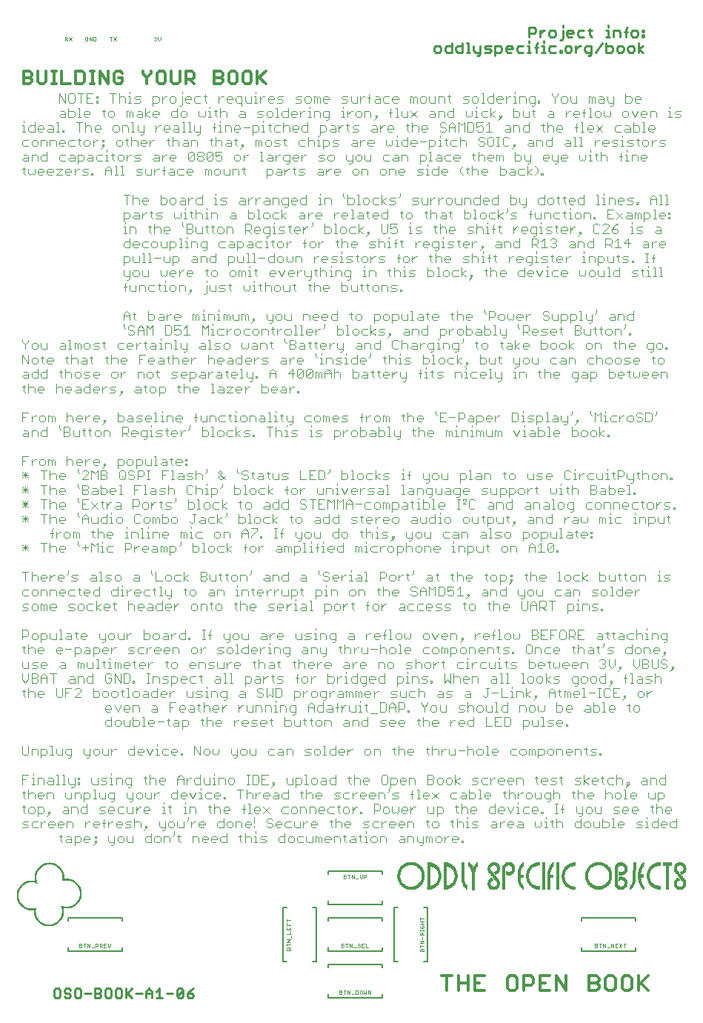
<source format=gbr>
G04 EAGLE Gerber RS-274X export*
G75*
%MOMM*%
%FSLAX34Y34*%
%LPD*%
%INSilkscreen Top*%
%IPPOS*%
%AMOC8*
5,1,8,0,0,1.08239X$1,22.5*%
G01*
%ADD10C,0.355600*%
%ADD11C,0.228600*%
%ADD12C,0.101600*%
%ADD13C,0.330200*%
%ADD14C,0.127000*%
%ADD15R,0.304800X0.025400*%
%ADD16R,0.177800X0.025400*%
%ADD17R,0.152400X0.025400*%
%ADD18R,0.050800X0.025400*%
%ADD19R,0.330200X0.025400*%
%ADD20R,0.406400X0.025400*%
%ADD21R,0.025400X0.025400*%
%ADD22R,0.203200X0.025400*%
%ADD23R,0.076200X0.025400*%
%ADD24R,0.584200X0.025400*%
%ADD25R,0.558800X0.025400*%
%ADD26R,0.381000X0.025400*%
%ADD27R,0.101600X0.025400*%
%ADD28R,0.508000X0.025400*%
%ADD29R,0.812800X0.025400*%
%ADD30R,0.431800X0.025400*%
%ADD31R,0.660400X0.025400*%
%ADD32R,0.355600X0.025400*%
%ADD33R,0.457200X0.025400*%
%ADD34R,0.609600X0.025400*%
%ADD35R,0.533400X0.025400*%
%ADD36R,0.635000X0.025400*%
%ADD37R,0.990600X0.025400*%
%ADD38R,0.127000X0.025400*%
%ADD39R,0.736600X0.025400*%
%ADD40R,0.711200X0.025400*%
%ADD41R,1.117600X0.025400*%
%ADD42R,0.965200X0.025400*%
%ADD43R,0.787400X0.025400*%
%ADD44R,1.244600X0.025400*%
%ADD45R,0.863600X0.025400*%
%ADD46R,0.838200X0.025400*%
%ADD47R,1.346200X0.025400*%
%ADD48R,0.228600X0.025400*%
%ADD49R,0.939800X0.025400*%
%ADD50R,1.219200X0.025400*%
%ADD51R,0.889000X0.025400*%
%ADD52R,0.914400X0.025400*%
%ADD53R,1.447800X0.025400*%
%ADD54R,0.762000X0.025400*%
%ADD55R,0.254000X0.025400*%
%ADD56R,0.685800X0.025400*%
%ADD57R,1.549400X0.025400*%
%ADD58R,0.279400X0.025400*%
%ADD59R,1.041400X0.025400*%
%ADD60R,1.016000X0.025400*%
%ADD61R,1.651000X0.025400*%
%ADD62R,1.066800X0.025400*%
%ADD63R,1.701800X0.025400*%
%ADD64R,1.625600X0.025400*%
%ADD65R,1.803400X0.025400*%
%ADD66R,1.168400X0.025400*%
%ADD67R,1.143000X0.025400*%
%ADD68R,1.854200X0.025400*%
%ADD69R,1.778000X0.025400*%
%ADD70R,1.193800X0.025400*%
%ADD71R,0.482600X0.025400*%
%ADD72R,1.930400X0.025400*%
%ADD73R,1.092200X0.025400*%
%ADD74R,1.879600X0.025400*%
%ADD75R,1.828800X0.025400*%
%ADD76R,1.752600X0.025400*%
%ADD77R,1.727200X0.025400*%
%ADD78R,1.676400X0.025400*%
%ADD79R,1.600200X0.025400*%
%ADD80R,1.574800X0.025400*%
%ADD81R,1.498600X0.025400*%
%ADD82R,1.473200X0.025400*%
%ADD83R,1.397000X0.025400*%
%ADD84R,1.295400X0.025400*%
%ADD85R,1.270000X0.025400*%

G36*
X39457Y87738D02*
X39457Y87738D01*
X39616Y87739D01*
X39776Y87738D01*
X39777Y87738D01*
X39937Y87742D01*
X39938Y87742D01*
X40095Y87747D01*
X40256Y87750D01*
X40414Y87756D01*
X40499Y87758D01*
X40580Y87765D01*
X40664Y87770D01*
X40745Y87777D01*
X40827Y87786D01*
X40909Y87795D01*
X40910Y87795D01*
X40993Y87804D01*
X41075Y87813D01*
X41076Y87813D01*
X41157Y87825D01*
X41236Y87836D01*
X41317Y87849D01*
X41318Y87849D01*
X41400Y87862D01*
X41482Y87876D01*
X41563Y87888D01*
X41644Y87900D01*
X41727Y87914D01*
X41809Y87927D01*
X41887Y87942D01*
X42050Y87966D01*
X42131Y87979D01*
X42212Y87991D01*
X42295Y88001D01*
X42376Y88013D01*
X42543Y88033D01*
X42708Y88060D01*
X42876Y88091D01*
X43040Y88126D01*
X43204Y88163D01*
X43205Y88163D01*
X43368Y88209D01*
X43531Y88254D01*
X43697Y88302D01*
X43860Y88356D01*
X44023Y88411D01*
X44185Y88470D01*
X44347Y88534D01*
X44510Y88598D01*
X44672Y88667D01*
X44832Y88738D01*
X44993Y88811D01*
X45155Y88884D01*
X45155Y88885D01*
X45155Y88884D01*
X45316Y88962D01*
X45477Y89039D01*
X45636Y89120D01*
X45637Y89120D01*
X45795Y89205D01*
X45953Y89290D01*
X46114Y89372D01*
X46273Y89462D01*
X46444Y89554D01*
X46613Y89655D01*
X46779Y89762D01*
X46947Y89866D01*
X46948Y89866D01*
X47112Y89977D01*
X47276Y90096D01*
X47439Y90215D01*
X47604Y90336D01*
X47765Y90462D01*
X47927Y90590D01*
X48085Y90724D01*
X48247Y90861D01*
X48408Y90998D01*
X48567Y91142D01*
X48728Y91288D01*
X48889Y91434D01*
X49051Y91581D01*
X49373Y91893D01*
X49537Y92048D01*
X49700Y92210D01*
X49864Y92370D01*
X50029Y92535D01*
X50697Y93203D01*
X50859Y93370D01*
X51024Y93534D01*
X51024Y93535D01*
X51183Y93699D01*
X51343Y93864D01*
X51500Y94026D01*
X51807Y94353D01*
X51808Y94353D01*
X51956Y94516D01*
X52102Y94677D01*
X52248Y94838D01*
X52249Y94838D01*
X52390Y94999D01*
X52524Y95162D01*
X52661Y95319D01*
X52661Y95320D01*
X52793Y95480D01*
X52793Y95481D01*
X52914Y95641D01*
X53040Y95801D01*
X53157Y95962D01*
X53270Y96119D01*
X53380Y96279D01*
X53486Y96439D01*
X53580Y96598D01*
X53783Y96933D01*
X53965Y97262D01*
X54131Y97590D01*
X54296Y97917D01*
X54444Y98243D01*
X54573Y98568D01*
X54705Y98891D01*
X54705Y98892D01*
X54820Y99213D01*
X54820Y99214D01*
X54921Y99535D01*
X54921Y99536D01*
X55019Y99860D01*
X55105Y100182D01*
X55180Y100503D01*
X55255Y100823D01*
X55317Y101145D01*
X55366Y101470D01*
X55366Y101473D01*
X55367Y101473D01*
X55366Y101473D01*
X55368Y101483D01*
X55370Y101493D01*
X55371Y101503D01*
X55373Y101513D01*
X55374Y101523D01*
X55376Y101533D01*
X55378Y101543D01*
X55379Y101553D01*
X55381Y101563D01*
X55382Y101573D01*
X55384Y101583D01*
X55385Y101588D01*
X55386Y101593D01*
X55386Y101598D01*
X55387Y101603D01*
X55388Y101608D01*
X55389Y101613D01*
X55390Y101618D01*
X55390Y101622D01*
X55390Y101623D01*
X55391Y101627D01*
X55391Y101628D01*
X55392Y101632D01*
X55393Y101637D01*
X55394Y101642D01*
X55394Y101647D01*
X55395Y101652D01*
X55396Y101657D01*
X55397Y101662D01*
X55398Y101667D01*
X55398Y101672D01*
X55399Y101677D01*
X55400Y101682D01*
X55401Y101687D01*
X55402Y101692D01*
X55402Y101697D01*
X55404Y101707D01*
X55406Y101717D01*
X55407Y101727D01*
X55409Y101737D01*
X55410Y101747D01*
X55412Y101757D01*
X55413Y101767D01*
X55414Y101767D01*
X55413Y101767D01*
X55415Y101777D01*
X55417Y101786D01*
X55417Y101787D01*
X55417Y101791D01*
X55417Y101792D01*
X55418Y101796D01*
X55419Y101801D01*
X55420Y101816D01*
X55421Y101816D01*
X55420Y101816D01*
X55421Y101821D01*
X55422Y101831D01*
X55423Y101836D01*
X55425Y101851D01*
X55425Y101856D01*
X55427Y101866D01*
X55427Y101871D01*
X55428Y101876D01*
X55429Y101886D01*
X55430Y101891D01*
X55431Y101906D01*
X55432Y101911D01*
X55433Y101921D01*
X55434Y101926D01*
X55434Y101931D01*
X55436Y101940D01*
X55436Y101941D01*
X55436Y101945D01*
X55436Y101946D01*
X55438Y101960D01*
X55439Y101965D01*
X55440Y101975D01*
X55440Y101980D01*
X55442Y101995D01*
X55443Y102000D01*
X55444Y102010D01*
X55445Y102015D01*
X55445Y102020D01*
X55446Y102030D01*
X55447Y102035D01*
X55449Y102050D01*
X55449Y102055D01*
X55451Y102065D01*
X55451Y102070D01*
X55452Y102075D01*
X55453Y102085D01*
X55454Y102090D01*
X55455Y102104D01*
X55455Y102105D01*
X55456Y102109D01*
X55457Y102116D01*
X55460Y102154D01*
X55474Y102303D01*
X55486Y102445D01*
X55494Y102537D01*
X55495Y102537D01*
X55502Y102621D01*
X55510Y102706D01*
X55516Y102774D01*
X55516Y102785D01*
X55517Y102785D01*
X55516Y102785D01*
X55518Y102805D01*
X55522Y102870D01*
X55527Y102934D01*
X55528Y102954D01*
X55532Y103019D01*
X55537Y103083D01*
X55538Y103101D01*
X55538Y103103D01*
X55542Y103203D01*
X55544Y103247D01*
X55546Y103302D01*
X55548Y103347D01*
X55551Y103434D01*
X55552Y103446D01*
X55555Y103521D01*
X55558Y103585D01*
X55560Y103650D01*
X55563Y103724D01*
X55565Y103767D01*
X55569Y104105D01*
X55570Y104445D01*
X55571Y104559D01*
X55571Y104560D01*
X55570Y104676D01*
X55570Y104912D01*
X55571Y105031D01*
X55572Y105150D01*
X55574Y105269D01*
X55575Y105388D01*
X55575Y105389D01*
X55574Y105510D01*
X55572Y105632D01*
X55572Y105755D01*
X55571Y105876D01*
X55569Y106119D01*
X55569Y106120D01*
X55565Y106244D01*
X55560Y106366D01*
X55560Y106367D01*
X55554Y106493D01*
X55546Y106618D01*
X55539Y106744D01*
X55532Y106869D01*
X55521Y106996D01*
X55510Y107122D01*
X55499Y107249D01*
X55485Y107373D01*
X55484Y107401D01*
X55483Y107401D01*
X55484Y107401D01*
X55476Y107438D01*
X55470Y107481D01*
X55467Y107521D01*
X55466Y107522D01*
X55467Y107522D01*
X55457Y107570D01*
X55452Y107620D01*
X55447Y107669D01*
X55437Y107723D01*
X55431Y107776D01*
X55422Y107831D01*
X55418Y107885D01*
X55417Y107885D01*
X55411Y107938D01*
X55405Y107991D01*
X55400Y108045D01*
X55394Y108093D01*
X55389Y108142D01*
X55386Y108187D01*
X55384Y108225D01*
X55383Y108263D01*
X55384Y108293D01*
X55385Y108315D01*
X55386Y108319D01*
X55387Y108344D01*
X55392Y108358D01*
X55395Y108361D01*
X55402Y108361D01*
X55423Y108357D01*
X55440Y108355D01*
X55469Y108350D01*
X55470Y108350D01*
X55502Y108347D01*
X55537Y108344D01*
X55577Y108339D01*
X55665Y108329D01*
X55712Y108327D01*
X55761Y108322D01*
X55810Y108317D01*
X55857Y108314D01*
X55904Y108308D01*
X55952Y108302D01*
X55953Y108302D01*
X55999Y108300D01*
X56080Y108292D01*
X56119Y108287D01*
X56150Y108284D01*
X56151Y108284D01*
X56178Y108282D01*
X56204Y108279D01*
X56218Y108277D01*
X56336Y108263D01*
X56449Y108253D01*
X56558Y108244D01*
X56671Y108234D01*
X56780Y108226D01*
X56781Y108226D01*
X56889Y108221D01*
X56997Y108216D01*
X57104Y108210D01*
X57210Y108204D01*
X57211Y108204D01*
X57316Y108201D01*
X57421Y108198D01*
X57523Y108196D01*
X57625Y108195D01*
X57729Y108191D01*
X57729Y108192D01*
X57729Y108191D01*
X57832Y108191D01*
X57934Y108190D01*
X58034Y108191D01*
X58137Y108191D01*
X58239Y108190D01*
X58338Y108191D01*
X58545Y108191D01*
X58545Y108192D01*
X58545Y108191D01*
X58645Y108194D01*
X58747Y108193D01*
X59174Y108191D01*
X59595Y108195D01*
X60016Y108204D01*
X60436Y108216D01*
X60859Y108236D01*
X61277Y108265D01*
X61694Y108295D01*
X61695Y108295D01*
X62112Y108344D01*
X62530Y108408D01*
X62945Y108469D01*
X63365Y108550D01*
X63366Y108550D01*
X63781Y108656D01*
X64196Y108761D01*
X64196Y108762D01*
X64616Y108892D01*
X64617Y108892D01*
X65034Y109054D01*
X65449Y109214D01*
X65450Y109214D01*
X65867Y109400D01*
X65867Y109401D01*
X65868Y109401D01*
X66703Y109853D01*
X67123Y110111D01*
X67546Y110411D01*
X67969Y110710D01*
X67969Y110711D01*
X68389Y111047D01*
X68814Y111433D01*
X69116Y111706D01*
X69411Y111981D01*
X69706Y112256D01*
X70001Y112531D01*
X70291Y112811D01*
X70576Y113091D01*
X70861Y113371D01*
X71143Y113654D01*
X71413Y113934D01*
X71686Y114216D01*
X71686Y114217D01*
X71949Y114499D01*
X72204Y114779D01*
X72460Y115059D01*
X72703Y115342D01*
X72934Y115622D01*
X73165Y115902D01*
X73381Y116177D01*
X73382Y116177D01*
X73585Y116455D01*
X73789Y116733D01*
X73976Y117008D01*
X74151Y117281D01*
X74323Y117551D01*
X74477Y117824D01*
X74478Y117824D01*
X74613Y118087D01*
X74753Y118364D01*
X74753Y118365D01*
X74878Y118637D01*
X74991Y118913D01*
X75107Y119190D01*
X75205Y119465D01*
X75205Y119466D01*
X75293Y119741D01*
X75382Y120016D01*
X75461Y120291D01*
X75460Y120291D01*
X75461Y120291D01*
X75524Y120567D01*
X75588Y120842D01*
X75596Y120881D01*
X75608Y120936D01*
X75644Y121115D01*
X75645Y121119D01*
X75645Y121120D01*
X75646Y121125D01*
X75648Y121140D01*
X75649Y121145D01*
X75652Y121160D01*
X75652Y121165D01*
X75655Y121179D01*
X75655Y121180D01*
X75657Y121194D01*
X75658Y121199D01*
X75661Y121214D01*
X75662Y121219D01*
X75664Y121234D01*
X75665Y121239D01*
X75667Y121254D01*
X75668Y121254D01*
X75667Y121254D01*
X75668Y121259D01*
X75671Y121274D01*
X75672Y121279D01*
X75674Y121294D01*
X75675Y121299D01*
X75678Y121314D01*
X75678Y121319D01*
X75680Y121329D01*
X75681Y121334D01*
X75683Y121348D01*
X75684Y121353D01*
X75687Y121368D01*
X75688Y121373D01*
X75690Y121388D01*
X75691Y121393D01*
X75692Y121397D01*
X75693Y121408D01*
X75694Y121413D01*
X75696Y121423D01*
X75697Y121428D01*
X75699Y121443D01*
X75700Y121448D01*
X75703Y121463D01*
X75705Y121478D01*
X75706Y121483D01*
X75708Y121497D01*
X75708Y121498D01*
X75709Y121502D01*
X75709Y121503D01*
X75712Y121517D01*
X75714Y121532D01*
X75715Y121537D01*
X75718Y121552D01*
X75718Y121557D01*
X75720Y121567D01*
X75721Y121572D01*
X75723Y121587D01*
X75724Y121592D01*
X75727Y121607D01*
X75729Y121622D01*
X75730Y121627D01*
X75733Y121642D01*
X75733Y121647D01*
X75734Y121647D01*
X75733Y121647D01*
X75736Y121661D01*
X75736Y121662D01*
X75738Y121675D01*
X75740Y121686D01*
X75740Y121691D01*
X75741Y121696D01*
X75746Y121731D01*
X75746Y121736D01*
X75747Y121741D01*
X75748Y121746D01*
X75752Y121781D01*
X75753Y121786D01*
X75754Y121791D01*
X75758Y121825D01*
X75759Y121830D01*
X75760Y121835D01*
X75760Y121840D01*
X75765Y121875D01*
X75765Y121880D01*
X75766Y121880D01*
X75765Y121880D01*
X75766Y121885D01*
X75771Y121920D01*
X75771Y121925D01*
X75772Y121930D01*
X75773Y121935D01*
X75775Y121953D01*
X75775Y121955D01*
X75776Y121960D01*
X75776Y121965D01*
X75777Y121970D01*
X75778Y121974D01*
X75778Y121975D01*
X75778Y121979D01*
X75778Y121980D01*
X75779Y121984D01*
X75779Y121989D01*
X75780Y121994D01*
X75780Y121999D01*
X75781Y122004D01*
X75782Y122009D01*
X75782Y122014D01*
X75783Y122019D01*
X75783Y122024D01*
X75784Y122029D01*
X75784Y122034D01*
X75785Y122039D01*
X75791Y122094D01*
X75792Y122099D01*
X75792Y122104D01*
X75793Y122109D01*
X75793Y122114D01*
X75794Y122119D01*
X75794Y122124D01*
X75795Y122129D01*
X75796Y122133D01*
X75796Y122134D01*
X75796Y122138D01*
X75796Y122139D01*
X75797Y122143D01*
X75797Y122148D01*
X75798Y122153D01*
X75798Y122158D01*
X75799Y122163D01*
X75799Y122168D01*
X75800Y122168D01*
X75799Y122168D01*
X75800Y122173D01*
X75801Y122178D01*
X75801Y122183D01*
X75802Y122188D01*
X75802Y122193D01*
X75803Y122198D01*
X75803Y122203D01*
X75804Y122208D01*
X75805Y122213D01*
X75805Y122218D01*
X75806Y122223D01*
X75806Y122228D01*
X75807Y122235D01*
X75837Y122515D01*
X75861Y122795D01*
X75861Y122796D01*
X75863Y122829D01*
X75864Y122844D01*
X75865Y122859D01*
X75866Y122874D01*
X75875Y123028D01*
X75876Y123043D01*
X75877Y123058D01*
X75878Y123073D01*
X75878Y123078D01*
X75882Y123137D01*
X75883Y123152D01*
X75886Y123202D01*
X75887Y123217D01*
X75891Y123281D01*
X75895Y123346D01*
X75896Y123361D01*
X75895Y123361D01*
X75896Y123361D01*
X75905Y123646D01*
X75913Y123928D01*
X75920Y124216D01*
X75920Y124506D01*
X75920Y124795D01*
X75920Y124796D01*
X75920Y125390D01*
X75915Y125680D01*
X75915Y125970D01*
X75908Y126252D01*
X75903Y126532D01*
X75893Y126813D01*
X75881Y127090D01*
X75864Y127363D01*
X75846Y127636D01*
X75824Y127908D01*
X75824Y127909D01*
X75792Y128181D01*
X75760Y128454D01*
X75724Y128722D01*
X75723Y128722D01*
X75674Y128997D01*
X75628Y129265D01*
X75569Y129540D01*
X75505Y129815D01*
X75438Y130088D01*
X75357Y130366D01*
X75269Y130646D01*
X75175Y130926D01*
X75072Y131216D01*
X74954Y131506D01*
X74900Y131644D01*
X74844Y131779D01*
X74780Y131917D01*
X74718Y132052D01*
X74655Y132194D01*
X74654Y132194D01*
X74586Y132332D01*
X74443Y132612D01*
X74367Y132757D01*
X74291Y132897D01*
X74212Y133040D01*
X74124Y133182D01*
X74035Y133325D01*
X73952Y133467D01*
X73858Y133610D01*
X73765Y133752D01*
X73765Y133753D01*
X73669Y133893D01*
X73566Y134035D01*
X73465Y134175D01*
X73359Y134315D01*
X73249Y134450D01*
X73138Y134590D01*
X73138Y134591D01*
X73028Y134726D01*
X73027Y134726D01*
X72907Y134861D01*
X72787Y134996D01*
X72664Y135134D01*
X72539Y135269D01*
X72413Y135409D01*
X72283Y135544D01*
X72150Y135682D01*
X72018Y135819D01*
X71885Y135957D01*
X71747Y136094D01*
X71615Y136232D01*
X71475Y136372D01*
X71335Y136512D01*
X71192Y136650D01*
X71052Y136790D01*
X70910Y136932D01*
X70767Y137075D01*
X70625Y137217D01*
X70480Y137357D01*
X70335Y137497D01*
X70192Y137640D01*
X70047Y137784D01*
X70047Y137785D01*
X69900Y137927D01*
X69050Y138777D01*
X68492Y139261D01*
X67934Y139677D01*
X67379Y140094D01*
X66824Y140443D01*
X66823Y140443D01*
X66268Y140738D01*
X65713Y141033D01*
X65712Y141033D01*
X65162Y141269D01*
X64607Y141461D01*
X64051Y141652D01*
X63498Y141797D01*
X62943Y141906D01*
X62388Y142014D01*
X62387Y142013D01*
X62387Y142014D01*
X61830Y142085D01*
X61271Y142133D01*
X60711Y142177D01*
X60710Y142177D01*
X60681Y142178D01*
X60680Y142178D01*
X60539Y142183D01*
X60398Y142188D01*
X60397Y142188D01*
X60256Y142193D01*
X60255Y142193D01*
X60150Y142197D01*
X59959Y142198D01*
X59954Y142198D01*
X59586Y142200D01*
X59199Y142203D01*
X59195Y142203D01*
X59023Y142204D01*
X59022Y142204D01*
X58970Y142203D01*
X58969Y142203D01*
X58741Y142198D01*
X58739Y142198D01*
X58511Y142193D01*
X58510Y142193D01*
X58455Y142192D01*
X58339Y142188D01*
X58338Y142188D01*
X58185Y142183D01*
X58184Y142183D01*
X58031Y142178D01*
X58030Y142178D01*
X57884Y142173D01*
X57877Y142173D01*
X57876Y142173D01*
X57712Y142168D01*
X57548Y142163D01*
X57547Y142163D01*
X57384Y142158D01*
X57383Y142158D01*
X57316Y142156D01*
X57248Y142153D01*
X57132Y142148D01*
X57016Y142143D01*
X57015Y142143D01*
X56900Y142138D01*
X56899Y142138D01*
X56784Y142133D01*
X56783Y142133D01*
X56741Y142132D01*
X56648Y142128D01*
X56647Y142128D01*
X56502Y142123D01*
X56501Y142123D01*
X56355Y142118D01*
X56354Y142118D01*
X56209Y142114D01*
X56208Y142114D01*
X56208Y142113D01*
X56167Y142112D01*
X56182Y142579D01*
X56197Y143049D01*
X56204Y143519D01*
X56211Y143989D01*
X56209Y144458D01*
X56208Y144458D01*
X56209Y144458D01*
X56179Y145392D01*
X56150Y145858D01*
X56149Y145859D01*
X56150Y145859D01*
X56098Y146323D01*
X56049Y146790D01*
X55978Y147254D01*
X55977Y147254D01*
X55978Y147255D01*
X55880Y147715D01*
X55783Y148176D01*
X55663Y148640D01*
X55663Y148641D01*
X55507Y149101D01*
X55351Y149562D01*
X55162Y150021D01*
X55161Y150022D01*
X55162Y150022D01*
X54936Y150479D01*
X54708Y150937D01*
X54443Y151394D01*
X54133Y151851D01*
X53824Y152308D01*
X53823Y152308D01*
X53473Y152767D01*
X53067Y153223D01*
X52934Y153375D01*
X52798Y153526D01*
X52659Y153679D01*
X52524Y153834D01*
X52382Y153985D01*
X52241Y154141D01*
X52100Y154297D01*
X51955Y154452D01*
X51810Y154607D01*
X51664Y154763D01*
X51516Y154920D01*
X51365Y155076D01*
X51214Y155232D01*
X51062Y155389D01*
X50908Y155548D01*
X50596Y155860D01*
X50437Y156015D01*
X50277Y156170D01*
X50116Y156326D01*
X49954Y156483D01*
X49790Y156636D01*
X49625Y156792D01*
X49456Y156946D01*
X49240Y157147D01*
X49016Y157337D01*
X48792Y157522D01*
X48566Y157704D01*
X48565Y157704D01*
X48338Y157882D01*
X48107Y158049D01*
X47875Y158218D01*
X47642Y158377D01*
X47641Y158377D01*
X47407Y158528D01*
X47171Y158681D01*
X46935Y158823D01*
X46699Y158956D01*
X46463Y159089D01*
X46225Y159214D01*
X45989Y159327D01*
X45754Y159444D01*
X45517Y159548D01*
X45284Y159644D01*
X45050Y159740D01*
X44817Y159826D01*
X44816Y159826D01*
X44588Y159902D01*
X44360Y159978D01*
X44359Y159978D01*
X44131Y160045D01*
X43911Y160103D01*
X43911Y160102D01*
X43911Y160103D01*
X43868Y160111D01*
X43830Y160125D01*
X43830Y160124D01*
X43830Y160125D01*
X43789Y160136D01*
X43750Y160150D01*
X43711Y160165D01*
X43671Y160181D01*
X43631Y160196D01*
X43592Y160210D01*
X43552Y160226D01*
X43551Y160226D01*
X43513Y160241D01*
X43476Y160258D01*
X43475Y160258D01*
X43436Y160273D01*
X43397Y160288D01*
X43360Y160305D01*
X43281Y160335D01*
X43281Y160334D01*
X43281Y160335D01*
X43240Y160346D01*
X43203Y160359D01*
X43202Y160359D01*
X43166Y160371D01*
X43165Y160371D01*
X43165Y160372D01*
X43126Y160381D01*
X43087Y160391D01*
X43010Y160408D01*
X42973Y160416D01*
X42938Y160422D01*
X42902Y160428D01*
X42901Y160428D01*
X42862Y160428D01*
X42827Y160434D01*
X42826Y160434D01*
X42787Y160434D01*
X42748Y160434D01*
X42710Y160438D01*
X42706Y160438D01*
X42673Y160440D01*
X42555Y160440D01*
X42554Y160440D01*
X42514Y160437D01*
X42436Y160437D01*
X42435Y160437D01*
X42394Y160434D01*
X42355Y160434D01*
X42314Y160436D01*
X42314Y160435D01*
X42314Y160436D01*
X42196Y160436D01*
X42156Y160437D01*
X42115Y160438D01*
X42111Y160438D01*
X42074Y160440D01*
X42036Y160444D01*
X41971Y160448D01*
X41892Y160453D01*
X41821Y160458D01*
X41814Y160458D01*
X41602Y160475D01*
X41549Y160478D01*
X41467Y160483D01*
X41384Y160488D01*
X41377Y160488D01*
X41301Y160493D01*
X41219Y160498D01*
X41152Y160502D01*
X41134Y160503D01*
X41042Y160508D01*
X41041Y160508D01*
X40949Y160513D01*
X40924Y160514D01*
X40839Y160518D01*
X40722Y160523D01*
X40693Y160524D01*
X40576Y160528D01*
X40575Y160528D01*
X40460Y160531D01*
X40419Y160533D01*
X40418Y160533D01*
X40262Y160538D01*
X40261Y160538D01*
X40226Y160539D01*
X40077Y160543D01*
X40076Y160543D01*
X39989Y160545D01*
X39860Y160548D01*
X39858Y160548D01*
X39753Y160550D01*
X39575Y160553D01*
X39574Y160553D01*
X39573Y160553D01*
X39514Y160553D01*
X39277Y160555D01*
X39040Y160556D01*
X39039Y160556D01*
X38818Y160553D01*
X38816Y160553D01*
X38797Y160552D01*
X38574Y160548D01*
X38572Y160548D01*
X38562Y160547D01*
X38325Y160544D01*
X38324Y160544D01*
X38297Y160543D01*
X38296Y160543D01*
X38159Y160538D01*
X38158Y160538D01*
X38087Y160535D01*
X38037Y160533D01*
X37932Y160528D01*
X37853Y160524D01*
X37830Y160523D01*
X37829Y160523D01*
X37735Y160518D01*
X37641Y160513D01*
X37640Y160513D01*
X37619Y160512D01*
X37553Y160508D01*
X37468Y160503D01*
X37467Y160503D01*
X37387Y160498D01*
X37160Y160480D01*
X36933Y160461D01*
X36932Y160461D01*
X36708Y160440D01*
X36491Y160416D01*
X36409Y160405D01*
X36329Y160396D01*
X36248Y160389D01*
X36167Y160381D01*
X36086Y160374D01*
X36080Y160374D01*
X36014Y160369D01*
X36004Y160368D01*
X35947Y160364D01*
X35922Y160362D01*
X35841Y160354D01*
X35830Y160354D01*
X35762Y160350D01*
X35762Y160349D01*
X35762Y160350D01*
X35681Y160342D01*
X35628Y160339D01*
X35602Y160337D01*
X35521Y160330D01*
X35440Y160323D01*
X35440Y160322D01*
X35361Y160313D01*
X35282Y160304D01*
X35203Y160294D01*
X35125Y160283D01*
X35051Y160275D01*
X34977Y160265D01*
X34902Y160251D01*
X34828Y160236D01*
X34754Y160222D01*
X34683Y160204D01*
X34615Y160189D01*
X34615Y160188D01*
X34557Y160173D01*
X34500Y160157D01*
X34500Y160156D01*
X34500Y160157D01*
X34443Y160139D01*
X34385Y160118D01*
X34326Y160099D01*
X34267Y160074D01*
X34207Y160051D01*
X34150Y160029D01*
X34091Y160004D01*
X34032Y159979D01*
X33974Y159954D01*
X33916Y159929D01*
X33854Y159902D01*
X33796Y159876D01*
X33739Y159850D01*
X33677Y159823D01*
X33616Y159796D01*
X33558Y159771D01*
X33500Y159745D01*
X33439Y159718D01*
X33376Y159692D01*
X33314Y159666D01*
X33255Y159642D01*
X33194Y159620D01*
X33193Y159620D01*
X33009Y159548D01*
X32826Y159476D01*
X32647Y159400D01*
X32466Y159320D01*
X32287Y159239D01*
X32111Y159154D01*
X31933Y159067D01*
X31755Y158975D01*
X31755Y158974D01*
X31755Y158975D01*
X31406Y158783D01*
X31231Y158682D01*
X31055Y158573D01*
X30879Y158465D01*
X30878Y158465D01*
X30706Y158352D01*
X30531Y158232D01*
X30354Y158110D01*
X30354Y158109D01*
X30179Y157984D01*
X30001Y157848D01*
X29826Y157714D01*
X29825Y157714D01*
X29647Y157573D01*
X29647Y157572D01*
X29469Y157421D01*
X29290Y157272D01*
X29290Y157271D01*
X29109Y157113D01*
X28927Y156946D01*
X28701Y156740D01*
X28470Y156528D01*
X28233Y156308D01*
X27999Y156091D01*
X27762Y155871D01*
X27522Y155644D01*
X27285Y155419D01*
X27048Y155189D01*
X26812Y154958D01*
X26579Y154725D01*
X26344Y154488D01*
X26119Y154251D01*
X25892Y154011D01*
X25671Y153770D01*
X25458Y153526D01*
X25247Y153285D01*
X25044Y153041D01*
X24853Y152795D01*
X24661Y152549D01*
X24480Y152302D01*
X24317Y152058D01*
X24151Y151811D01*
X24000Y151564D01*
X24000Y151563D01*
X23867Y151318D01*
X23608Y150835D01*
X23380Y150355D01*
X23381Y150354D01*
X23380Y150354D01*
X23186Y149875D01*
X22991Y149398D01*
X22991Y149397D01*
X22829Y148921D01*
X22829Y148920D01*
X22691Y148444D01*
X22554Y147967D01*
X22553Y147967D01*
X22448Y147493D01*
X22446Y147480D01*
X22423Y147356D01*
X22401Y147232D01*
X22400Y147232D01*
X22383Y147138D01*
X22383Y147137D01*
X22362Y147019D01*
X22361Y147013D01*
X22338Y146889D01*
X22321Y146795D01*
X22316Y146765D01*
X22299Y146670D01*
X22276Y146546D01*
X22276Y146544D01*
X22275Y146536D01*
X22273Y146526D01*
X22272Y146516D01*
X22271Y146507D01*
X22271Y146506D01*
X22269Y146497D01*
X22268Y146487D01*
X22262Y146442D01*
X22261Y146432D01*
X22259Y146422D01*
X22258Y146412D01*
X22257Y146402D01*
X22255Y146392D01*
X22254Y146382D01*
X22253Y146372D01*
X22252Y146372D01*
X22248Y146338D01*
X22246Y146328D01*
X22245Y146318D01*
X22244Y146308D01*
X22242Y146298D01*
X22241Y146288D01*
X22240Y146278D01*
X22238Y146268D01*
X22237Y146258D01*
X22232Y146223D01*
X22231Y146213D01*
X22230Y146203D01*
X22228Y146193D01*
X22227Y146184D01*
X22227Y146183D01*
X22226Y146174D01*
X22224Y146164D01*
X22223Y146154D01*
X22217Y146109D01*
X22216Y146099D01*
X22215Y146099D01*
X22216Y146099D01*
X22214Y146089D01*
X22213Y146079D01*
X22212Y146073D01*
X22212Y146072D01*
X22211Y146064D01*
X22206Y146010D01*
X22195Y145890D01*
X22180Y145716D01*
X22169Y145599D01*
X22169Y145597D01*
X22164Y145543D01*
X22158Y145478D01*
X22153Y145423D01*
X22147Y145359D01*
X22142Y145304D01*
X22136Y145239D01*
X22126Y145127D01*
X22126Y145126D01*
X22125Y145115D01*
X22124Y145100D01*
X22124Y145085D01*
X22123Y145071D01*
X22123Y145070D01*
X22122Y145056D01*
X22121Y145041D01*
X22120Y145026D01*
X22120Y145011D01*
X22119Y144996D01*
X22100Y144653D01*
X22090Y144182D01*
X22079Y143709D01*
X22085Y143236D01*
X22101Y142763D01*
X22119Y142289D01*
X22119Y142288D01*
X22147Y141816D01*
X22147Y141815D01*
X22181Y141341D01*
X22217Y140869D01*
X22217Y140868D01*
X22259Y140394D01*
X22303Y139923D01*
X22127Y139957D01*
X21946Y139986D01*
X21763Y140009D01*
X21581Y140031D01*
X21399Y140051D01*
X21217Y140066D01*
X21036Y140080D01*
X21035Y140080D01*
X21018Y140081D01*
X20926Y140086D01*
X20854Y140090D01*
X20832Y140091D01*
X20831Y140091D01*
X20727Y140096D01*
X20673Y140099D01*
X20603Y140101D01*
X20602Y140101D01*
X20492Y140105D01*
X20434Y140106D01*
X20433Y140106D01*
X20312Y140109D01*
X20130Y140111D01*
X20129Y140111D01*
X19950Y140115D01*
X19949Y140115D01*
X19769Y140114D01*
X19591Y140112D01*
X19419Y140111D01*
X19415Y140111D01*
X19410Y140111D01*
X19231Y140109D01*
X19112Y140106D01*
X19110Y140106D01*
X19053Y140105D01*
X18876Y140102D01*
X18782Y140101D01*
X18779Y140101D01*
X18697Y140100D01*
X18696Y140100D01*
X18518Y140096D01*
X18509Y140096D01*
X18507Y140096D01*
X18342Y140094D01*
X18164Y140093D01*
X18163Y140093D01*
X17623Y140093D01*
X17553Y140091D01*
X17552Y140091D01*
X17307Y140086D01*
X17305Y140086D01*
X17257Y140085D01*
X17178Y140081D01*
X17080Y140076D01*
X17079Y140076D01*
X16981Y140071D01*
X16892Y140067D01*
X16883Y140066D01*
X16882Y140066D01*
X16784Y140061D01*
X16686Y140056D01*
X16588Y140051D01*
X16587Y140051D01*
X16527Y140048D01*
X16163Y140019D01*
X15801Y139978D01*
X15437Y139937D01*
X15075Y139881D01*
X14350Y139741D01*
X13987Y139654D01*
X13626Y139551D01*
X13266Y139446D01*
X12904Y139325D01*
X12903Y139325D01*
X12542Y139180D01*
X12182Y139036D01*
X11821Y138871D01*
X11458Y138683D01*
X11096Y138495D01*
X10737Y138284D01*
X10376Y138045D01*
X10014Y137808D01*
X10013Y137808D01*
X9652Y137543D01*
X9288Y137251D01*
X9198Y137177D01*
X9107Y137103D01*
X9017Y137026D01*
X8927Y136948D01*
X8837Y136868D01*
X8749Y136787D01*
X8659Y136707D01*
X8572Y136625D01*
X8482Y136540D01*
X8394Y136457D01*
X8304Y136372D01*
X8216Y136286D01*
X8127Y136200D01*
X8038Y136113D01*
X7947Y136024D01*
X7857Y135935D01*
X7767Y135845D01*
X7495Y135572D01*
X7403Y135480D01*
X7313Y135388D01*
X7220Y135295D01*
X7127Y135203D01*
X7040Y135115D01*
X6952Y135029D01*
X6862Y134942D01*
X6771Y134854D01*
X6680Y134768D01*
X6588Y134678D01*
X6497Y134590D01*
X6405Y134503D01*
X6312Y134414D01*
X6219Y134326D01*
X6125Y134235D01*
X6032Y134144D01*
X5939Y134053D01*
X5845Y133962D01*
X5752Y133869D01*
X5660Y133777D01*
X5568Y133684D01*
X5475Y133590D01*
X5383Y133495D01*
X5204Y133306D01*
X5114Y133209D01*
X5025Y133112D01*
X5024Y133112D01*
X4938Y133014D01*
X4531Y132549D01*
X4530Y132549D01*
X4173Y132088D01*
X3860Y131632D01*
X3548Y131173D01*
X3281Y130720D01*
X3281Y130719D01*
X3051Y130269D01*
X2824Y129818D01*
X2824Y129817D01*
X2633Y129367D01*
X2633Y129366D01*
X2475Y128918D01*
X2318Y128468D01*
X2317Y128468D01*
X2191Y128022D01*
X2090Y127573D01*
X1991Y127124D01*
X1990Y127118D01*
X1988Y127109D01*
X1988Y127108D01*
X1986Y127094D01*
X1984Y127084D01*
X1982Y127074D01*
X1981Y127064D01*
X1980Y127059D01*
X1978Y127049D01*
X1976Y127039D01*
X1975Y127029D01*
X1974Y127024D01*
X1972Y127014D01*
X1971Y127004D01*
X1969Y126994D01*
X1966Y126979D01*
X1965Y126969D01*
X1963Y126959D01*
X1961Y126945D01*
X1961Y126944D01*
X1959Y126935D01*
X1957Y126925D01*
X1956Y126915D01*
X1955Y126910D01*
X1953Y126900D01*
X1952Y126890D01*
X1950Y126880D01*
X1947Y126865D01*
X1946Y126855D01*
X1944Y126845D01*
X1942Y126830D01*
X1940Y126820D01*
X1938Y126810D01*
X1937Y126800D01*
X1936Y126795D01*
X1934Y126786D01*
X1934Y126785D01*
X1932Y126776D01*
X1931Y126766D01*
X1930Y126761D01*
X1928Y126751D01*
X1927Y126741D01*
X1925Y126731D01*
X1922Y126716D01*
X1921Y126706D01*
X1919Y126696D01*
X1917Y126681D01*
X1916Y126676D01*
X1916Y126675D01*
X1915Y126671D01*
X1914Y126661D01*
X1913Y126651D01*
X1912Y126641D01*
X1910Y126632D01*
X1910Y126631D01*
X1909Y126622D01*
X1908Y126612D01*
X1907Y126602D01*
X1905Y126592D01*
X1904Y126582D01*
X1903Y126572D01*
X1902Y126562D01*
X1901Y126552D01*
X1899Y126542D01*
X1898Y126532D01*
X1897Y126522D01*
X1896Y126512D01*
X1894Y126502D01*
X1893Y126492D01*
X1892Y126482D01*
X1891Y126473D01*
X1891Y126472D01*
X1890Y126463D01*
X1888Y126453D01*
X1887Y126443D01*
X1886Y126433D01*
X1885Y126423D01*
X1884Y126413D01*
X1883Y126413D01*
X1884Y126413D01*
X1882Y126403D01*
X1881Y126393D01*
X1880Y126383D01*
X1879Y126373D01*
X1877Y126363D01*
X1876Y126353D01*
X1875Y126343D01*
X1874Y126333D01*
X1873Y126323D01*
X1871Y126314D01*
X1871Y126313D01*
X1870Y126304D01*
X1869Y126294D01*
X1868Y126284D01*
X1866Y126274D01*
X1865Y126264D01*
X1864Y126254D01*
X1863Y126244D01*
X1862Y126234D01*
X1860Y126225D01*
X1860Y126224D01*
X1859Y126214D01*
X1858Y126204D01*
X1857Y126194D01*
X1855Y126184D01*
X1854Y126174D01*
X1853Y126164D01*
X1852Y126155D01*
X1852Y126154D01*
X1851Y126145D01*
X1849Y126135D01*
X1848Y126125D01*
X1847Y126115D01*
X1846Y126105D01*
X1845Y126095D01*
X1844Y126095D01*
X1845Y126095D01*
X1843Y126085D01*
X1842Y126075D01*
X1841Y126065D01*
X1840Y126055D01*
X1838Y126045D01*
X1837Y126035D01*
X1836Y126025D01*
X1835Y126015D01*
X1834Y126005D01*
X1832Y125996D01*
X1832Y125995D01*
X1831Y125986D01*
X1830Y125976D01*
X1829Y125966D01*
X1827Y125956D01*
X1826Y125946D01*
X1825Y125936D01*
X1824Y125926D01*
X1823Y125916D01*
X1821Y125906D01*
X1820Y125896D01*
X1819Y125886D01*
X1818Y125876D01*
X1816Y125866D01*
X1815Y125856D01*
X1815Y125851D01*
X1814Y125846D01*
X1813Y125841D01*
X1813Y125837D01*
X1813Y125836D01*
X1812Y125832D01*
X1812Y125831D01*
X1812Y125827D01*
X1811Y125822D01*
X1810Y125817D01*
X1810Y125812D01*
X1809Y125807D01*
X1809Y125802D01*
X1808Y125797D01*
X1807Y125792D01*
X1807Y125787D01*
X1806Y125782D01*
X1806Y125777D01*
X1805Y125777D01*
X1806Y125777D01*
X1805Y125774D01*
X1804Y125762D01*
X1801Y125727D01*
X1798Y125692D01*
X1795Y125658D01*
X1784Y125528D01*
X1781Y125494D01*
X1779Y125459D01*
X1776Y125424D01*
X1767Y125323D01*
X1766Y125300D01*
X1764Y125265D01*
X1762Y125230D01*
X1761Y125196D01*
X1761Y125195D01*
X1759Y125161D01*
X1757Y125126D01*
X1755Y125091D01*
X1750Y124992D01*
X1748Y124957D01*
X1747Y124922D01*
X1745Y124887D01*
X1744Y124867D01*
X1738Y124763D01*
X1737Y124738D01*
X1731Y124629D01*
X1730Y124604D01*
X1729Y124604D01*
X1730Y124604D01*
X1728Y124579D01*
X1724Y124495D01*
X1722Y124470D01*
X1721Y124445D01*
X1719Y124413D01*
X1719Y124412D01*
X1707Y123955D01*
X1702Y123494D01*
X1697Y123032D01*
X1697Y122096D01*
X1697Y121631D01*
X1717Y121169D01*
X1757Y120706D01*
X1799Y120244D01*
X1860Y119782D01*
X1861Y119782D01*
X1860Y119782D01*
X1949Y119323D01*
X2037Y118863D01*
X2150Y118404D01*
X2151Y118403D01*
X2150Y118403D01*
X2291Y117946D01*
X2290Y117946D01*
X2430Y117489D01*
X2431Y117489D01*
X2599Y117033D01*
X2797Y116580D01*
X2994Y116127D01*
X2995Y116127D01*
X2995Y116126D01*
X3224Y115676D01*
X3225Y115676D01*
X3224Y115675D01*
X3486Y115227D01*
X3746Y114780D01*
X3747Y114780D01*
X4044Y114335D01*
X4374Y113894D01*
X4705Y113453D01*
X5072Y113014D01*
X5073Y113014D01*
X5072Y113014D01*
X5478Y112582D01*
X5883Y112147D01*
X6328Y111717D01*
X6814Y111292D01*
X7413Y110617D01*
X7414Y110616D01*
X8016Y110024D01*
X8623Y109508D01*
X9229Y108990D01*
X9230Y108990D01*
X9840Y108549D01*
X9840Y108548D01*
X10451Y108171D01*
X11061Y107794D01*
X11062Y107794D01*
X11676Y107480D01*
X11676Y107479D01*
X12290Y107221D01*
X12905Y106964D01*
X12905Y106963D01*
X13521Y106760D01*
X13522Y106760D01*
X13522Y106759D01*
X14750Y106440D01*
X15367Y106325D01*
X15367Y106324D01*
X15980Y106242D01*
X16596Y106160D01*
X17209Y106112D01*
X17821Y106087D01*
X18432Y106063D01*
X19042Y106063D01*
X19647Y106076D01*
X20255Y106090D01*
X20859Y106116D01*
X21451Y106146D01*
X21441Y105710D01*
X21429Y105270D01*
X21430Y105269D01*
X21429Y105269D01*
X21428Y104828D01*
X21426Y104386D01*
X21432Y103945D01*
X21450Y103504D01*
X21469Y103063D01*
X21499Y102622D01*
X21500Y102622D01*
X21499Y102622D01*
X21546Y102180D01*
X21593Y101740D01*
X21657Y101298D01*
X21657Y101297D01*
X21743Y100858D01*
X21829Y100418D01*
X21934Y99978D01*
X21935Y99978D01*
X22071Y99534D01*
X22203Y99097D01*
X22204Y99097D01*
X22366Y98655D01*
X22366Y98654D01*
X22559Y98213D01*
X22749Y97775D01*
X22975Y97332D01*
X23233Y96892D01*
X23492Y96454D01*
X23493Y96454D01*
X23789Y96013D01*
X23789Y96012D01*
X24125Y95573D01*
X24215Y95456D01*
X24306Y95341D01*
X24306Y95340D01*
X24399Y95227D01*
X24493Y95114D01*
X24591Y95001D01*
X24689Y94888D01*
X24789Y94776D01*
X24890Y94666D01*
X24994Y94554D01*
X25098Y94442D01*
X25203Y94331D01*
X25203Y94330D01*
X25307Y94224D01*
X25412Y94117D01*
X25519Y94007D01*
X25625Y93898D01*
X25734Y93790D01*
X25842Y93682D01*
X25950Y93574D01*
X26058Y93466D01*
X26167Y93359D01*
X26275Y93251D01*
X26385Y93144D01*
X26493Y93036D01*
X26822Y92707D01*
X26932Y92596D01*
X27044Y92482D01*
X27265Y92261D01*
X27376Y92150D01*
X27486Y92040D01*
X27596Y91933D01*
X27706Y91822D01*
X27817Y91717D01*
X27924Y91612D01*
X28031Y91508D01*
X28142Y91403D01*
X28252Y91301D01*
X28361Y91199D01*
X28469Y91101D01*
X28579Y91004D01*
X28688Y90907D01*
X28800Y90812D01*
X28907Y90723D01*
X29020Y90629D01*
X29129Y90542D01*
X29241Y90457D01*
X29404Y90331D01*
X29570Y90211D01*
X29734Y90100D01*
X29899Y89985D01*
X30065Y89876D01*
X30230Y89775D01*
X30397Y89672D01*
X30564Y89574D01*
X30731Y89480D01*
X30898Y89387D01*
X31066Y89298D01*
X31231Y89214D01*
X31400Y89126D01*
X31400Y89127D01*
X31400Y89126D01*
X31567Y89048D01*
X31901Y88891D01*
X32066Y88819D01*
X32402Y88674D01*
X32566Y88607D01*
X32732Y88542D01*
X32894Y88478D01*
X33058Y88416D01*
X33222Y88354D01*
X33280Y88333D01*
X33334Y88313D01*
X33390Y88291D01*
X33446Y88269D01*
X33503Y88247D01*
X33560Y88225D01*
X33616Y88203D01*
X33672Y88181D01*
X33729Y88158D01*
X33788Y88134D01*
X33844Y88112D01*
X33845Y88112D01*
X33899Y88092D01*
X34012Y88048D01*
X34067Y88029D01*
X34125Y88009D01*
X34179Y87989D01*
X34289Y87952D01*
X34345Y87934D01*
X34345Y87933D01*
X34398Y87918D01*
X34503Y87886D01*
X34557Y87871D01*
X34626Y87851D01*
X34627Y87851D01*
X34697Y87838D01*
X34769Y87826D01*
X34843Y87817D01*
X34919Y87809D01*
X34997Y87803D01*
X35074Y87797D01*
X35237Y87792D01*
X35317Y87793D01*
X35400Y87793D01*
X35485Y87795D01*
X35568Y87795D01*
X35654Y87797D01*
X35655Y87797D01*
X35737Y87801D01*
X35823Y87803D01*
X35907Y87804D01*
X35908Y87804D01*
X35991Y87809D01*
X36077Y87812D01*
X36160Y87812D01*
X36245Y87813D01*
X36329Y87813D01*
X36408Y87814D01*
X36491Y87813D01*
X36659Y87809D01*
X36830Y87803D01*
X36998Y87799D01*
X37167Y87792D01*
X37334Y87787D01*
X37666Y87775D01*
X37833Y87770D01*
X37995Y87765D01*
X38161Y87759D01*
X38324Y87755D01*
X38487Y87750D01*
X38650Y87747D01*
X38813Y87743D01*
X38974Y87742D01*
X39135Y87740D01*
X39297Y87736D01*
X39457Y87738D01*
G37*
%LPC*%
G36*
X38877Y89905D02*
X38877Y89905D01*
X38465Y89905D01*
X38293Y89907D01*
X38291Y89907D01*
X38256Y89907D01*
X38052Y89910D01*
X37879Y89912D01*
X37877Y89912D01*
X37848Y89912D01*
X37655Y89917D01*
X37654Y89917D01*
X37642Y89917D01*
X37447Y89922D01*
X37446Y89922D01*
X37435Y89922D01*
X37233Y89926D01*
X37165Y89927D01*
X37163Y89927D01*
X37150Y89927D01*
X37067Y89927D01*
X36981Y89929D01*
X36894Y89931D01*
X36818Y89932D01*
X36815Y89932D01*
X36806Y89932D01*
X36802Y89932D01*
X36801Y89932D01*
X36720Y89929D01*
X36635Y89927D01*
X36634Y89927D01*
X36458Y89927D01*
X36370Y89928D01*
X36196Y89931D01*
X36120Y89932D01*
X36118Y89932D01*
X36109Y89932D01*
X36024Y89936D01*
X35998Y89937D01*
X35940Y89939D01*
X35899Y89942D01*
X35898Y89942D01*
X35856Y89944D01*
X35814Y89947D01*
X35773Y89949D01*
X35613Y89966D01*
X35535Y89976D01*
X35460Y89989D01*
X35385Y90003D01*
X35313Y90019D01*
X35244Y90039D01*
X35022Y90101D01*
X34798Y90167D01*
X34571Y90240D01*
X34344Y90312D01*
X34116Y90388D01*
X33886Y90473D01*
X33655Y90557D01*
X33424Y90645D01*
X33191Y90741D01*
X32958Y90837D01*
X32726Y90939D01*
X32492Y91049D01*
X32259Y91160D01*
X32029Y91274D01*
X31796Y91399D01*
X31565Y91522D01*
X31335Y91654D01*
X31106Y91794D01*
X30876Y91933D01*
X30648Y92083D01*
X30426Y92239D01*
X30200Y92396D01*
X29978Y92562D01*
X29760Y92737D01*
X29531Y92920D01*
X29305Y93112D01*
X29080Y93310D01*
X28854Y93511D01*
X28630Y93718D01*
X28630Y93719D01*
X28410Y93931D01*
X28190Y94143D01*
X27973Y94363D01*
X27759Y94587D01*
X27546Y94811D01*
X27338Y95040D01*
X27137Y95272D01*
X26937Y95504D01*
X26741Y95740D01*
X26554Y95976D01*
X26368Y96211D01*
X26186Y96452D01*
X26016Y96690D01*
X25847Y96928D01*
X25687Y97167D01*
X25537Y97405D01*
X25390Y97641D01*
X25253Y97876D01*
X25127Y98110D01*
X24884Y98564D01*
X24673Y99021D01*
X24491Y99477D01*
X24313Y99933D01*
X24164Y100392D01*
X24040Y100853D01*
X23916Y101313D01*
X23821Y101773D01*
X23750Y102233D01*
X23676Y102694D01*
X23628Y103157D01*
X23602Y103618D01*
X23575Y104079D01*
X23568Y104541D01*
X23580Y105000D01*
X23591Y105461D01*
X23595Y105513D01*
X23596Y105538D01*
X23599Y105593D01*
X23603Y105647D01*
X23604Y105672D01*
X23606Y105702D01*
X23608Y105727D01*
X23611Y105781D01*
X23614Y105836D01*
X23615Y105836D01*
X23614Y105836D01*
X23616Y105861D01*
X23619Y105915D01*
X23619Y105916D01*
X23620Y105919D01*
X23664Y106378D01*
X23708Y106837D01*
X23710Y106850D01*
X23710Y106855D01*
X23711Y106860D01*
X23711Y106865D01*
X23714Y106884D01*
X23715Y106889D01*
X23715Y106894D01*
X23716Y106899D01*
X23719Y106924D01*
X23720Y106929D01*
X23720Y106934D01*
X23723Y106959D01*
X23724Y106964D01*
X23725Y106969D01*
X23728Y106994D01*
X23728Y106999D01*
X23729Y107004D01*
X23730Y107009D01*
X23732Y107028D01*
X23732Y107029D01*
X23733Y107033D01*
X23733Y107034D01*
X23733Y107038D01*
X23734Y107038D01*
X23733Y107038D01*
X23734Y107043D01*
X23737Y107063D01*
X23737Y107068D01*
X23738Y107073D01*
X23739Y107078D01*
X23741Y107098D01*
X23742Y107103D01*
X23742Y107108D01*
X23743Y107113D01*
X23746Y107138D01*
X23747Y107143D01*
X23747Y107148D01*
X23750Y107173D01*
X23751Y107173D01*
X23750Y107173D01*
X23751Y107178D01*
X23752Y107183D01*
X23755Y107207D01*
X23756Y107212D01*
X23756Y107217D01*
X23757Y107222D01*
X23759Y107242D01*
X23760Y107247D01*
X23761Y107252D01*
X23761Y107257D01*
X23764Y107277D01*
X23764Y107282D01*
X23765Y107287D01*
X23766Y107292D01*
X23766Y107293D01*
X23836Y107749D01*
X23905Y108203D01*
X23913Y108251D01*
X23933Y108360D01*
X23947Y108435D01*
X23966Y108544D01*
X23986Y108653D01*
X23987Y108656D01*
X24075Y109106D01*
X24075Y109107D01*
X24075Y109108D01*
X24073Y109109D01*
X24072Y109111D01*
X24071Y109111D01*
X24070Y109111D01*
X24069Y109111D01*
X23751Y108990D01*
X23429Y108879D01*
X23108Y108782D01*
X22787Y108686D01*
X22463Y108603D01*
X22138Y108532D01*
X21814Y108460D01*
X21488Y108402D01*
X21161Y108352D01*
X20836Y108305D01*
X20586Y108276D01*
X20542Y108271D01*
X20509Y108268D01*
X20181Y108242D01*
X20176Y108242D01*
X19924Y108222D01*
X19853Y108216D01*
X19770Y108212D01*
X19676Y108207D01*
X19675Y108207D01*
X19581Y108202D01*
X19527Y108199D01*
X19388Y108197D01*
X19386Y108197D01*
X19200Y108194D01*
X19105Y108192D01*
X19104Y108192D01*
X18884Y108187D01*
X18883Y108187D01*
X18873Y108187D01*
X18854Y108187D01*
X18851Y108187D01*
X18548Y108190D01*
X18503Y108192D01*
X18502Y108192D01*
X18357Y108197D01*
X18356Y108197D01*
X18223Y108201D01*
X18213Y108202D01*
X18212Y108202D01*
X18080Y108207D01*
X17948Y108212D01*
X17947Y108212D01*
X17896Y108214D01*
X17846Y108217D01*
X17764Y108222D01*
X17682Y108227D01*
X17600Y108232D01*
X17572Y108233D01*
X17248Y108263D01*
X16925Y108291D01*
X16603Y108328D01*
X16284Y108372D01*
X15963Y108418D01*
X15639Y108472D01*
X15316Y108539D01*
X14992Y108608D01*
X14665Y108689D01*
X14339Y108785D01*
X14012Y108880D01*
X13686Y108991D01*
X13358Y109117D01*
X13030Y109244D01*
X12701Y109386D01*
X12374Y109548D01*
X12048Y109710D01*
X11720Y109888D01*
X11393Y110087D01*
X11068Y110287D01*
X10741Y110506D01*
X10417Y110747D01*
X10094Y110986D01*
X9773Y111249D01*
X9452Y111535D01*
X9133Y111820D01*
X8815Y112128D01*
X8499Y112463D01*
X8099Y112846D01*
X7724Y113238D01*
X7379Y113635D01*
X7033Y114030D01*
X6715Y114432D01*
X6423Y114837D01*
X6130Y115245D01*
X5864Y115654D01*
X5623Y116066D01*
X5384Y116480D01*
X5168Y116895D01*
X4979Y117312D01*
X4790Y117730D01*
X4624Y118151D01*
X4483Y118572D01*
X4343Y118992D01*
X4225Y119414D01*
X4130Y119836D01*
X4036Y120257D01*
X3966Y120678D01*
X3917Y121098D01*
X3869Y121519D01*
X3843Y121937D01*
X3838Y122352D01*
X3834Y122756D01*
X3837Y123159D01*
X3849Y123562D01*
X3863Y123966D01*
X3864Y123987D01*
X3866Y124022D01*
X3868Y124056D01*
X3871Y124111D01*
X3872Y124146D01*
X3874Y124181D01*
X3879Y124270D01*
X3881Y124305D01*
X3885Y124369D01*
X3922Y124772D01*
X3958Y125175D01*
X3959Y125179D01*
X3961Y125194D01*
X3963Y125209D01*
X3964Y125219D01*
X3965Y125224D01*
X3966Y125234D01*
X3967Y125239D01*
X3968Y125249D01*
X3969Y125254D01*
X3970Y125264D01*
X3972Y125279D01*
X3974Y125294D01*
X3976Y125309D01*
X3977Y125318D01*
X3977Y125319D01*
X3977Y125323D01*
X3979Y125333D01*
X3979Y125338D01*
X3981Y125348D01*
X3981Y125353D01*
X3983Y125363D01*
X3984Y125378D01*
X3986Y125393D01*
X3988Y125408D01*
X3990Y125418D01*
X3990Y125423D01*
X3991Y125433D01*
X3992Y125438D01*
X3993Y125448D01*
X3994Y125453D01*
X3995Y125463D01*
X3997Y125477D01*
X3997Y125478D01*
X3999Y125492D01*
X4001Y125507D01*
X4002Y125517D01*
X4003Y125522D01*
X4004Y125532D01*
X4005Y125537D01*
X4006Y125547D01*
X4007Y125552D01*
X4008Y125562D01*
X4010Y125577D01*
X4011Y125582D01*
X4012Y125587D01*
X4014Y125602D01*
X4015Y125607D01*
X4017Y125622D01*
X4018Y125627D01*
X4021Y125641D01*
X4022Y125646D01*
X4024Y125661D01*
X4025Y125666D01*
X4027Y125681D01*
X4028Y125686D01*
X4031Y125701D01*
X4032Y125706D01*
X4034Y125721D01*
X4035Y125726D01*
X4037Y125741D01*
X4038Y125746D01*
X4041Y125761D01*
X4042Y125766D01*
X4044Y125781D01*
X4045Y125786D01*
X4047Y125800D01*
X4048Y125800D01*
X4047Y125800D01*
X4048Y125805D01*
X4051Y125820D01*
X4052Y125825D01*
X4054Y125840D01*
X4055Y125845D01*
X4058Y125860D01*
X4061Y125880D01*
X4063Y125895D01*
X4064Y125900D01*
X4067Y125915D01*
X4068Y125920D01*
X4070Y125935D01*
X4071Y125940D01*
X4073Y125954D01*
X4073Y125955D01*
X4074Y125959D01*
X4077Y125974D01*
X4077Y125979D01*
X4078Y125979D01*
X4080Y125994D01*
X4081Y125999D01*
X4083Y126014D01*
X4084Y126019D01*
X4087Y126034D01*
X4088Y126039D01*
X4090Y126054D01*
X4091Y126059D01*
X4093Y126074D01*
X4094Y126079D01*
X4097Y126094D01*
X4098Y126099D01*
X4100Y126113D01*
X4100Y126114D01*
X4101Y126118D01*
X4103Y126133D01*
X4104Y126133D01*
X4103Y126133D01*
X4104Y126138D01*
X4107Y126153D01*
X4108Y126158D01*
X4110Y126173D01*
X4111Y126178D01*
X4114Y126193D01*
X4116Y126208D01*
X4117Y126213D01*
X4119Y126228D01*
X4120Y126233D01*
X4123Y126248D01*
X4124Y126253D01*
X4126Y126267D01*
X4126Y126268D01*
X4127Y126272D01*
X4127Y126273D01*
X4129Y126287D01*
X4130Y126292D01*
X4133Y126307D01*
X4134Y126312D01*
X4136Y126327D01*
X4137Y126332D01*
X4139Y126347D01*
X4140Y126352D01*
X4143Y126367D01*
X4144Y126372D01*
X4145Y126380D01*
X4230Y126782D01*
X4337Y127183D01*
X4443Y127585D01*
X4569Y127985D01*
X4720Y128386D01*
X4869Y128787D01*
X5045Y129188D01*
X5248Y129587D01*
X5450Y129986D01*
X5680Y130388D01*
X5941Y130787D01*
X6203Y131186D01*
X6494Y131585D01*
X6822Y131984D01*
X7204Y132447D01*
X7587Y132879D01*
X7973Y133283D01*
X7974Y133283D01*
X8362Y133686D01*
X8753Y134060D01*
X9146Y134407D01*
X9539Y134753D01*
X9937Y135070D01*
X10336Y135361D01*
X10734Y135651D01*
X11136Y135915D01*
X11538Y136153D01*
X11941Y136391D01*
X12345Y136603D01*
X12750Y136793D01*
X13153Y136982D01*
X13558Y137146D01*
X13964Y137287D01*
X14370Y137427D01*
X14777Y137545D01*
X15182Y137641D01*
X15589Y137738D01*
X15993Y137813D01*
X16398Y137867D01*
X16803Y137921D01*
X17206Y137963D01*
X17611Y137990D01*
X18015Y138018D01*
X18420Y138033D01*
X18824Y138031D01*
X19228Y138030D01*
X19632Y138014D01*
X20037Y137982D01*
X20440Y137950D01*
X20844Y137903D01*
X21248Y137837D01*
X21651Y137774D01*
X22054Y137690D01*
X22859Y137489D01*
X23262Y137371D01*
X23662Y137233D01*
X24063Y137096D01*
X24464Y136937D01*
X24863Y136759D01*
X25262Y136581D01*
X25661Y136381D01*
X26058Y136161D01*
X26059Y136162D01*
X26060Y136161D01*
X26061Y136161D01*
X26062Y136161D01*
X26062Y136162D01*
X26064Y136163D01*
X26064Y136164D01*
X26065Y136165D01*
X26064Y136166D01*
X26065Y136168D01*
X26023Y136266D01*
X25979Y136362D01*
X25933Y136459D01*
X25888Y136554D01*
X25839Y136650D01*
X25789Y136745D01*
X25740Y136841D01*
X25690Y136936D01*
X25638Y137032D01*
X25587Y137127D01*
X25535Y137223D01*
X25484Y137321D01*
X25432Y137420D01*
X25380Y137515D01*
X25330Y137613D01*
X25280Y137709D01*
X25232Y137807D01*
X25184Y137904D01*
X25136Y138000D01*
X25091Y138100D01*
X25049Y138198D01*
X25006Y138297D01*
X24966Y138397D01*
X24929Y138498D01*
X24919Y138522D01*
X24912Y138549D01*
X24906Y138574D01*
X24899Y138600D01*
X24895Y138627D01*
X24890Y138654D01*
X24885Y138681D01*
X24881Y138709D01*
X24877Y138737D01*
X24874Y138765D01*
X24871Y138795D01*
X24868Y138823D01*
X24865Y138852D01*
X24863Y138882D01*
X24860Y138911D01*
X24858Y138941D01*
X24853Y138971D01*
X24849Y139001D01*
X24845Y139032D01*
X24836Y139091D01*
X24831Y139121D01*
X24830Y139121D01*
X24831Y139121D01*
X24823Y139150D01*
X24816Y139180D01*
X24709Y139591D01*
X24617Y140012D01*
X24538Y140440D01*
X24460Y140867D01*
X24398Y141302D01*
X24352Y141741D01*
X24305Y142181D01*
X24274Y142622D01*
X24260Y143066D01*
X24247Y143511D01*
X24248Y143957D01*
X24249Y143966D01*
X24252Y144021D01*
X24254Y144076D01*
X24257Y144135D01*
X24260Y144190D01*
X24263Y144244D01*
X24266Y144299D01*
X24266Y144304D01*
X24268Y144359D01*
X24269Y144359D01*
X24268Y144359D01*
X24271Y144401D01*
X24271Y144413D01*
X24274Y144463D01*
X24276Y144513D01*
X24279Y144562D01*
X24281Y144612D01*
X24284Y144662D01*
X24286Y144711D01*
X24286Y144712D01*
X24288Y144761D01*
X24289Y144761D01*
X24288Y144761D01*
X24291Y144811D01*
X24293Y144846D01*
X24334Y145290D01*
X24335Y145293D01*
X24336Y145303D01*
X24337Y145313D01*
X24339Y145323D01*
X24339Y145328D01*
X24341Y145338D01*
X24342Y145347D01*
X24342Y145348D01*
X24343Y145357D01*
X24344Y145362D01*
X24345Y145372D01*
X24346Y145382D01*
X24348Y145392D01*
X24348Y145397D01*
X24349Y145407D01*
X24351Y145417D01*
X24352Y145427D01*
X24353Y145432D01*
X24354Y145442D01*
X24355Y145452D01*
X24356Y145462D01*
X24357Y145462D01*
X24356Y145462D01*
X24357Y145467D01*
X24358Y145477D01*
X24360Y145487D01*
X24361Y145497D01*
X24363Y145511D01*
X24363Y145512D01*
X24364Y145521D01*
X24365Y145531D01*
X24367Y145546D01*
X24369Y145556D01*
X24370Y145566D01*
X24372Y145581D01*
X24373Y145591D01*
X24374Y145601D01*
X24376Y145616D01*
X24378Y145626D01*
X24379Y145636D01*
X24381Y145651D01*
X24382Y145661D01*
X24383Y145670D01*
X24383Y145671D01*
X24385Y145685D01*
X24386Y145695D01*
X24387Y145695D01*
X24386Y145695D01*
X24388Y145705D01*
X24390Y145720D01*
X24391Y145730D01*
X24392Y145740D01*
X24394Y145750D01*
X24394Y145755D01*
X24395Y145765D01*
X24397Y145775D01*
X24398Y145785D01*
X24399Y145795D01*
X24400Y145800D01*
X24401Y145810D01*
X24402Y145820D01*
X24404Y145829D01*
X24404Y145830D01*
X24406Y145844D01*
X24407Y145854D01*
X24408Y145864D01*
X24409Y145874D01*
X24410Y145874D01*
X24409Y145874D01*
X24411Y145889D01*
X24413Y145899D01*
X24414Y145909D01*
X24415Y145919D01*
X24417Y145934D01*
X24418Y145944D01*
X24420Y145954D01*
X24421Y145964D01*
X24422Y145969D01*
X24423Y145979D01*
X24424Y145988D01*
X24424Y145989D01*
X24425Y145998D01*
X24427Y146008D01*
X24427Y146013D01*
X24429Y146023D01*
X24430Y146033D01*
X24431Y146043D01*
X24433Y146058D01*
X24434Y146068D01*
X24436Y146078D01*
X24437Y146088D01*
X24439Y146103D01*
X24440Y146113D01*
X24441Y146123D01*
X24443Y146133D01*
X24443Y146138D01*
X24445Y146147D01*
X24445Y146148D01*
X24446Y146157D01*
X24447Y146167D01*
X24447Y146169D01*
X24469Y146292D01*
X24486Y146386D01*
X24493Y146421D01*
X24510Y146515D01*
X24526Y146606D01*
X24622Y147036D01*
X24718Y147466D01*
X24833Y147891D01*
X24969Y148305D01*
X25107Y148722D01*
X25263Y149126D01*
X25441Y149523D01*
X25552Y149769D01*
X25673Y150012D01*
X25810Y150258D01*
X25943Y150499D01*
X26091Y150743D01*
X26246Y150981D01*
X26403Y151222D01*
X26569Y151459D01*
X26745Y151696D01*
X26918Y151930D01*
X27099Y152161D01*
X27291Y152392D01*
X27480Y152620D01*
X27677Y152846D01*
X27880Y153070D01*
X27881Y153070D01*
X28081Y153292D01*
X28291Y153514D01*
X28502Y153730D01*
X28714Y153945D01*
X28933Y154159D01*
X29153Y154367D01*
X29371Y154575D01*
X29592Y154777D01*
X29817Y154979D01*
X30120Y155251D01*
X30429Y155502D01*
X30429Y155503D01*
X30733Y155733D01*
X31038Y155964D01*
X31345Y156178D01*
X31650Y156373D01*
X31956Y156568D01*
X32262Y156744D01*
X32569Y156908D01*
X32876Y157068D01*
X33181Y157214D01*
X33487Y157345D01*
X33793Y157477D01*
X34099Y157593D01*
X34403Y157697D01*
X34705Y157797D01*
X35010Y157886D01*
X35313Y157966D01*
X35616Y158045D01*
X35917Y158108D01*
X36219Y158164D01*
X36521Y158221D01*
X36819Y158266D01*
X36820Y158266D01*
X37118Y158302D01*
X37188Y158311D01*
X37263Y158319D01*
X37338Y158328D01*
X37409Y158335D01*
X37482Y158340D01*
X37559Y158347D01*
X37635Y158355D01*
X37709Y158358D01*
X37784Y158362D01*
X37859Y158366D01*
X37934Y158369D01*
X38010Y158372D01*
X38086Y158374D01*
X38087Y158374D01*
X38162Y158378D01*
X38238Y158381D01*
X38314Y158383D01*
X38391Y158384D01*
X38538Y158384D01*
X38615Y158387D01*
X38836Y158387D01*
X38908Y158388D01*
X39020Y158389D01*
X39133Y158389D01*
X39246Y158389D01*
X39358Y158390D01*
X39469Y158392D01*
X40034Y158392D01*
X40145Y158389D01*
X40371Y158389D01*
X40483Y158385D01*
X40594Y158382D01*
X40705Y158379D01*
X40817Y158376D01*
X40928Y158372D01*
X41039Y158369D01*
X41146Y158361D01*
X41255Y158355D01*
X41364Y158349D01*
X41471Y158340D01*
X41579Y158330D01*
X41655Y158323D01*
X41697Y158320D01*
X41736Y158315D01*
X41736Y158316D01*
X41737Y158315D01*
X41778Y158313D01*
X41820Y158310D01*
X41859Y158306D01*
X41901Y158303D01*
X41943Y158301D01*
X41985Y158298D01*
X42026Y158296D01*
X42065Y158291D01*
X42105Y158286D01*
X42146Y158283D01*
X42183Y158276D01*
X42222Y158271D01*
X42258Y158265D01*
X42294Y158259D01*
X42332Y158255D01*
X42364Y158247D01*
X42365Y158247D01*
X42396Y158239D01*
X42397Y158239D01*
X42431Y158234D01*
X42459Y158226D01*
X42487Y158217D01*
X42708Y158149D01*
X42933Y158076D01*
X43158Y157999D01*
X43382Y157921D01*
X43610Y157842D01*
X43838Y157756D01*
X44066Y157670D01*
X44295Y157579D01*
X44523Y157483D01*
X44751Y157387D01*
X44982Y157284D01*
X45212Y157177D01*
X45443Y157069D01*
X45672Y156953D01*
X45901Y156827D01*
X46130Y156706D01*
X46131Y156706D01*
X46360Y156574D01*
X46588Y156434D01*
X46817Y156294D01*
X47043Y156147D01*
X47269Y155990D01*
X47495Y155833D01*
X47721Y155666D01*
X47945Y155490D01*
X48172Y155312D01*
X48398Y155121D01*
X48624Y154924D01*
X48850Y154728D01*
X49076Y154521D01*
X49297Y154310D01*
X49519Y154098D01*
X49739Y153878D01*
X49953Y153654D01*
X50167Y153431D01*
X50377Y153201D01*
X50579Y152969D01*
X50782Y152737D01*
X50978Y152501D01*
X51166Y152264D01*
X51355Y152026D01*
X51532Y151785D01*
X51702Y151547D01*
X51871Y151309D01*
X52028Y151068D01*
X52174Y150829D01*
X52321Y150593D01*
X52453Y150354D01*
X52574Y150119D01*
X52807Y149666D01*
X53010Y149212D01*
X53182Y148755D01*
X53357Y148301D01*
X53501Y147842D01*
X53621Y147384D01*
X53740Y146926D01*
X53834Y146468D01*
X53905Y146008D01*
X53978Y145548D01*
X54025Y145089D01*
X54053Y144628D01*
X54081Y144168D01*
X54088Y143709D01*
X54080Y143251D01*
X54069Y142790D01*
X54067Y142765D01*
X54066Y142750D01*
X54066Y142735D01*
X54065Y142735D01*
X54066Y142735D01*
X54065Y142720D01*
X54059Y142621D01*
X54058Y142606D01*
X54057Y142591D01*
X54056Y142576D01*
X54050Y142477D01*
X54049Y142462D01*
X54049Y142447D01*
X54048Y142432D01*
X54047Y142417D01*
X54042Y142333D01*
X54042Y142331D01*
X54040Y142313D01*
X54037Y142278D01*
X54034Y142243D01*
X54031Y142209D01*
X54031Y142208D01*
X54028Y142174D01*
X54025Y142139D01*
X54022Y142104D01*
X54018Y142069D01*
X54015Y142035D01*
X54001Y141875D01*
X53961Y141420D01*
X53961Y141419D01*
X53961Y141418D01*
X53960Y141414D01*
X53960Y141413D01*
X53959Y141409D01*
X53959Y141404D01*
X53958Y141399D01*
X53957Y141394D01*
X53957Y141389D01*
X53956Y141384D01*
X53948Y141319D01*
X53947Y141314D01*
X53947Y141309D01*
X53946Y141304D01*
X53946Y141299D01*
X53945Y141299D01*
X53946Y141299D01*
X53945Y141294D01*
X53944Y141289D01*
X53944Y141284D01*
X53943Y141279D01*
X53942Y141274D01*
X53942Y141269D01*
X53941Y141264D01*
X53933Y141200D01*
X53932Y141195D01*
X53932Y141190D01*
X53931Y141185D01*
X53930Y141180D01*
X53930Y141175D01*
X53929Y141170D01*
X53929Y141165D01*
X53928Y141160D01*
X53927Y141155D01*
X53927Y141150D01*
X53926Y141145D01*
X53918Y141081D01*
X53917Y141076D01*
X53917Y141071D01*
X53916Y141066D01*
X53915Y141061D01*
X53915Y141056D01*
X53914Y141051D01*
X53914Y141046D01*
X53913Y141041D01*
X53912Y141036D01*
X53912Y141031D01*
X53911Y141026D01*
X53903Y140962D01*
X53835Y140508D01*
X53767Y140052D01*
X53759Y140007D01*
X53754Y139978D01*
X53739Y139893D01*
X53733Y139863D01*
X53718Y139779D01*
X53713Y139749D01*
X53693Y139635D01*
X53688Y139605D01*
X53687Y139605D01*
X53687Y139601D01*
X53685Y139590D01*
X53683Y139580D01*
X53680Y139565D01*
X53677Y139550D01*
X53675Y139540D01*
X53672Y139525D01*
X53667Y139501D01*
X53664Y139486D01*
X53659Y139461D01*
X53656Y139446D01*
X53651Y139421D01*
X53648Y139406D01*
X53643Y139381D01*
X53640Y139366D01*
X53635Y139342D01*
X53632Y139327D01*
X53627Y139302D01*
X53624Y139287D01*
X53622Y139277D01*
X53619Y139262D01*
X53616Y139247D01*
X53614Y139237D01*
X53612Y139222D01*
X53611Y139222D01*
X53612Y139222D01*
X53609Y139207D01*
X53607Y139197D01*
X53604Y139183D01*
X53601Y139168D01*
X53599Y139158D01*
X53597Y139150D01*
X53598Y139149D01*
X53597Y139148D01*
X53599Y139147D01*
X53600Y139145D01*
X53602Y139146D01*
X53604Y139145D01*
X53889Y139258D01*
X54176Y139358D01*
X54460Y139448D01*
X54743Y139537D01*
X55028Y139616D01*
X55309Y139684D01*
X55590Y139751D01*
X55874Y139811D01*
X56155Y139859D01*
X56436Y139907D01*
X56720Y139948D01*
X56999Y139978D01*
X57278Y140009D01*
X57560Y140031D01*
X57842Y140048D01*
X58125Y140066D01*
X58407Y140073D01*
X58690Y140075D01*
X58975Y140080D01*
X59254Y140075D01*
X59539Y140065D01*
X59539Y140066D01*
X59539Y140065D01*
X59822Y140058D01*
X60109Y140046D01*
X60394Y140026D01*
X60677Y140009D01*
X60957Y139984D01*
X61239Y139948D01*
X61524Y139913D01*
X61806Y139872D01*
X62093Y139815D01*
X62381Y139758D01*
X62381Y139759D01*
X62668Y139692D01*
X62955Y139616D01*
X63243Y139540D01*
X63530Y139454D01*
X63817Y139353D01*
X64105Y139253D01*
X64390Y139145D01*
X64677Y139024D01*
X64962Y138902D01*
X65247Y138764D01*
X65529Y138614D01*
X65811Y138464D01*
X66091Y138302D01*
X66369Y138128D01*
X66644Y137951D01*
X66916Y137762D01*
X67186Y137556D01*
X67496Y137320D01*
X67798Y137077D01*
X68095Y136824D01*
X68390Y136574D01*
X68677Y136311D01*
X68957Y136045D01*
X69237Y135780D01*
X69505Y135508D01*
X69765Y135232D01*
X70026Y134957D01*
X70276Y134677D01*
X70514Y134395D01*
X70752Y134113D01*
X70978Y133828D01*
X71192Y133540D01*
X71408Y133256D01*
X71610Y132966D01*
X71796Y132681D01*
X71983Y132396D01*
X72155Y132111D01*
X72309Y131829D01*
X72469Y131546D01*
X72606Y131267D01*
X72729Y130991D01*
X72857Y130706D01*
X72970Y130427D01*
X73068Y130147D01*
X73166Y129867D01*
X73250Y129587D01*
X73326Y129309D01*
X73402Y129032D01*
X73461Y128757D01*
X73515Y128477D01*
X73567Y128199D01*
X73608Y127922D01*
X73645Y127644D01*
X73682Y127367D01*
X73707Y127087D01*
X73729Y126805D01*
X73748Y126525D01*
X73758Y126240D01*
X73768Y125955D01*
X73778Y125670D01*
X73783Y125380D01*
X73783Y124795D01*
X73780Y124498D01*
X73780Y124199D01*
X73780Y123918D01*
X73777Y123859D01*
X73776Y123844D01*
X73776Y123829D01*
X73775Y123814D01*
X73774Y123799D01*
X73773Y123784D01*
X73772Y123769D01*
X73772Y123755D01*
X73766Y123639D01*
X73762Y123596D01*
X73741Y123359D01*
X73730Y123228D01*
X73722Y123138D01*
X73716Y123079D01*
X73716Y123074D01*
X73715Y123069D01*
X73715Y123064D01*
X73713Y123054D01*
X73712Y123044D01*
X73711Y123034D01*
X73710Y123024D01*
X73709Y123014D01*
X73707Y123004D01*
X73707Y122999D01*
X73706Y122994D01*
X73705Y122989D01*
X73704Y122979D01*
X73703Y122970D01*
X73703Y122969D01*
X73702Y122960D01*
X73701Y122950D01*
X73699Y122940D01*
X73699Y122935D01*
X73698Y122930D01*
X73698Y122925D01*
X73696Y122915D01*
X73695Y122905D01*
X73694Y122895D01*
X73693Y122885D01*
X73691Y122875D01*
X73690Y122865D01*
X73690Y122860D01*
X73689Y122855D01*
X73688Y122850D01*
X73687Y122840D01*
X73686Y122830D01*
X73685Y122820D01*
X73684Y122811D01*
X73683Y122811D01*
X73684Y122810D01*
X73682Y122801D01*
X73682Y122799D01*
X73594Y122229D01*
X73540Y121949D01*
X73473Y121667D01*
X73407Y121384D01*
X73328Y121100D01*
X73240Y120815D01*
X73152Y120530D01*
X73053Y120245D01*
X72943Y119963D01*
X72835Y119678D01*
X72715Y119395D01*
X72582Y119111D01*
X72449Y118826D01*
X72304Y118543D01*
X72147Y118258D01*
X71993Y117976D01*
X71826Y117691D01*
X71646Y117409D01*
X71553Y117261D01*
X71455Y117114D01*
X71349Y116969D01*
X71241Y116822D01*
X71128Y116680D01*
X71015Y116537D01*
X70897Y116395D01*
X70777Y116255D01*
X70652Y116115D01*
X70527Y115975D01*
X70399Y115832D01*
X70266Y115695D01*
X70134Y115557D01*
X70001Y115415D01*
X69864Y115277D01*
X69863Y115277D01*
X69728Y115137D01*
X69451Y114860D01*
X69311Y114725D01*
X69031Y114445D01*
X68888Y114307D01*
X68193Y113612D01*
X67773Y113241D01*
X67353Y112910D01*
X66931Y112581D01*
X66509Y112291D01*
X66086Y112040D01*
X65664Y111790D01*
X65237Y111574D01*
X64812Y111385D01*
X64385Y111203D01*
X63957Y111046D01*
X63530Y110918D01*
X63103Y110790D01*
X62673Y110690D01*
X62246Y110606D01*
X61818Y110528D01*
X61389Y110466D01*
X60961Y110422D01*
X60534Y110378D01*
X60470Y110373D01*
X60403Y110368D01*
X60336Y110363D01*
X60269Y110358D01*
X60202Y110353D01*
X60135Y110348D01*
X60104Y110346D01*
X60039Y110343D01*
X60038Y110343D01*
X59916Y110338D01*
X59794Y110333D01*
X59793Y110333D01*
X59679Y110329D01*
X59671Y110328D01*
X59670Y110328D01*
X59548Y110323D01*
X59547Y110323D01*
X59425Y110318D01*
X59302Y110314D01*
X59302Y110313D01*
X59254Y110312D01*
X59080Y110309D01*
X59078Y110309D01*
X58830Y110304D01*
X58117Y110304D01*
X57990Y110309D01*
X57989Y110309D01*
X57844Y110313D01*
X57844Y110314D01*
X57843Y110314D01*
X57828Y110314D01*
X57748Y110318D01*
X57747Y110318D01*
X57658Y110323D01*
X57657Y110323D01*
X57568Y110328D01*
X57567Y110328D01*
X57539Y110330D01*
X57489Y110333D01*
X57416Y110338D01*
X57343Y110343D01*
X57270Y110348D01*
X57269Y110348D01*
X57249Y110350D01*
X56961Y110375D01*
X56673Y110412D01*
X56384Y110452D01*
X56095Y110497D01*
X55808Y110553D01*
X55522Y110611D01*
X55235Y110677D01*
X54951Y110752D01*
X54667Y110827D01*
X54381Y110914D01*
X54099Y111010D01*
X53814Y111108D01*
X53533Y111215D01*
X53254Y111334D01*
X52974Y111452D01*
X52693Y111584D01*
X52415Y111724D01*
X52138Y111864D01*
X51860Y112018D01*
X51587Y112182D01*
X51585Y112181D01*
X51585Y112182D01*
X51584Y112182D01*
X51584Y112181D01*
X51582Y112182D01*
X51582Y112181D01*
X51580Y112180D01*
X51580Y112178D01*
X51579Y112177D01*
X51580Y112176D01*
X51580Y112175D01*
X51765Y111854D01*
X51933Y111536D01*
X52087Y111213D01*
X52244Y110889D01*
X52383Y110566D01*
X52509Y110241D01*
X52636Y109915D01*
X52745Y109593D01*
X52843Y109264D01*
X52943Y108936D01*
X53027Y108608D01*
X53098Y108281D01*
X53170Y107955D01*
X53231Y107623D01*
X53279Y107293D01*
X53329Y106960D01*
X53366Y106629D01*
X53393Y106297D01*
X53420Y105965D01*
X53434Y105635D01*
X53440Y105302D01*
X53445Y104968D01*
X53441Y104636D01*
X53437Y104526D01*
X53437Y104525D01*
X53434Y104461D01*
X53431Y104396D01*
X53428Y104322D01*
X53428Y104303D01*
X53419Y104058D01*
X53415Y103966D01*
X53414Y103939D01*
X53413Y103924D01*
X53412Y103909D01*
X53409Y103855D01*
X53408Y103840D01*
X53405Y103785D01*
X53404Y103770D01*
X53403Y103755D01*
X53400Y103701D01*
X53399Y103686D01*
X53396Y103632D01*
X53386Y103522D01*
X53367Y103308D01*
X53366Y103298D01*
X53365Y103288D01*
X53338Y102966D01*
X53338Y102965D01*
X53336Y102950D01*
X53336Y102945D01*
X53335Y102941D01*
X53335Y102940D01*
X53333Y102926D01*
X53333Y102921D01*
X53332Y102916D01*
X53331Y102901D01*
X53330Y102901D01*
X53331Y102901D01*
X53330Y102896D01*
X53329Y102891D01*
X53328Y102876D01*
X53327Y102871D01*
X53327Y102866D01*
X53326Y102861D01*
X53325Y102851D01*
X53324Y102846D01*
X53324Y102841D01*
X53323Y102836D01*
X53322Y102826D01*
X53321Y102821D01*
X53321Y102816D01*
X53320Y102811D01*
X53319Y102801D01*
X53319Y102796D01*
X53318Y102791D01*
X53317Y102786D01*
X53316Y102777D01*
X53316Y102776D01*
X53316Y102772D01*
X53315Y102767D01*
X53315Y102762D01*
X53313Y102752D01*
X53313Y102747D01*
X53312Y102742D01*
X53312Y102737D01*
X53310Y102722D01*
X53309Y102717D01*
X53309Y102712D01*
X53307Y102697D01*
X53307Y102692D01*
X53306Y102687D01*
X53304Y102672D01*
X53304Y102667D01*
X53303Y102662D01*
X53302Y102647D01*
X53301Y102647D01*
X53302Y102647D01*
X53301Y102642D01*
X53300Y102637D01*
X53300Y102633D01*
X53251Y102304D01*
X53202Y101975D01*
X53200Y101967D01*
X53199Y101957D01*
X53198Y101957D01*
X53199Y101957D01*
X53194Y101932D01*
X53192Y101922D01*
X53188Y101897D01*
X53186Y101887D01*
X53182Y101862D01*
X53180Y101852D01*
X53179Y101842D01*
X53174Y101818D01*
X53173Y101808D01*
X53168Y101783D01*
X53167Y101773D01*
X53162Y101748D01*
X53161Y101738D01*
X53156Y101713D01*
X53155Y101703D01*
X53150Y101678D01*
X53149Y101669D01*
X53149Y101668D01*
X53144Y101644D01*
X53144Y101642D01*
X53071Y101314D01*
X53000Y100983D01*
X52914Y100656D01*
X52817Y100328D01*
X52720Y100000D01*
X52605Y99674D01*
X52477Y99345D01*
X52347Y99018D01*
X52201Y98690D01*
X52036Y98364D01*
X51872Y98037D01*
X51689Y97712D01*
X51485Y97385D01*
X51281Y97058D01*
X51060Y96729D01*
X50814Y96404D01*
X50675Y96216D01*
X50531Y96033D01*
X50384Y95857D01*
X50384Y95856D01*
X50238Y95676D01*
X50089Y95503D01*
X49940Y95330D01*
X49792Y95156D01*
X49640Y94990D01*
X49486Y94826D01*
X49331Y94662D01*
X49177Y94502D01*
X49022Y94342D01*
X48867Y94183D01*
X48709Y94029D01*
X48549Y93879D01*
X48389Y93730D01*
X48229Y93583D01*
X48067Y93441D01*
X47904Y93299D01*
X47744Y93157D01*
X47583Y93021D01*
X47418Y92886D01*
X47256Y92753D01*
X47093Y92624D01*
X46932Y92498D01*
X46769Y92379D01*
X46608Y92262D01*
X46446Y92149D01*
X46284Y92041D01*
X46120Y91942D01*
X45956Y91841D01*
X45794Y91743D01*
X45629Y91652D01*
X45465Y91561D01*
X45300Y91475D01*
X45134Y91393D01*
X44969Y91311D01*
X44806Y91231D01*
X44638Y91157D01*
X44474Y91081D01*
X44308Y91009D01*
X44141Y90940D01*
X43975Y90872D01*
X43809Y90805D01*
X43645Y90738D01*
X43477Y90673D01*
X43311Y90611D01*
X43143Y90551D01*
X43099Y90536D01*
X43053Y90520D01*
X43011Y90503D01*
X42971Y90487D01*
X42929Y90469D01*
X42888Y90454D01*
X42848Y90438D01*
X42806Y90420D01*
X42767Y90406D01*
X42726Y90390D01*
X42726Y90389D01*
X42726Y90390D01*
X42689Y90372D01*
X42650Y90358D01*
X42610Y90342D01*
X42609Y90342D01*
X42572Y90324D01*
X42535Y90311D01*
X42496Y90296D01*
X42455Y90285D01*
X42417Y90272D01*
X42379Y90258D01*
X42339Y90247D01*
X42299Y90238D01*
X42299Y90237D01*
X42299Y90238D01*
X42259Y90227D01*
X42220Y90217D01*
X42177Y90208D01*
X41972Y90165D01*
X41765Y90131D01*
X41560Y90098D01*
X41353Y90067D01*
X41148Y90039D01*
X40940Y90018D01*
X40734Y89993D01*
X40529Y89975D01*
X40485Y89971D01*
X40421Y89966D01*
X40356Y89962D01*
X40321Y89959D01*
X40289Y89957D01*
X40219Y89952D01*
X40150Y89947D01*
X40115Y89944D01*
X40074Y89942D01*
X40073Y89942D01*
X39991Y89937D01*
X39911Y89932D01*
X39908Y89932D01*
X39907Y89932D01*
X39767Y89927D01*
X39766Y89927D01*
X39703Y89924D01*
X39626Y89922D01*
X39625Y89922D01*
X39494Y89917D01*
X39485Y89917D01*
X39484Y89917D01*
X39348Y89912D01*
X39347Y89912D01*
X39290Y89910D01*
X39082Y89908D01*
X38991Y89907D01*
X38990Y89907D01*
X38877Y89905D01*
X38877Y89905D01*
G37*
%LPD*%
D10*
X493116Y14478D02*
X493116Y31256D01*
X498708Y31256D02*
X487523Y31256D01*
X506233Y31256D02*
X506233Y14478D01*
X506233Y22867D02*
X517419Y22867D01*
X517419Y31256D02*
X517419Y14478D01*
X524944Y31256D02*
X536129Y31256D01*
X524944Y31256D02*
X524944Y14478D01*
X536129Y14478D01*
X530536Y22867D02*
X524944Y22867D01*
X565161Y31256D02*
X570754Y31256D01*
X565161Y31256D02*
X562364Y28460D01*
X562364Y17274D01*
X565161Y14478D01*
X570754Y14478D01*
X573550Y17274D01*
X573550Y28460D01*
X570754Y31256D01*
X581075Y31256D02*
X581075Y14478D01*
X581075Y31256D02*
X589464Y31256D01*
X592260Y28460D01*
X592260Y22867D01*
X589464Y20071D01*
X581075Y20071D01*
X599785Y31256D02*
X610971Y31256D01*
X599785Y31256D02*
X599785Y14478D01*
X610971Y14478D01*
X605378Y22867D02*
X599785Y22867D01*
X618496Y14478D02*
X618496Y31256D01*
X629681Y14478D01*
X629681Y31256D01*
X655916Y31256D02*
X655916Y14478D01*
X655916Y31256D02*
X664305Y31256D01*
X667102Y28460D01*
X667102Y25664D01*
X664305Y22867D01*
X667102Y20071D01*
X667102Y17274D01*
X664305Y14478D01*
X655916Y14478D01*
X655916Y22867D02*
X664305Y22867D01*
X677423Y31256D02*
X683016Y31256D01*
X677423Y31256D02*
X674627Y28460D01*
X674627Y17274D01*
X677423Y14478D01*
X683016Y14478D01*
X685812Y17274D01*
X685812Y28460D01*
X683016Y31256D01*
X696133Y31256D02*
X701726Y31256D01*
X696133Y31256D02*
X693337Y28460D01*
X693337Y17274D01*
X696133Y14478D01*
X701726Y14478D01*
X704523Y17274D01*
X704523Y28460D01*
X701726Y31256D01*
X712047Y31256D02*
X712047Y14478D01*
X712047Y20071D02*
X723233Y31256D01*
X714844Y22867D02*
X723233Y14478D01*
D11*
X49534Y16646D02*
X46060Y16646D01*
X44323Y14909D01*
X44323Y7960D01*
X46060Y6223D01*
X49534Y6223D01*
X51272Y7960D01*
X51272Y14909D01*
X49534Y16646D01*
X61228Y16646D02*
X62966Y14909D01*
X61228Y16646D02*
X57754Y16646D01*
X56017Y14909D01*
X56017Y13172D01*
X57754Y11434D01*
X61228Y11434D01*
X62966Y9697D01*
X62966Y7960D01*
X61228Y6223D01*
X57754Y6223D01*
X56017Y7960D01*
X69448Y16646D02*
X72922Y16646D01*
X69448Y16646D02*
X67711Y14909D01*
X67711Y7960D01*
X69448Y6223D01*
X72922Y6223D01*
X74660Y7960D01*
X74660Y14909D01*
X72922Y16646D01*
X79405Y11434D02*
X86354Y11434D01*
X91099Y6223D02*
X91099Y16646D01*
X96310Y16646D01*
X98047Y14909D01*
X98047Y13172D01*
X96310Y11434D01*
X98047Y9697D01*
X98047Y7960D01*
X96310Y6223D01*
X91099Y6223D01*
X91099Y11434D02*
X96310Y11434D01*
X104530Y16646D02*
X108004Y16646D01*
X104530Y16646D02*
X102793Y14909D01*
X102793Y7960D01*
X104530Y6223D01*
X108004Y6223D01*
X109741Y7960D01*
X109741Y14909D01*
X108004Y16646D01*
X116224Y16646D02*
X119698Y16646D01*
X116224Y16646D02*
X114487Y14909D01*
X114487Y7960D01*
X116224Y6223D01*
X119698Y6223D01*
X121435Y7960D01*
X121435Y14909D01*
X119698Y16646D01*
X126181Y16646D02*
X126181Y6223D01*
X126181Y9697D02*
X133129Y16646D01*
X127918Y11434D02*
X133129Y6223D01*
X137875Y11434D02*
X144823Y11434D01*
X149569Y13172D02*
X149569Y6223D01*
X149569Y13172D02*
X153043Y16646D01*
X156517Y13172D01*
X156517Y6223D01*
X156517Y11434D02*
X149569Y11434D01*
X161263Y13172D02*
X164737Y16646D01*
X164737Y6223D01*
X161263Y6223D02*
X168211Y6223D01*
X172957Y11434D02*
X179905Y11434D01*
X184651Y7960D02*
X184651Y14909D01*
X186388Y16646D01*
X189862Y16646D01*
X191599Y14909D01*
X191599Y7960D01*
X189862Y6223D01*
X186388Y6223D01*
X184651Y7960D01*
X191599Y14909D01*
X199819Y14909D02*
X203293Y16646D01*
X199819Y14909D02*
X196345Y11434D01*
X196345Y7960D01*
X198082Y6223D01*
X201556Y6223D01*
X203293Y7960D01*
X203293Y9697D01*
X201556Y11434D01*
X196345Y11434D01*
D12*
X82817Y1103718D02*
X82139Y1104395D01*
X80784Y1104395D01*
X80106Y1103718D01*
X80106Y1101006D01*
X80784Y1100328D01*
X82139Y1100328D01*
X82817Y1101006D01*
X82817Y1102362D01*
X81461Y1102362D01*
X84783Y1104395D02*
X84783Y1100328D01*
X87495Y1100328D02*
X84783Y1104395D01*
X87495Y1104395D02*
X87495Y1100328D01*
X89461Y1100328D02*
X89461Y1104395D01*
X89461Y1100328D02*
X91495Y1100328D01*
X92172Y1101006D01*
X92172Y1103718D01*
X91495Y1104395D01*
X89461Y1104395D01*
X57044Y1104395D02*
X57044Y1100328D01*
X57044Y1104395D02*
X59078Y1104395D01*
X59756Y1103718D01*
X59756Y1102362D01*
X59078Y1101684D01*
X57044Y1101684D01*
X58400Y1101684D02*
X59756Y1100328D01*
X61722Y1104395D02*
X64434Y1100328D01*
X61722Y1100328D02*
X64434Y1104395D01*
X109200Y1104395D02*
X109200Y1100328D01*
X107844Y1104395D02*
X110556Y1104395D01*
X112522Y1104395D02*
X115234Y1100328D01*
X112522Y1100328D02*
X115234Y1104395D01*
X158644Y1103718D02*
X159322Y1104395D01*
X160678Y1104395D01*
X161356Y1103718D01*
X161356Y1103040D01*
X160678Y1102362D01*
X160000Y1102362D01*
X160678Y1102362D02*
X161356Y1101684D01*
X161356Y1101006D01*
X160678Y1100328D01*
X159322Y1100328D01*
X158644Y1101006D01*
X163322Y1101684D02*
X163322Y1104395D01*
X163322Y1101684D02*
X164678Y1100328D01*
X166034Y1101684D01*
X166034Y1104395D01*
D13*
X9271Y1065161D02*
X9271Y1050671D01*
X9271Y1065161D02*
X16516Y1065161D01*
X18931Y1062746D01*
X18931Y1060331D01*
X16516Y1057916D01*
X18931Y1055501D01*
X18931Y1053086D01*
X16516Y1050671D01*
X9271Y1050671D01*
X9271Y1057916D02*
X16516Y1057916D01*
X25643Y1053086D02*
X25643Y1065161D01*
X25643Y1053086D02*
X28058Y1050671D01*
X32888Y1050671D01*
X35303Y1053086D01*
X35303Y1065161D01*
X42014Y1050671D02*
X46844Y1050671D01*
X44429Y1050671D02*
X44429Y1065161D01*
X42014Y1065161D02*
X46844Y1065161D01*
X52929Y1065161D02*
X52929Y1050671D01*
X62589Y1050671D01*
X69300Y1050671D02*
X69300Y1065161D01*
X69300Y1050671D02*
X76545Y1050671D01*
X78960Y1053086D01*
X78960Y1062746D01*
X76545Y1065161D01*
X69300Y1065161D01*
X85672Y1050671D02*
X90502Y1050671D01*
X88087Y1050671D02*
X88087Y1065161D01*
X85672Y1065161D02*
X90502Y1065161D01*
X96586Y1065161D02*
X96586Y1050671D01*
X106246Y1050671D02*
X96586Y1065161D01*
X106246Y1065161D02*
X106246Y1050671D01*
X120203Y1065161D02*
X122618Y1062746D01*
X120203Y1065161D02*
X115373Y1065161D01*
X112958Y1062746D01*
X112958Y1053086D01*
X115373Y1050671D01*
X120203Y1050671D01*
X122618Y1053086D01*
X122618Y1057916D01*
X117788Y1057916D01*
X145701Y1062746D02*
X145701Y1065161D01*
X145701Y1062746D02*
X150531Y1057916D01*
X155361Y1062746D01*
X155361Y1065161D01*
X150531Y1057916D02*
X150531Y1050671D01*
X164487Y1065161D02*
X169317Y1065161D01*
X164487Y1065161D02*
X162072Y1062746D01*
X162072Y1053086D01*
X164487Y1050671D01*
X169317Y1050671D01*
X171733Y1053086D01*
X171733Y1062746D01*
X169317Y1065161D01*
X178444Y1065161D02*
X178444Y1053086D01*
X180859Y1050671D01*
X185689Y1050671D01*
X188104Y1053086D01*
X188104Y1065161D01*
X194815Y1065161D02*
X194815Y1050671D01*
X194815Y1065161D02*
X202061Y1065161D01*
X204476Y1062746D01*
X204476Y1057916D01*
X202061Y1055501D01*
X194815Y1055501D01*
X199646Y1055501D02*
X204476Y1050671D01*
X227559Y1050671D02*
X227559Y1065161D01*
X234804Y1065161D01*
X237219Y1062746D01*
X237219Y1060331D01*
X234804Y1057916D01*
X237219Y1055501D01*
X237219Y1053086D01*
X234804Y1050671D01*
X227559Y1050671D01*
X227559Y1057916D02*
X234804Y1057916D01*
X246345Y1065161D02*
X251175Y1065161D01*
X246345Y1065161D02*
X243930Y1062746D01*
X243930Y1053086D01*
X246345Y1050671D01*
X251175Y1050671D01*
X253590Y1053086D01*
X253590Y1062746D01*
X251175Y1065161D01*
X262717Y1065161D02*
X267547Y1065161D01*
X262717Y1065161D02*
X260302Y1062746D01*
X260302Y1053086D01*
X262717Y1050671D01*
X267547Y1050671D01*
X269962Y1053086D01*
X269962Y1062746D01*
X267547Y1065161D01*
X276673Y1065161D02*
X276673Y1050671D01*
X276673Y1055501D02*
X286333Y1065161D01*
X279088Y1057916D02*
X286333Y1050671D01*
D12*
X50226Y1039631D02*
X50226Y1029208D01*
X57175Y1029208D02*
X50226Y1039631D01*
X57175Y1039631D02*
X57175Y1029208D01*
X62488Y1039631D02*
X65962Y1039631D01*
X62488Y1039631D02*
X60751Y1037894D01*
X60751Y1030945D01*
X62488Y1029208D01*
X65962Y1029208D01*
X67700Y1030945D01*
X67700Y1037894D01*
X65962Y1039631D01*
X74750Y1039631D02*
X74750Y1029208D01*
X71276Y1039631D02*
X78224Y1039631D01*
X81800Y1039631D02*
X88749Y1039631D01*
X81800Y1039631D02*
X81800Y1029208D01*
X88749Y1029208D01*
X85274Y1034419D02*
X81800Y1034419D01*
X92325Y1036157D02*
X94062Y1036157D01*
X94062Y1034419D01*
X92325Y1034419D01*
X92325Y1036157D01*
X92325Y1030945D02*
X94062Y1030945D01*
X94062Y1029208D01*
X92325Y1029208D01*
X92325Y1030945D01*
X111586Y1029208D02*
X111586Y1039631D01*
X108112Y1039631D02*
X115060Y1039631D01*
X118636Y1039631D02*
X118636Y1029208D01*
X118636Y1034419D02*
X120373Y1036157D01*
X123848Y1036157D01*
X125585Y1034419D01*
X125585Y1029208D01*
X129161Y1036157D02*
X130898Y1036157D01*
X130898Y1029208D01*
X129161Y1029208D02*
X132635Y1029208D01*
X130898Y1039631D02*
X130898Y1041368D01*
X136177Y1029208D02*
X141389Y1029208D01*
X143126Y1030945D01*
X141389Y1032682D01*
X137914Y1032682D01*
X136177Y1034419D01*
X137914Y1036157D01*
X143126Y1036157D01*
X157226Y1036157D02*
X157226Y1025734D01*
X157226Y1036157D02*
X162438Y1036157D01*
X164175Y1034419D01*
X164175Y1030945D01*
X162438Y1029208D01*
X157226Y1029208D01*
X167751Y1029208D02*
X167751Y1036157D01*
X171225Y1036157D02*
X167751Y1032682D01*
X171225Y1036157D02*
X172962Y1036157D01*
X178259Y1029208D02*
X181733Y1029208D01*
X183470Y1030945D01*
X183470Y1034419D01*
X181733Y1036157D01*
X178259Y1036157D01*
X176521Y1034419D01*
X176521Y1030945D01*
X178259Y1029208D01*
X187046Y1025734D02*
X188783Y1025734D01*
X190520Y1027471D01*
X190520Y1036157D01*
X190520Y1039631D02*
X190520Y1041368D01*
X195800Y1029208D02*
X199274Y1029208D01*
X195800Y1029208D02*
X194062Y1030945D01*
X194062Y1034419D01*
X195800Y1036157D01*
X199274Y1036157D01*
X201011Y1034419D01*
X201011Y1032682D01*
X194062Y1032682D01*
X206324Y1036157D02*
X211536Y1036157D01*
X206324Y1036157D02*
X204587Y1034419D01*
X204587Y1030945D01*
X206324Y1029208D01*
X211536Y1029208D01*
X216849Y1030945D02*
X216849Y1037894D01*
X216849Y1030945D02*
X218586Y1029208D01*
X218586Y1036157D02*
X215112Y1036157D01*
X232653Y1036157D02*
X232653Y1029208D01*
X232653Y1032682D02*
X236127Y1036157D01*
X237864Y1036157D01*
X243160Y1029208D02*
X246634Y1029208D01*
X243160Y1029208D02*
X241423Y1030945D01*
X241423Y1034419D01*
X243160Y1036157D01*
X246634Y1036157D01*
X248372Y1034419D01*
X248372Y1032682D01*
X241423Y1032682D01*
X258896Y1036157D02*
X258896Y1025734D01*
X258896Y1036157D02*
X253685Y1036157D01*
X251948Y1034419D01*
X251948Y1030945D01*
X253685Y1029208D01*
X258896Y1029208D01*
X262472Y1030945D02*
X262472Y1036157D01*
X262472Y1030945D02*
X264209Y1029208D01*
X269421Y1029208D01*
X269421Y1036157D01*
X272997Y1036157D02*
X274734Y1036157D01*
X274734Y1029208D01*
X272997Y1029208D02*
X276471Y1029208D01*
X274734Y1039631D02*
X274734Y1041368D01*
X280013Y1036157D02*
X280013Y1029208D01*
X280013Y1032682D02*
X283487Y1036157D01*
X285225Y1036157D01*
X290521Y1029208D02*
X293995Y1029208D01*
X290521Y1029208D02*
X288784Y1030945D01*
X288784Y1034419D01*
X290521Y1036157D01*
X293995Y1036157D01*
X295732Y1034419D01*
X295732Y1032682D01*
X288784Y1032682D01*
X299308Y1029208D02*
X304520Y1029208D01*
X306257Y1030945D01*
X304520Y1032682D01*
X301045Y1032682D01*
X299308Y1034419D01*
X301045Y1036157D01*
X306257Y1036157D01*
X320357Y1029208D02*
X325569Y1029208D01*
X327306Y1030945D01*
X325569Y1032682D01*
X322095Y1032682D01*
X320357Y1034419D01*
X322095Y1036157D01*
X327306Y1036157D01*
X332619Y1029208D02*
X336093Y1029208D01*
X337831Y1030945D01*
X337831Y1034419D01*
X336093Y1036157D01*
X332619Y1036157D01*
X330882Y1034419D01*
X330882Y1030945D01*
X332619Y1029208D01*
X341407Y1029208D02*
X341407Y1036157D01*
X343144Y1036157D01*
X344881Y1034419D01*
X344881Y1029208D01*
X344881Y1034419D02*
X346618Y1036157D01*
X348355Y1034419D01*
X348355Y1029208D01*
X353668Y1029208D02*
X357143Y1029208D01*
X353668Y1029208D02*
X351931Y1030945D01*
X351931Y1034419D01*
X353668Y1036157D01*
X357143Y1036157D01*
X358880Y1034419D01*
X358880Y1032682D01*
X351931Y1032682D01*
X372980Y1029208D02*
X378192Y1029208D01*
X379929Y1030945D01*
X378192Y1032682D01*
X374718Y1032682D01*
X372980Y1034419D01*
X374718Y1036157D01*
X379929Y1036157D01*
X383505Y1036157D02*
X383505Y1030945D01*
X385242Y1029208D01*
X390454Y1029208D01*
X390454Y1036157D01*
X394030Y1036157D02*
X394030Y1029208D01*
X394030Y1032682D02*
X397504Y1036157D01*
X399241Y1036157D01*
X404537Y1037894D02*
X404537Y1029208D01*
X404537Y1037894D02*
X406274Y1039631D01*
X406274Y1034419D02*
X402800Y1034419D01*
X411554Y1036157D02*
X415028Y1036157D01*
X416765Y1034419D01*
X416765Y1029208D01*
X411554Y1029208D01*
X409816Y1030945D01*
X411554Y1032682D01*
X416765Y1032682D01*
X422078Y1036157D02*
X427290Y1036157D01*
X422078Y1036157D02*
X420341Y1034419D01*
X420341Y1030945D01*
X422078Y1029208D01*
X427290Y1029208D01*
X432603Y1029208D02*
X436077Y1029208D01*
X432603Y1029208D02*
X430866Y1030945D01*
X430866Y1034419D01*
X432603Y1036157D01*
X436077Y1036157D01*
X437814Y1034419D01*
X437814Y1032682D01*
X430866Y1032682D01*
X451915Y1029208D02*
X451915Y1036157D01*
X453652Y1036157D01*
X455389Y1034419D01*
X455389Y1029208D01*
X455389Y1034419D02*
X457126Y1036157D01*
X458863Y1034419D01*
X458863Y1029208D01*
X464177Y1029208D02*
X467651Y1029208D01*
X469388Y1030945D01*
X469388Y1034419D01*
X467651Y1036157D01*
X464177Y1036157D01*
X462439Y1034419D01*
X462439Y1030945D01*
X464177Y1029208D01*
X472964Y1030945D02*
X472964Y1036157D01*
X472964Y1030945D02*
X474701Y1029208D01*
X479913Y1029208D01*
X479913Y1036157D01*
X483489Y1036157D02*
X483489Y1029208D01*
X483489Y1036157D02*
X488700Y1036157D01*
X490437Y1034419D01*
X490437Y1029208D01*
X495750Y1030945D02*
X495750Y1037894D01*
X495750Y1030945D02*
X497487Y1029208D01*
X497487Y1036157D02*
X494013Y1036157D01*
X511554Y1029208D02*
X516766Y1029208D01*
X518503Y1030945D01*
X516766Y1032682D01*
X513291Y1032682D01*
X511554Y1034419D01*
X513291Y1036157D01*
X518503Y1036157D01*
X523816Y1029208D02*
X527290Y1029208D01*
X529027Y1030945D01*
X529027Y1034419D01*
X527290Y1036157D01*
X523816Y1036157D01*
X522079Y1034419D01*
X522079Y1030945D01*
X523816Y1029208D01*
X532603Y1039631D02*
X534340Y1039631D01*
X534340Y1029208D01*
X532603Y1029208D02*
X536078Y1029208D01*
X546568Y1029208D02*
X546568Y1039631D01*
X546568Y1029208D02*
X541357Y1029208D01*
X539620Y1030945D01*
X539620Y1034419D01*
X541357Y1036157D01*
X546568Y1036157D01*
X551881Y1029208D02*
X555356Y1029208D01*
X551881Y1029208D02*
X550144Y1030945D01*
X550144Y1034419D01*
X551881Y1036157D01*
X555356Y1036157D01*
X557093Y1034419D01*
X557093Y1032682D01*
X550144Y1032682D01*
X560669Y1029208D02*
X560669Y1036157D01*
X564143Y1036157D02*
X560669Y1032682D01*
X564143Y1036157D02*
X565880Y1036157D01*
X569439Y1036157D02*
X571177Y1036157D01*
X571177Y1029208D01*
X572914Y1029208D02*
X569439Y1029208D01*
X571177Y1039631D02*
X571177Y1041368D01*
X576456Y1036157D02*
X576456Y1029208D01*
X576456Y1036157D02*
X581667Y1036157D01*
X583404Y1034419D01*
X583404Y1029208D01*
X590455Y1025734D02*
X592192Y1025734D01*
X593929Y1027471D01*
X593929Y1036157D01*
X588717Y1036157D01*
X586980Y1034419D01*
X586980Y1030945D01*
X588717Y1029208D01*
X593929Y1029208D01*
X597505Y1029208D02*
X597505Y1030945D01*
X599242Y1030945D01*
X599242Y1029208D01*
X597505Y1029208D01*
X613292Y1037894D02*
X613292Y1039631D01*
X613292Y1037894D02*
X616766Y1034419D01*
X620240Y1037894D01*
X620240Y1039631D01*
X616766Y1034419D02*
X616766Y1029208D01*
X625554Y1029208D02*
X629028Y1029208D01*
X630765Y1030945D01*
X630765Y1034419D01*
X629028Y1036157D01*
X625554Y1036157D01*
X623816Y1034419D01*
X623816Y1030945D01*
X625554Y1029208D01*
X634341Y1030945D02*
X634341Y1036157D01*
X634341Y1030945D02*
X636078Y1029208D01*
X641290Y1029208D01*
X641290Y1036157D01*
X655390Y1036157D02*
X655390Y1029208D01*
X655390Y1036157D02*
X657127Y1036157D01*
X658864Y1034419D01*
X658864Y1029208D01*
X658864Y1034419D02*
X660602Y1036157D01*
X662339Y1034419D01*
X662339Y1029208D01*
X667652Y1036157D02*
X671126Y1036157D01*
X672863Y1034419D01*
X672863Y1029208D01*
X667652Y1029208D01*
X665915Y1030945D01*
X667652Y1032682D01*
X672863Y1032682D01*
X676439Y1030945D02*
X676439Y1036157D01*
X676439Y1030945D02*
X678177Y1029208D01*
X683388Y1029208D01*
X683388Y1027471D02*
X683388Y1036157D01*
X683388Y1027471D02*
X681651Y1025734D01*
X679914Y1025734D01*
X697489Y1029208D02*
X697489Y1039631D01*
X697489Y1029208D02*
X702700Y1029208D01*
X704437Y1030945D01*
X704437Y1034419D01*
X702700Y1036157D01*
X697489Y1036157D01*
X709750Y1029208D02*
X713225Y1029208D01*
X709750Y1029208D02*
X708013Y1030945D01*
X708013Y1034419D01*
X709750Y1036157D01*
X713225Y1036157D01*
X714962Y1034419D01*
X714962Y1032682D01*
X708013Y1032682D01*
X55438Y1019583D02*
X51964Y1019583D01*
X55438Y1019583D02*
X57175Y1017846D01*
X57175Y1012635D01*
X51964Y1012635D01*
X50226Y1014372D01*
X51964Y1016109D01*
X57175Y1016109D01*
X60751Y1012635D02*
X60751Y1023057D01*
X60751Y1012635D02*
X65962Y1012635D01*
X67700Y1014372D01*
X67700Y1017846D01*
X65962Y1019583D01*
X60751Y1019583D01*
X71276Y1023057D02*
X73013Y1023057D01*
X73013Y1012635D01*
X71276Y1012635D02*
X74750Y1012635D01*
X80029Y1012635D02*
X83503Y1012635D01*
X80029Y1012635D02*
X78292Y1014372D01*
X78292Y1017846D01*
X80029Y1019583D01*
X83503Y1019583D01*
X85241Y1017846D01*
X85241Y1016109D01*
X78292Y1016109D01*
X101078Y1014372D02*
X101078Y1021320D01*
X101078Y1014372D02*
X102815Y1012635D01*
X102815Y1019583D02*
X99341Y1019583D01*
X108095Y1012635D02*
X111569Y1012635D01*
X113306Y1014372D01*
X113306Y1017846D01*
X111569Y1019583D01*
X108095Y1019583D01*
X106358Y1017846D01*
X106358Y1014372D01*
X108095Y1012635D01*
X127407Y1012635D02*
X127407Y1019583D01*
X129144Y1019583D01*
X130881Y1017846D01*
X130881Y1012635D01*
X130881Y1017846D02*
X132618Y1019583D01*
X134355Y1017846D01*
X134355Y1012635D01*
X139668Y1019583D02*
X143143Y1019583D01*
X144880Y1017846D01*
X144880Y1012635D01*
X139668Y1012635D01*
X137931Y1014372D01*
X139668Y1016109D01*
X144880Y1016109D01*
X148456Y1012635D02*
X148456Y1023057D01*
X148456Y1016109D02*
X153667Y1012635D01*
X148456Y1016109D02*
X153667Y1019583D01*
X158963Y1012635D02*
X162438Y1012635D01*
X158963Y1012635D02*
X157226Y1014372D01*
X157226Y1017846D01*
X158963Y1019583D01*
X162438Y1019583D01*
X164175Y1017846D01*
X164175Y1016109D01*
X157226Y1016109D01*
X185224Y1012635D02*
X185224Y1023057D01*
X185224Y1012635D02*
X180013Y1012635D01*
X178276Y1014372D01*
X178276Y1017846D01*
X180013Y1019583D01*
X185224Y1019583D01*
X190537Y1012635D02*
X194012Y1012635D01*
X195749Y1014372D01*
X195749Y1017846D01*
X194012Y1019583D01*
X190537Y1019583D01*
X188800Y1017846D01*
X188800Y1014372D01*
X190537Y1012635D01*
X209849Y1014372D02*
X209849Y1019583D01*
X209849Y1014372D02*
X211586Y1012635D01*
X213324Y1014372D01*
X215061Y1012635D01*
X216798Y1014372D01*
X216798Y1019583D01*
X220374Y1019583D02*
X222111Y1019583D01*
X222111Y1012635D01*
X220374Y1012635D02*
X223848Y1012635D01*
X222111Y1023057D02*
X222111Y1024795D01*
X229127Y1021320D02*
X229127Y1014372D01*
X230865Y1012635D01*
X230865Y1019583D02*
X227390Y1019583D01*
X234407Y1023057D02*
X234407Y1012635D01*
X234407Y1017846D02*
X236144Y1019583D01*
X239618Y1019583D01*
X241355Y1017846D01*
X241355Y1012635D01*
X257193Y1019583D02*
X260667Y1019583D01*
X262404Y1017846D01*
X262404Y1012635D01*
X257193Y1012635D01*
X255456Y1014372D01*
X257193Y1016109D01*
X262404Y1016109D01*
X276505Y1012635D02*
X281716Y1012635D01*
X283454Y1014372D01*
X281716Y1016109D01*
X278242Y1016109D01*
X276505Y1017846D01*
X278242Y1019583D01*
X283454Y1019583D01*
X288767Y1012635D02*
X292241Y1012635D01*
X293978Y1014372D01*
X293978Y1017846D01*
X292241Y1019583D01*
X288767Y1019583D01*
X287030Y1017846D01*
X287030Y1014372D01*
X288767Y1012635D01*
X297554Y1023057D02*
X299291Y1023057D01*
X299291Y1012635D01*
X297554Y1012635D02*
X301029Y1012635D01*
X311519Y1012635D02*
X311519Y1023057D01*
X311519Y1012635D02*
X306308Y1012635D01*
X304571Y1014372D01*
X304571Y1017846D01*
X306308Y1019583D01*
X311519Y1019583D01*
X316832Y1012635D02*
X320307Y1012635D01*
X316832Y1012635D02*
X315095Y1014372D01*
X315095Y1017846D01*
X316832Y1019583D01*
X320307Y1019583D01*
X322044Y1017846D01*
X322044Y1016109D01*
X315095Y1016109D01*
X325620Y1012635D02*
X325620Y1019583D01*
X325620Y1016109D02*
X329094Y1019583D01*
X330831Y1019583D01*
X334390Y1019583D02*
X336127Y1019583D01*
X336127Y1012635D01*
X334390Y1012635D02*
X337865Y1012635D01*
X336127Y1023057D02*
X336127Y1024795D01*
X341407Y1019583D02*
X341407Y1012635D01*
X341407Y1019583D02*
X346618Y1019583D01*
X348355Y1017846D01*
X348355Y1012635D01*
X355406Y1009160D02*
X357143Y1009160D01*
X358880Y1010897D01*
X358880Y1019583D01*
X353668Y1019583D01*
X351931Y1017846D01*
X351931Y1014372D01*
X353668Y1012635D01*
X358880Y1012635D01*
X372980Y1019583D02*
X374718Y1019583D01*
X374718Y1012635D01*
X376455Y1012635D02*
X372980Y1012635D01*
X374718Y1023057D02*
X374718Y1024795D01*
X379997Y1019583D02*
X379997Y1012635D01*
X379997Y1016109D02*
X383471Y1019583D01*
X385208Y1019583D01*
X390504Y1012635D02*
X393979Y1012635D01*
X395716Y1014372D01*
X395716Y1017846D01*
X393979Y1019583D01*
X390504Y1019583D01*
X388767Y1017846D01*
X388767Y1014372D01*
X390504Y1012635D01*
X399292Y1012635D02*
X399292Y1019583D01*
X404503Y1019583D01*
X406240Y1017846D01*
X406240Y1012635D01*
X409816Y1009160D02*
X413291Y1012635D01*
X413291Y1014372D01*
X411554Y1014372D01*
X411554Y1012635D01*
X413291Y1012635D01*
X429095Y1012635D02*
X429095Y1021320D01*
X430832Y1023057D01*
X430832Y1017846D02*
X427357Y1017846D01*
X434374Y1023057D02*
X436111Y1023057D01*
X436111Y1012635D01*
X434374Y1012635D02*
X437848Y1012635D01*
X441390Y1014372D02*
X441390Y1019583D01*
X441390Y1014372D02*
X443127Y1012635D01*
X448339Y1012635D01*
X448339Y1019583D01*
X451915Y1019583D02*
X458863Y1012635D01*
X451915Y1012635D02*
X458863Y1019583D01*
X474701Y1019583D02*
X478175Y1019583D01*
X479913Y1017846D01*
X479913Y1012635D01*
X474701Y1012635D01*
X472964Y1014372D01*
X474701Y1016109D01*
X479913Y1016109D01*
X483489Y1012635D02*
X483489Y1019583D01*
X488700Y1019583D01*
X490437Y1017846D01*
X490437Y1012635D01*
X500962Y1012635D02*
X500962Y1023057D01*
X500962Y1012635D02*
X495750Y1012635D01*
X494013Y1014372D01*
X494013Y1017846D01*
X495750Y1019583D01*
X500962Y1019583D01*
X515062Y1019583D02*
X515062Y1014372D01*
X516799Y1012635D01*
X518537Y1014372D01*
X520274Y1012635D01*
X522011Y1014372D01*
X522011Y1019583D01*
X525587Y1019583D02*
X527324Y1019583D01*
X527324Y1012635D01*
X525587Y1012635D02*
X529061Y1012635D01*
X527324Y1023057D02*
X527324Y1024795D01*
X534340Y1019583D02*
X539552Y1019583D01*
X534340Y1019583D02*
X532603Y1017846D01*
X532603Y1014372D01*
X534340Y1012635D01*
X539552Y1012635D01*
X543128Y1012635D02*
X543128Y1023057D01*
X543128Y1016109D02*
X548339Y1012635D01*
X543128Y1016109D02*
X548339Y1019583D01*
X555373Y1012635D02*
X551898Y1009160D01*
X555373Y1012635D02*
X555373Y1014372D01*
X553635Y1014372D01*
X553635Y1012635D01*
X555373Y1012635D01*
X569439Y1012635D02*
X569439Y1023057D01*
X569439Y1012635D02*
X574651Y1012635D01*
X576388Y1014372D01*
X576388Y1017846D01*
X574651Y1019583D01*
X569439Y1019583D01*
X579964Y1019583D02*
X579964Y1014372D01*
X581701Y1012635D01*
X586913Y1012635D01*
X586913Y1019583D01*
X592226Y1021320D02*
X592226Y1014372D01*
X593963Y1012635D01*
X593963Y1019583D02*
X590489Y1019583D01*
X609767Y1019583D02*
X613241Y1019583D01*
X614978Y1017846D01*
X614978Y1012635D01*
X609767Y1012635D01*
X608029Y1014372D01*
X609767Y1016109D01*
X614978Y1016109D01*
X629079Y1012635D02*
X629079Y1019583D01*
X629079Y1016109D02*
X632553Y1019583D01*
X634290Y1019583D01*
X639586Y1012635D02*
X643061Y1012635D01*
X639586Y1012635D02*
X637849Y1014372D01*
X637849Y1017846D01*
X639586Y1019583D01*
X643061Y1019583D01*
X644798Y1017846D01*
X644798Y1016109D01*
X637849Y1016109D01*
X650111Y1012635D02*
X650111Y1021320D01*
X651848Y1023057D01*
X651848Y1017846D02*
X648374Y1017846D01*
X655390Y1023057D02*
X657127Y1023057D01*
X657127Y1012635D01*
X655390Y1012635D02*
X658864Y1012635D01*
X664144Y1012635D02*
X667618Y1012635D01*
X669355Y1014372D01*
X669355Y1017846D01*
X667618Y1019583D01*
X664144Y1019583D01*
X662406Y1017846D01*
X662406Y1014372D01*
X664144Y1012635D01*
X672931Y1014372D02*
X672931Y1019583D01*
X672931Y1014372D02*
X674668Y1012635D01*
X676405Y1014372D01*
X678143Y1012635D01*
X679880Y1014372D01*
X679880Y1019583D01*
X695717Y1012635D02*
X699192Y1012635D01*
X700929Y1014372D01*
X700929Y1017846D01*
X699192Y1019583D01*
X695717Y1019583D01*
X693980Y1017846D01*
X693980Y1014372D01*
X695717Y1012635D01*
X704505Y1019583D02*
X707979Y1012635D01*
X711453Y1019583D01*
X716767Y1012635D02*
X720241Y1012635D01*
X716767Y1012635D02*
X715029Y1014372D01*
X715029Y1017846D01*
X716767Y1019583D01*
X720241Y1019583D01*
X721978Y1017846D01*
X721978Y1016109D01*
X715029Y1016109D01*
X725554Y1012635D02*
X725554Y1019583D01*
X730765Y1019583D01*
X732503Y1017846D01*
X732503Y1012635D01*
X746603Y1019583D02*
X748340Y1019583D01*
X748340Y1012635D01*
X746603Y1012635D02*
X750078Y1012635D01*
X748340Y1023057D02*
X748340Y1024795D01*
X753620Y1012635D02*
X758831Y1012635D01*
X760568Y1014372D01*
X758831Y1016109D01*
X755357Y1016109D01*
X753620Y1017846D01*
X755357Y1019583D01*
X760568Y1019583D01*
X9865Y1003010D02*
X8128Y1003010D01*
X9865Y1003010D02*
X9865Y996061D01*
X8128Y996061D02*
X11602Y996061D01*
X9865Y1006484D02*
X9865Y1008221D01*
X22093Y1006484D02*
X22093Y996061D01*
X16882Y996061D01*
X15144Y997798D01*
X15144Y1001272D01*
X16882Y1003010D01*
X22093Y1003010D01*
X27406Y996061D02*
X30880Y996061D01*
X27406Y996061D02*
X25669Y997798D01*
X25669Y1001272D01*
X27406Y1003010D01*
X30880Y1003010D01*
X32618Y1001272D01*
X32618Y999535D01*
X25669Y999535D01*
X37931Y1003010D02*
X41405Y1003010D01*
X43142Y1001272D01*
X43142Y996061D01*
X37931Y996061D01*
X36194Y997798D01*
X37931Y999535D01*
X43142Y999535D01*
X46718Y1006484D02*
X48455Y1006484D01*
X48455Y996061D01*
X46718Y996061D02*
X50192Y996061D01*
X53735Y996061D02*
X53735Y997798D01*
X55472Y997798D01*
X55472Y996061D01*
X53735Y996061D01*
X72996Y996061D02*
X72996Y1006484D01*
X76470Y1006484D02*
X69521Y1006484D01*
X80046Y1006484D02*
X80046Y996061D01*
X80046Y1001272D02*
X81783Y1003010D01*
X85257Y1003010D01*
X86995Y1001272D01*
X86995Y996061D01*
X92308Y996061D02*
X95782Y996061D01*
X92308Y996061D02*
X90571Y997798D01*
X90571Y1001272D01*
X92308Y1003010D01*
X95782Y1003010D01*
X97519Y1001272D01*
X97519Y999535D01*
X90571Y999535D01*
X113357Y996061D02*
X116831Y996061D01*
X118568Y997798D01*
X118568Y1001272D01*
X116831Y1003010D01*
X113357Y1003010D01*
X111620Y1001272D01*
X111620Y997798D01*
X113357Y996061D01*
X122144Y996061D02*
X122144Y1003010D01*
X127356Y1003010D01*
X129093Y1001272D01*
X129093Y996061D01*
X132669Y1006484D02*
X134406Y1006484D01*
X134406Y996061D01*
X132669Y996061D02*
X136143Y996061D01*
X139685Y997798D02*
X139685Y1003010D01*
X139685Y997798D02*
X141422Y996061D01*
X146634Y996061D01*
X146634Y994324D02*
X146634Y1003010D01*
X146634Y994324D02*
X144897Y992587D01*
X143160Y992587D01*
X160735Y996061D02*
X160735Y1003010D01*
X164209Y1003010D02*
X160735Y999535D01*
X164209Y1003010D02*
X165946Y1003010D01*
X171242Y996061D02*
X174716Y996061D01*
X171242Y996061D02*
X169505Y997798D01*
X169505Y1001272D01*
X171242Y1003010D01*
X174716Y1003010D01*
X176454Y1001272D01*
X176454Y999535D01*
X169505Y999535D01*
X181767Y1003010D02*
X185241Y1003010D01*
X186978Y1001272D01*
X186978Y996061D01*
X181767Y996061D01*
X180030Y997798D01*
X181767Y999535D01*
X186978Y999535D01*
X190554Y1006484D02*
X192291Y1006484D01*
X192291Y996061D01*
X190554Y996061D02*
X194028Y996061D01*
X197571Y1006484D02*
X199308Y1006484D01*
X199308Y996061D01*
X197571Y996061D02*
X201045Y996061D01*
X204587Y997798D02*
X204587Y1003010D01*
X204587Y997798D02*
X206324Y996061D01*
X211536Y996061D01*
X211536Y994324D02*
X211536Y1003010D01*
X211536Y994324D02*
X209798Y992587D01*
X208061Y992587D01*
X227373Y996061D02*
X227373Y1004747D01*
X229110Y1006484D01*
X229110Y1001272D02*
X225636Y1001272D01*
X232653Y1003010D02*
X234390Y1003010D01*
X234390Y996061D01*
X232653Y996061D02*
X236127Y996061D01*
X234390Y1006484D02*
X234390Y1008221D01*
X239669Y1003010D02*
X239669Y996061D01*
X239669Y1003010D02*
X244880Y1003010D01*
X246617Y1001272D01*
X246617Y996061D01*
X251931Y996061D02*
X255405Y996061D01*
X251931Y996061D02*
X250193Y997798D01*
X250193Y1001272D01*
X251931Y1003010D01*
X255405Y1003010D01*
X257142Y1001272D01*
X257142Y999535D01*
X250193Y999535D01*
X260718Y1001272D02*
X267667Y1001272D01*
X271243Y1003010D02*
X271243Y992587D01*
X271243Y1003010D02*
X276454Y1003010D01*
X278191Y1001272D01*
X278191Y997798D01*
X276454Y996061D01*
X271243Y996061D01*
X281767Y1003010D02*
X283504Y1003010D01*
X283504Y996061D01*
X281767Y996061D02*
X285242Y996061D01*
X283504Y1006484D02*
X283504Y1008221D01*
X290521Y1004747D02*
X290521Y997798D01*
X292258Y996061D01*
X292258Y1003010D02*
X288784Y1003010D01*
X297537Y1003010D02*
X302749Y1003010D01*
X297537Y1003010D02*
X295800Y1001272D01*
X295800Y997798D01*
X297537Y996061D01*
X302749Y996061D01*
X306325Y996061D02*
X306325Y1006484D01*
X308062Y1003010D02*
X306325Y1001272D01*
X308062Y1003010D02*
X311536Y1003010D01*
X313273Y1001272D01*
X313273Y996061D01*
X318586Y996061D02*
X322061Y996061D01*
X318586Y996061D02*
X316849Y997798D01*
X316849Y1001272D01*
X318586Y1003010D01*
X322061Y1003010D01*
X323798Y1001272D01*
X323798Y999535D01*
X316849Y999535D01*
X334322Y996061D02*
X334322Y1006484D01*
X334322Y996061D02*
X329111Y996061D01*
X327374Y997798D01*
X327374Y1001272D01*
X329111Y1003010D01*
X334322Y1003010D01*
X348423Y1003010D02*
X348423Y992587D01*
X348423Y1003010D02*
X353634Y1003010D01*
X355372Y1001272D01*
X355372Y997798D01*
X353634Y996061D01*
X348423Y996061D01*
X360685Y1003010D02*
X364159Y1003010D01*
X365896Y1001272D01*
X365896Y996061D01*
X360685Y996061D01*
X358948Y997798D01*
X360685Y999535D01*
X365896Y999535D01*
X369472Y996061D02*
X369472Y1003010D01*
X372946Y1003010D02*
X369472Y999535D01*
X372946Y1003010D02*
X374684Y1003010D01*
X379980Y1004747D02*
X379980Y997798D01*
X381717Y996061D01*
X381717Y1003010D02*
X378243Y1003010D01*
X385259Y996061D02*
X390470Y996061D01*
X392208Y997798D01*
X390470Y999535D01*
X386996Y999535D01*
X385259Y1001272D01*
X386996Y1003010D01*
X392208Y1003010D01*
X408045Y1003010D02*
X411520Y1003010D01*
X413257Y1001272D01*
X413257Y996061D01*
X408045Y996061D01*
X406308Y997798D01*
X408045Y999535D01*
X413257Y999535D01*
X416833Y996061D02*
X416833Y1003010D01*
X420307Y1003010D02*
X416833Y999535D01*
X420307Y1003010D02*
X422044Y1003010D01*
X427340Y996061D02*
X430815Y996061D01*
X427340Y996061D02*
X425603Y997798D01*
X425603Y1001272D01*
X427340Y1003010D01*
X430815Y1003010D01*
X432552Y1001272D01*
X432552Y999535D01*
X425603Y999535D01*
X448390Y997798D02*
X448390Y1004747D01*
X448390Y997798D02*
X450127Y996061D01*
X450127Y1003010D02*
X446652Y1003010D01*
X453669Y1006484D02*
X453669Y996061D01*
X453669Y1001272D02*
X455406Y1003010D01*
X458880Y1003010D01*
X460617Y1001272D01*
X460617Y996061D01*
X465931Y996061D02*
X469405Y996061D01*
X465931Y996061D02*
X464193Y997798D01*
X464193Y1001272D01*
X465931Y1003010D01*
X469405Y1003010D01*
X471142Y1001272D01*
X471142Y999535D01*
X464193Y999535D01*
X490454Y1006484D02*
X492191Y1004747D01*
X490454Y1006484D02*
X486980Y1006484D01*
X485243Y1004747D01*
X485243Y1003010D01*
X486980Y1001272D01*
X490454Y1001272D01*
X492191Y999535D01*
X492191Y997798D01*
X490454Y996061D01*
X486980Y996061D01*
X485243Y997798D01*
X495767Y996061D02*
X495767Y1003010D01*
X499241Y1006484D01*
X502716Y1003010D01*
X502716Y996061D01*
X502716Y1001272D02*
X495767Y1001272D01*
X506292Y996061D02*
X506292Y1006484D01*
X509766Y1003010D01*
X513240Y1006484D01*
X513240Y996061D01*
X516816Y996061D02*
X516816Y1006484D01*
X516816Y996061D02*
X522028Y996061D01*
X523765Y997798D01*
X523765Y1004747D01*
X522028Y1006484D01*
X516816Y1006484D01*
X527341Y1006484D02*
X534290Y1006484D01*
X527341Y1006484D02*
X527341Y1001272D01*
X530815Y1003010D01*
X532552Y1003010D01*
X534290Y1001272D01*
X534290Y997798D01*
X532552Y996061D01*
X529078Y996061D01*
X527341Y997798D01*
X537866Y1003010D02*
X541340Y1006484D01*
X541340Y996061D01*
X537866Y996061D02*
X544814Y996061D01*
X560652Y1003010D02*
X564126Y1003010D01*
X565863Y1001272D01*
X565863Y996061D01*
X560652Y996061D01*
X558915Y997798D01*
X560652Y999535D01*
X565863Y999535D01*
X569439Y996061D02*
X569439Y1003010D01*
X574651Y1003010D01*
X576388Y1001272D01*
X576388Y996061D01*
X586913Y996061D02*
X586913Y1006484D01*
X586913Y996061D02*
X581701Y996061D01*
X579964Y997798D01*
X579964Y1001272D01*
X581701Y1003010D01*
X586913Y1003010D01*
X602750Y1004747D02*
X602750Y997798D01*
X604487Y996061D01*
X604487Y1003010D02*
X601013Y1003010D01*
X608030Y1006484D02*
X608030Y996061D01*
X608030Y1001272D02*
X609767Y1003010D01*
X613241Y1003010D01*
X614978Y1001272D01*
X614978Y996061D01*
X620291Y996061D02*
X623766Y996061D01*
X620291Y996061D02*
X618554Y997798D01*
X618554Y1001272D01*
X620291Y1003010D01*
X623766Y1003010D01*
X625503Y1001272D01*
X625503Y999535D01*
X618554Y999535D01*
X641340Y996061D02*
X641340Y1004747D01*
X643078Y1006484D01*
X643078Y1001272D02*
X639603Y1001272D01*
X646620Y1006484D02*
X648357Y1006484D01*
X648357Y996061D01*
X646620Y996061D02*
X650094Y996061D01*
X655373Y996061D02*
X658847Y996061D01*
X655373Y996061D02*
X653636Y997798D01*
X653636Y1001272D01*
X655373Y1003010D01*
X658847Y1003010D01*
X660585Y1001272D01*
X660585Y999535D01*
X653636Y999535D01*
X664161Y1003010D02*
X671109Y996061D01*
X664161Y996061D02*
X671109Y1003010D01*
X686947Y1003010D02*
X692158Y1003010D01*
X686947Y1003010D02*
X685210Y1001272D01*
X685210Y997798D01*
X686947Y996061D01*
X692158Y996061D01*
X697472Y1003010D02*
X700946Y1003010D01*
X702683Y1001272D01*
X702683Y996061D01*
X697472Y996061D01*
X695734Y997798D01*
X697472Y999535D01*
X702683Y999535D01*
X706259Y996061D02*
X706259Y1006484D01*
X706259Y996061D02*
X711470Y996061D01*
X713208Y997798D01*
X713208Y1001272D01*
X711470Y1003010D01*
X706259Y1003010D01*
X716784Y1006484D02*
X718521Y1006484D01*
X718521Y996061D01*
X716784Y996061D02*
X720258Y996061D01*
X725537Y996061D02*
X729011Y996061D01*
X725537Y996061D02*
X723800Y997798D01*
X723800Y1001272D01*
X725537Y1003010D01*
X729011Y1003010D01*
X730749Y1001272D01*
X730749Y999535D01*
X723800Y999535D01*
X15077Y986436D02*
X9865Y986436D01*
X8128Y984699D01*
X8128Y981225D01*
X9865Y979488D01*
X15077Y979488D01*
X20390Y979488D02*
X23864Y979488D01*
X25601Y981225D01*
X25601Y984699D01*
X23864Y986436D01*
X20390Y986436D01*
X18653Y984699D01*
X18653Y981225D01*
X20390Y979488D01*
X29177Y979488D02*
X29177Y986436D01*
X34389Y986436D01*
X36126Y984699D01*
X36126Y979488D01*
X39702Y979488D02*
X39702Y986436D01*
X44913Y986436D01*
X46650Y984699D01*
X46650Y979488D01*
X51964Y979488D02*
X55438Y979488D01*
X51964Y979488D02*
X50226Y981225D01*
X50226Y984699D01*
X51964Y986436D01*
X55438Y986436D01*
X57175Y984699D01*
X57175Y982962D01*
X50226Y982962D01*
X62488Y986436D02*
X67700Y986436D01*
X62488Y986436D02*
X60751Y984699D01*
X60751Y981225D01*
X62488Y979488D01*
X67700Y979488D01*
X73013Y981225D02*
X73013Y988173D01*
X73013Y981225D02*
X74750Y979488D01*
X74750Y986436D02*
X71276Y986436D01*
X80029Y979488D02*
X83503Y979488D01*
X85241Y981225D01*
X85241Y984699D01*
X83503Y986436D01*
X80029Y986436D01*
X78292Y984699D01*
X78292Y981225D01*
X80029Y979488D01*
X88817Y979488D02*
X88817Y986436D01*
X88817Y982962D02*
X92291Y986436D01*
X94028Y986436D01*
X101061Y979488D02*
X97587Y976013D01*
X101061Y979488D02*
X101061Y981225D01*
X99324Y981225D01*
X99324Y979488D01*
X101061Y979488D01*
X101061Y984699D02*
X101061Y986436D01*
X99324Y986436D01*
X99324Y984699D01*
X101061Y984699D01*
X116865Y979488D02*
X120339Y979488D01*
X122077Y981225D01*
X122077Y984699D01*
X120339Y986436D01*
X116865Y986436D01*
X115128Y984699D01*
X115128Y981225D01*
X116865Y979488D01*
X127390Y981225D02*
X127390Y988173D01*
X127390Y981225D02*
X129127Y979488D01*
X129127Y986436D02*
X125653Y986436D01*
X132669Y989910D02*
X132669Y979488D01*
X132669Y984699D02*
X134406Y986436D01*
X137880Y986436D01*
X139618Y984699D01*
X139618Y979488D01*
X144931Y979488D02*
X148405Y979488D01*
X144931Y979488D02*
X143194Y981225D01*
X143194Y984699D01*
X144931Y986436D01*
X148405Y986436D01*
X150142Y984699D01*
X150142Y982962D01*
X143194Y982962D01*
X153718Y979488D02*
X153718Y986436D01*
X153718Y982962D02*
X157192Y986436D01*
X158930Y986436D01*
X174750Y988173D02*
X174750Y981225D01*
X176487Y979488D01*
X176487Y986436D02*
X173013Y986436D01*
X180030Y989910D02*
X180030Y979488D01*
X180030Y984699D02*
X181767Y986436D01*
X185241Y986436D01*
X186978Y984699D01*
X186978Y979488D01*
X192291Y986436D02*
X195766Y986436D01*
X197503Y984699D01*
X197503Y979488D01*
X192291Y979488D01*
X190554Y981225D01*
X192291Y982962D01*
X197503Y982962D01*
X201079Y979488D02*
X201079Y986436D01*
X206290Y986436D01*
X208027Y984699D01*
X208027Y979488D01*
X223865Y981225D02*
X223865Y988173D01*
X223865Y981225D02*
X225602Y979488D01*
X225602Y986436D02*
X222128Y986436D01*
X229144Y989910D02*
X229144Y979488D01*
X229144Y984699D02*
X230881Y986436D01*
X234356Y986436D01*
X236093Y984699D01*
X236093Y979488D01*
X241406Y986436D02*
X244880Y986436D01*
X246618Y984699D01*
X246618Y979488D01*
X241406Y979488D01*
X239669Y981225D01*
X241406Y982962D01*
X246618Y982962D01*
X251931Y981225D02*
X251931Y988173D01*
X251931Y981225D02*
X253668Y979488D01*
X253668Y986436D02*
X250194Y986436D01*
X257210Y976013D02*
X260684Y979488D01*
X260684Y981225D01*
X258947Y981225D01*
X258947Y979488D01*
X260684Y979488D01*
X274751Y979488D02*
X274751Y986436D01*
X276488Y986436D01*
X278225Y984699D01*
X278225Y979488D01*
X278225Y984699D02*
X279962Y986436D01*
X281699Y984699D01*
X281699Y979488D01*
X287013Y979488D02*
X290487Y979488D01*
X292224Y981225D01*
X292224Y984699D01*
X290487Y986436D01*
X287013Y986436D01*
X285275Y984699D01*
X285275Y981225D01*
X287013Y979488D01*
X295800Y979488D02*
X301011Y979488D01*
X302749Y981225D01*
X301011Y982962D01*
X297537Y982962D01*
X295800Y984699D01*
X297537Y986436D01*
X302749Y986436D01*
X308062Y988173D02*
X308062Y981225D01*
X309799Y979488D01*
X309799Y986436D02*
X306325Y986436D01*
X325603Y986436D02*
X330814Y986436D01*
X325603Y986436D02*
X323866Y984699D01*
X323866Y981225D01*
X325603Y979488D01*
X330814Y979488D01*
X334390Y979488D02*
X334390Y989910D01*
X336127Y986436D02*
X334390Y984699D01*
X336127Y986436D02*
X339602Y986436D01*
X341339Y984699D01*
X341339Y979488D01*
X344915Y986436D02*
X346652Y986436D01*
X346652Y979488D01*
X344915Y979488D02*
X348389Y979488D01*
X346652Y989910D02*
X346652Y991648D01*
X351931Y986436D02*
X351931Y976013D01*
X351931Y986436D02*
X357143Y986436D01*
X358880Y984699D01*
X358880Y981225D01*
X357143Y979488D01*
X351931Y979488D01*
X362456Y979488D02*
X367667Y979488D01*
X369404Y981225D01*
X367667Y982962D01*
X364193Y982962D01*
X362456Y984699D01*
X364193Y986436D01*
X369404Y986436D01*
X385242Y986436D02*
X388716Y986436D01*
X390454Y984699D01*
X390454Y979488D01*
X385242Y979488D01*
X383505Y981225D01*
X385242Y982962D01*
X390454Y982962D01*
X394030Y979488D02*
X394030Y986436D01*
X394030Y982962D02*
X397504Y986436D01*
X399241Y986436D01*
X404537Y979488D02*
X408011Y979488D01*
X404537Y979488D02*
X402800Y981225D01*
X402800Y984699D01*
X404537Y986436D01*
X408011Y986436D01*
X409749Y984699D01*
X409749Y982962D01*
X402800Y982962D01*
X423849Y981225D02*
X423849Y986436D01*
X423849Y981225D02*
X425586Y979488D01*
X427323Y981225D01*
X429061Y979488D01*
X430798Y981225D01*
X430798Y986436D01*
X434374Y986436D02*
X436111Y986436D01*
X436111Y979488D01*
X434374Y979488D02*
X437848Y979488D01*
X436111Y989910D02*
X436111Y991648D01*
X448339Y989910D02*
X448339Y979488D01*
X443127Y979488D01*
X441390Y981225D01*
X441390Y984699D01*
X443127Y986436D01*
X448339Y986436D01*
X453652Y979488D02*
X457126Y979488D01*
X453652Y979488D02*
X451915Y981225D01*
X451915Y984699D01*
X453652Y986436D01*
X457126Y986436D01*
X458863Y984699D01*
X458863Y982962D01*
X451915Y982962D01*
X462439Y984699D02*
X469388Y984699D01*
X472964Y986436D02*
X472964Y976013D01*
X472964Y986436D02*
X478175Y986436D01*
X479913Y984699D01*
X479913Y981225D01*
X478175Y979488D01*
X472964Y979488D01*
X483489Y986436D02*
X485226Y986436D01*
X485226Y979488D01*
X483489Y979488D02*
X486963Y979488D01*
X485226Y989910D02*
X485226Y991648D01*
X492242Y988173D02*
X492242Y981225D01*
X493979Y979488D01*
X493979Y986436D02*
X490505Y986436D01*
X499258Y986436D02*
X504470Y986436D01*
X499258Y986436D02*
X497521Y984699D01*
X497521Y981225D01*
X499258Y979488D01*
X504470Y979488D01*
X508046Y979488D02*
X508046Y989910D01*
X509783Y986436D02*
X508046Y984699D01*
X509783Y986436D02*
X513257Y986436D01*
X514994Y984699D01*
X514994Y979488D01*
X534307Y989910D02*
X536044Y988173D01*
X534307Y989910D02*
X530832Y989910D01*
X529095Y988173D01*
X529095Y986436D01*
X530832Y984699D01*
X534307Y984699D01*
X536044Y982962D01*
X536044Y981225D01*
X534307Y979488D01*
X530832Y979488D01*
X529095Y981225D01*
X541357Y989910D02*
X544831Y989910D01*
X541357Y989910D02*
X539620Y988173D01*
X539620Y981225D01*
X541357Y979488D01*
X544831Y979488D01*
X546568Y981225D01*
X546568Y988173D01*
X544831Y989910D01*
X550144Y979488D02*
X553619Y979488D01*
X551881Y979488D02*
X551881Y989910D01*
X550144Y989910D02*
X553619Y989910D01*
X562372Y989910D02*
X564109Y988173D01*
X562372Y989910D02*
X558898Y989910D01*
X557161Y988173D01*
X557161Y981225D01*
X558898Y979488D01*
X562372Y979488D01*
X564109Y981225D01*
X567685Y976013D02*
X571160Y979488D01*
X571160Y981225D01*
X569422Y981225D01*
X569422Y979488D01*
X571160Y979488D01*
X586963Y986436D02*
X590438Y986436D01*
X592175Y984699D01*
X592175Y979488D01*
X586963Y979488D01*
X585226Y981225D01*
X586963Y982962D01*
X592175Y982962D01*
X595751Y979488D02*
X595751Y986436D01*
X600962Y986436D01*
X602699Y984699D01*
X602699Y979488D01*
X613224Y979488D02*
X613224Y989910D01*
X613224Y979488D02*
X608013Y979488D01*
X606275Y981225D01*
X606275Y984699D01*
X608013Y986436D01*
X613224Y986436D01*
X629062Y986436D02*
X632536Y986436D01*
X634273Y984699D01*
X634273Y979488D01*
X629062Y979488D01*
X627325Y981225D01*
X629062Y982962D01*
X634273Y982962D01*
X637849Y989910D02*
X639586Y989910D01*
X639586Y979488D01*
X637849Y979488D02*
X641323Y979488D01*
X644866Y989910D02*
X646603Y989910D01*
X646603Y979488D01*
X644866Y979488D02*
X648340Y979488D01*
X662407Y979488D02*
X662407Y986436D01*
X662407Y982962D02*
X665881Y986436D01*
X667618Y986436D01*
X672914Y979488D02*
X676388Y979488D01*
X672914Y979488D02*
X671177Y981225D01*
X671177Y984699D01*
X672914Y986436D01*
X676388Y986436D01*
X678126Y984699D01*
X678126Y982962D01*
X671177Y982962D01*
X681702Y979488D02*
X686913Y979488D01*
X688650Y981225D01*
X686913Y982962D01*
X683439Y982962D01*
X681702Y984699D01*
X683439Y986436D01*
X688650Y986436D01*
X692226Y986436D02*
X693963Y986436D01*
X693963Y979488D01*
X692226Y979488D02*
X695700Y979488D01*
X693963Y989910D02*
X693963Y991648D01*
X699243Y979488D02*
X704454Y979488D01*
X706191Y981225D01*
X704454Y982962D01*
X700980Y982962D01*
X699243Y984699D01*
X700980Y986436D01*
X706191Y986436D01*
X711504Y988173D02*
X711504Y981225D01*
X713241Y979488D01*
X713241Y986436D02*
X709767Y986436D01*
X718521Y979488D02*
X721995Y979488D01*
X723732Y981225D01*
X723732Y984699D01*
X721995Y986436D01*
X718521Y986436D01*
X716784Y984699D01*
X716784Y981225D01*
X718521Y979488D01*
X727308Y979488D02*
X727308Y986436D01*
X727308Y982962D02*
X730782Y986436D01*
X732520Y986436D01*
X736079Y979488D02*
X741290Y979488D01*
X743027Y981225D01*
X741290Y982962D01*
X737816Y982962D01*
X736079Y984699D01*
X737816Y986436D01*
X743027Y986436D01*
X13339Y969863D02*
X9865Y969863D01*
X13339Y969863D02*
X15077Y968125D01*
X15077Y962914D01*
X9865Y962914D01*
X8128Y964651D01*
X9865Y966388D01*
X15077Y966388D01*
X18653Y962914D02*
X18653Y969863D01*
X23864Y969863D01*
X25601Y968125D01*
X25601Y962914D01*
X36126Y962914D02*
X36126Y973337D01*
X36126Y962914D02*
X30914Y962914D01*
X29177Y964651D01*
X29177Y968125D01*
X30914Y969863D01*
X36126Y969863D01*
X51964Y969863D02*
X57175Y969863D01*
X51964Y969863D02*
X50226Y968125D01*
X50226Y964651D01*
X51964Y962914D01*
X57175Y962914D01*
X62488Y969863D02*
X65962Y969863D01*
X67700Y968125D01*
X67700Y962914D01*
X62488Y962914D01*
X60751Y964651D01*
X62488Y966388D01*
X67700Y966388D01*
X71276Y969863D02*
X71276Y959440D01*
X71276Y969863D02*
X76487Y969863D01*
X78224Y968125D01*
X78224Y964651D01*
X76487Y962914D01*
X71276Y962914D01*
X83537Y969863D02*
X87012Y969863D01*
X88749Y968125D01*
X88749Y962914D01*
X83537Y962914D01*
X81800Y964651D01*
X83537Y966388D01*
X88749Y966388D01*
X94062Y969863D02*
X99273Y969863D01*
X94062Y969863D02*
X92325Y968125D01*
X92325Y964651D01*
X94062Y962914D01*
X99273Y962914D01*
X102849Y969863D02*
X104586Y969863D01*
X104586Y962914D01*
X102849Y962914D02*
X106324Y962914D01*
X104586Y973337D02*
X104586Y975074D01*
X111603Y971600D02*
X111603Y964651D01*
X113340Y962914D01*
X113340Y969863D02*
X109866Y969863D01*
X118619Y962914D02*
X122094Y962914D01*
X123831Y964651D01*
X123831Y968125D01*
X122094Y969863D01*
X118619Y969863D01*
X116882Y968125D01*
X116882Y964651D01*
X118619Y962914D01*
X127407Y962914D02*
X127407Y969863D01*
X130881Y969863D02*
X127407Y966388D01*
X130881Y969863D02*
X132618Y969863D01*
X136177Y962914D02*
X141389Y962914D01*
X143126Y964651D01*
X141389Y966388D01*
X137914Y966388D01*
X136177Y968125D01*
X137914Y969863D01*
X143126Y969863D01*
X158963Y969863D02*
X162438Y969863D01*
X164175Y968125D01*
X164175Y962914D01*
X158963Y962914D01*
X157226Y964651D01*
X158963Y966388D01*
X164175Y966388D01*
X167751Y962914D02*
X167751Y969863D01*
X171225Y969863D02*
X167751Y966388D01*
X171225Y969863D02*
X172962Y969863D01*
X178259Y962914D02*
X181733Y962914D01*
X178259Y962914D02*
X176521Y964651D01*
X176521Y968125D01*
X178259Y969863D01*
X181733Y969863D01*
X183470Y968125D01*
X183470Y966388D01*
X176521Y966388D01*
X197571Y964651D02*
X197571Y971600D01*
X199308Y973337D01*
X202782Y973337D01*
X204519Y971600D01*
X204519Y964651D01*
X202782Y962914D01*
X199308Y962914D01*
X197571Y964651D01*
X204519Y971600D01*
X208095Y971600D02*
X209832Y973337D01*
X213307Y973337D01*
X215044Y971600D01*
X215044Y969863D01*
X213307Y968125D01*
X215044Y966388D01*
X215044Y964651D01*
X213307Y962914D01*
X209832Y962914D01*
X208095Y964651D01*
X208095Y966388D01*
X209832Y968125D01*
X208095Y969863D01*
X208095Y971600D01*
X209832Y968125D02*
X213307Y968125D01*
X218620Y964651D02*
X218620Y971600D01*
X220357Y973337D01*
X223831Y973337D01*
X225568Y971600D01*
X225568Y964651D01*
X223831Y962914D01*
X220357Y962914D01*
X218620Y964651D01*
X225568Y971600D01*
X229144Y973337D02*
X236093Y973337D01*
X229144Y973337D02*
X229144Y968125D01*
X232619Y969863D01*
X234356Y969863D01*
X236093Y968125D01*
X236093Y964651D01*
X234356Y962914D01*
X230882Y962914D01*
X229144Y964651D01*
X251931Y962914D02*
X255405Y962914D01*
X257142Y964651D01*
X257142Y968125D01*
X255405Y969863D01*
X251931Y969863D01*
X250194Y968125D01*
X250194Y964651D01*
X251931Y962914D01*
X260718Y962914D02*
X260718Y969863D01*
X264192Y969863D02*
X260718Y966388D01*
X264192Y969863D02*
X265930Y969863D01*
X280013Y973337D02*
X281750Y973337D01*
X281750Y962914D01*
X280013Y962914D02*
X283488Y962914D01*
X288767Y969863D02*
X292241Y969863D01*
X293978Y968125D01*
X293978Y962914D01*
X288767Y962914D01*
X287030Y964651D01*
X288767Y966388D01*
X293978Y966388D01*
X297554Y962914D02*
X297554Y969863D01*
X301028Y969863D02*
X297554Y966388D01*
X301028Y969863D02*
X302766Y969863D01*
X309799Y959440D02*
X311536Y959440D01*
X313273Y961177D01*
X313273Y969863D01*
X308062Y969863D01*
X306325Y968125D01*
X306325Y964651D01*
X308062Y962914D01*
X313273Y962914D01*
X318586Y962914D02*
X322061Y962914D01*
X318586Y962914D02*
X316849Y964651D01*
X316849Y968125D01*
X318586Y969863D01*
X322061Y969863D01*
X323798Y968125D01*
X323798Y966388D01*
X316849Y966388D01*
X327374Y962914D02*
X327374Y969863D01*
X330848Y969863D02*
X327374Y966388D01*
X330848Y969863D02*
X332585Y969863D01*
X346669Y962914D02*
X351880Y962914D01*
X353618Y964651D01*
X351880Y966388D01*
X348406Y966388D01*
X346669Y968125D01*
X348406Y969863D01*
X353618Y969863D01*
X358931Y962914D02*
X362405Y962914D01*
X364142Y964651D01*
X364142Y968125D01*
X362405Y969863D01*
X358931Y969863D01*
X357194Y968125D01*
X357194Y964651D01*
X358931Y962914D01*
X378243Y964651D02*
X378243Y969863D01*
X378243Y964651D02*
X379980Y962914D01*
X385191Y962914D01*
X385191Y961177D02*
X385191Y969863D01*
X385191Y961177D02*
X383454Y959440D01*
X381717Y959440D01*
X390504Y962914D02*
X393979Y962914D01*
X395716Y964651D01*
X395716Y968125D01*
X393979Y969863D01*
X390504Y969863D01*
X388767Y968125D01*
X388767Y964651D01*
X390504Y962914D01*
X399292Y964651D02*
X399292Y969863D01*
X399292Y964651D02*
X401029Y962914D01*
X406240Y962914D01*
X406240Y969863D01*
X422078Y969863D02*
X427290Y969863D01*
X422078Y969863D02*
X420341Y968125D01*
X420341Y964651D01*
X422078Y962914D01*
X427290Y962914D01*
X432603Y969863D02*
X436077Y969863D01*
X437814Y968125D01*
X437814Y962914D01*
X432603Y962914D01*
X430866Y964651D01*
X432603Y966388D01*
X437814Y966388D01*
X441390Y962914D02*
X441390Y969863D01*
X446602Y969863D01*
X448339Y968125D01*
X448339Y962914D01*
X462439Y959440D02*
X462439Y969863D01*
X467651Y969863D01*
X469388Y968125D01*
X469388Y964651D01*
X467651Y962914D01*
X462439Y962914D01*
X472964Y973337D02*
X474701Y973337D01*
X474701Y962914D01*
X472964Y962914D02*
X476438Y962914D01*
X481718Y969863D02*
X485192Y969863D01*
X486929Y968125D01*
X486929Y962914D01*
X481718Y962914D01*
X479980Y964651D01*
X481718Y966388D01*
X486929Y966388D01*
X492242Y969863D02*
X497454Y969863D01*
X492242Y969863D02*
X490505Y968125D01*
X490505Y964651D01*
X492242Y962914D01*
X497454Y962914D01*
X502767Y962914D02*
X506241Y962914D01*
X502767Y962914D02*
X501030Y964651D01*
X501030Y968125D01*
X502767Y969863D01*
X506241Y969863D01*
X507978Y968125D01*
X507978Y966388D01*
X501030Y966388D01*
X523816Y964651D02*
X523816Y971600D01*
X523816Y964651D02*
X525553Y962914D01*
X525553Y969863D02*
X522079Y969863D01*
X529095Y973337D02*
X529095Y962914D01*
X529095Y968125D02*
X530832Y969863D01*
X534307Y969863D01*
X536044Y968125D01*
X536044Y962914D01*
X541357Y962914D02*
X544831Y962914D01*
X541357Y962914D02*
X539620Y964651D01*
X539620Y968125D01*
X541357Y969863D01*
X544831Y969863D01*
X546568Y968125D01*
X546568Y966388D01*
X539620Y966388D01*
X550144Y962914D02*
X550144Y969863D01*
X551881Y969863D01*
X553619Y968125D01*
X553619Y962914D01*
X553619Y968125D02*
X555356Y969863D01*
X557093Y968125D01*
X557093Y962914D01*
X571194Y962914D02*
X571194Y973337D01*
X571194Y962914D02*
X576405Y962914D01*
X578142Y964651D01*
X578142Y968125D01*
X576405Y969863D01*
X571194Y969863D01*
X581718Y969863D02*
X581718Y964651D01*
X583455Y962914D01*
X588667Y962914D01*
X588667Y961177D02*
X588667Y969863D01*
X588667Y961177D02*
X586930Y959440D01*
X585192Y959440D01*
X604504Y962914D02*
X607979Y962914D01*
X604504Y962914D02*
X602767Y964651D01*
X602767Y968125D01*
X604504Y969863D01*
X607979Y969863D01*
X609716Y968125D01*
X609716Y966388D01*
X602767Y966388D01*
X613292Y964651D02*
X613292Y969863D01*
X613292Y964651D02*
X615029Y962914D01*
X620241Y962914D01*
X620241Y961177D02*
X620241Y969863D01*
X620241Y961177D02*
X618503Y959440D01*
X616766Y959440D01*
X625554Y962914D02*
X629028Y962914D01*
X625554Y962914D02*
X623817Y964651D01*
X623817Y968125D01*
X625554Y969863D01*
X629028Y969863D01*
X630765Y968125D01*
X630765Y966388D01*
X623817Y966388D01*
X644866Y964651D02*
X644866Y969863D01*
X644866Y964651D02*
X646603Y962914D01*
X648340Y964651D01*
X650077Y962914D01*
X651814Y964651D01*
X651814Y969863D01*
X655390Y969863D02*
X657127Y969863D01*
X657127Y962914D01*
X655390Y962914D02*
X658865Y962914D01*
X657127Y973337D02*
X657127Y975074D01*
X664144Y971600D02*
X664144Y964651D01*
X665881Y962914D01*
X665881Y969863D02*
X662407Y969863D01*
X669423Y973337D02*
X669423Y962914D01*
X669423Y968125D02*
X671160Y969863D01*
X674634Y969863D01*
X676372Y968125D01*
X676372Y962914D01*
X692209Y962914D02*
X692209Y971600D01*
X693947Y973337D01*
X693947Y968125D02*
X690472Y968125D01*
X697489Y969863D02*
X699226Y969863D01*
X699226Y962914D01*
X697489Y962914D02*
X700963Y962914D01*
X699226Y973337D02*
X699226Y975074D01*
X704505Y969863D02*
X704505Y962914D01*
X704505Y969863D02*
X709716Y969863D01*
X711454Y968125D01*
X711454Y962914D01*
X716767Y962914D02*
X720241Y962914D01*
X716767Y962914D02*
X715030Y964651D01*
X715030Y968125D01*
X716767Y969863D01*
X720241Y969863D01*
X721978Y968125D01*
X721978Y966388D01*
X715030Y966388D01*
X9865Y955026D02*
X9865Y948078D01*
X11602Y946341D01*
X11602Y953289D02*
X8128Y953289D01*
X15144Y953289D02*
X15144Y948078D01*
X16882Y946341D01*
X18619Y948078D01*
X20356Y946341D01*
X22093Y948078D01*
X22093Y953289D01*
X27406Y946341D02*
X30880Y946341D01*
X27406Y946341D02*
X25669Y948078D01*
X25669Y951552D01*
X27406Y953289D01*
X30880Y953289D01*
X32618Y951552D01*
X32618Y949815D01*
X25669Y949815D01*
X37931Y946341D02*
X41405Y946341D01*
X37931Y946341D02*
X36194Y948078D01*
X36194Y951552D01*
X37931Y953289D01*
X41405Y953289D01*
X43142Y951552D01*
X43142Y949815D01*
X36194Y949815D01*
X46718Y953289D02*
X53667Y953289D01*
X46718Y946341D01*
X53667Y946341D01*
X58980Y946341D02*
X62454Y946341D01*
X58980Y946341D02*
X57243Y948078D01*
X57243Y951552D01*
X58980Y953289D01*
X62454Y953289D01*
X64191Y951552D01*
X64191Y949815D01*
X57243Y949815D01*
X67767Y946341D02*
X67767Y953289D01*
X67767Y949815D02*
X71242Y953289D01*
X72979Y953289D01*
X76538Y946341D02*
X81749Y946341D01*
X83486Y948078D01*
X81749Y949815D01*
X78275Y949815D01*
X76538Y951552D01*
X78275Y953289D01*
X83486Y953289D01*
X87062Y948078D02*
X87062Y946341D01*
X87062Y948078D02*
X88800Y948078D01*
X88800Y946341D01*
X87062Y946341D01*
X102849Y946341D02*
X102849Y953289D01*
X106324Y956763D01*
X109798Y953289D01*
X109798Y946341D01*
X109798Y951552D02*
X102849Y951552D01*
X113374Y956763D02*
X115111Y956763D01*
X115111Y946341D01*
X113374Y946341D02*
X116848Y946341D01*
X120390Y956763D02*
X122127Y956763D01*
X122127Y946341D01*
X120390Y946341D02*
X123865Y946341D01*
X137931Y946341D02*
X143143Y946341D01*
X144880Y948078D01*
X143143Y949815D01*
X139668Y949815D01*
X137931Y951552D01*
X139668Y953289D01*
X144880Y953289D01*
X148456Y953289D02*
X148456Y948078D01*
X150193Y946341D01*
X155404Y946341D01*
X155404Y953289D01*
X158980Y953289D02*
X158980Y946341D01*
X158980Y949815D02*
X162455Y953289D01*
X164192Y953289D01*
X169488Y955026D02*
X169488Y946341D01*
X169488Y955026D02*
X171225Y956763D01*
X171225Y951552D02*
X167751Y951552D01*
X176504Y953289D02*
X179979Y953289D01*
X181716Y951552D01*
X181716Y946341D01*
X176504Y946341D01*
X174767Y948078D01*
X176504Y949815D01*
X181716Y949815D01*
X187029Y953289D02*
X192240Y953289D01*
X187029Y953289D02*
X185292Y951552D01*
X185292Y948078D01*
X187029Y946341D01*
X192240Y946341D01*
X197554Y946341D02*
X201028Y946341D01*
X197554Y946341D02*
X195816Y948078D01*
X195816Y951552D01*
X197554Y953289D01*
X201028Y953289D01*
X202765Y951552D01*
X202765Y949815D01*
X195816Y949815D01*
X216866Y946341D02*
X216866Y953289D01*
X218603Y953289D01*
X220340Y951552D01*
X220340Y946341D01*
X220340Y951552D02*
X222077Y953289D01*
X223814Y951552D01*
X223814Y946341D01*
X229127Y946341D02*
X232602Y946341D01*
X234339Y948078D01*
X234339Y951552D01*
X232602Y953289D01*
X229127Y953289D01*
X227390Y951552D01*
X227390Y948078D01*
X229127Y946341D01*
X237915Y948078D02*
X237915Y953289D01*
X237915Y948078D02*
X239652Y946341D01*
X244863Y946341D01*
X244863Y953289D01*
X248439Y953289D02*
X248439Y946341D01*
X248439Y953289D02*
X253651Y953289D01*
X255388Y951552D01*
X255388Y946341D01*
X260701Y948078D02*
X260701Y955026D01*
X260701Y948078D02*
X262438Y946341D01*
X262438Y953289D02*
X258964Y953289D01*
X287030Y953289D02*
X287030Y942866D01*
X287030Y953289D02*
X292241Y953289D01*
X293978Y951552D01*
X293978Y948078D01*
X292241Y946341D01*
X287030Y946341D01*
X299291Y953289D02*
X302766Y953289D01*
X304503Y951552D01*
X304503Y946341D01*
X299291Y946341D01*
X297554Y948078D01*
X299291Y949815D01*
X304503Y949815D01*
X308079Y946341D02*
X308079Y953289D01*
X308079Y949815D02*
X311553Y953289D01*
X313290Y953289D01*
X318586Y955026D02*
X318586Y948078D01*
X320324Y946341D01*
X320324Y953289D02*
X316849Y953289D01*
X323866Y946341D02*
X329077Y946341D01*
X330814Y948078D01*
X329077Y949815D01*
X325603Y949815D01*
X323866Y951552D01*
X325603Y953289D01*
X330814Y953289D01*
X346652Y953289D02*
X350126Y953289D01*
X351863Y951552D01*
X351863Y946341D01*
X346652Y946341D01*
X344915Y948078D01*
X346652Y949815D01*
X351863Y949815D01*
X355439Y946341D02*
X355439Y953289D01*
X355439Y949815D02*
X358914Y953289D01*
X360651Y953289D01*
X365947Y946341D02*
X369421Y946341D01*
X365947Y946341D02*
X364210Y948078D01*
X364210Y951552D01*
X365947Y953289D01*
X369421Y953289D01*
X371158Y951552D01*
X371158Y949815D01*
X364210Y949815D01*
X386996Y946341D02*
X390470Y946341D01*
X392208Y948078D01*
X392208Y951552D01*
X390470Y953289D01*
X386996Y953289D01*
X385259Y951552D01*
X385259Y948078D01*
X386996Y946341D01*
X395784Y946341D02*
X395784Y953289D01*
X400995Y953289D01*
X402732Y951552D01*
X402732Y946341D01*
X418570Y946341D02*
X422044Y946341D01*
X423781Y948078D01*
X423781Y951552D01*
X422044Y953289D01*
X418570Y953289D01*
X416833Y951552D01*
X416833Y948078D01*
X418570Y946341D01*
X427357Y946341D02*
X427357Y953289D01*
X432569Y953289D01*
X434306Y951552D01*
X434306Y946341D01*
X439619Y946341D02*
X443093Y946341D01*
X439619Y946341D02*
X437882Y948078D01*
X437882Y951552D01*
X439619Y953289D01*
X443093Y953289D01*
X444831Y951552D01*
X444831Y949815D01*
X437882Y949815D01*
X458931Y946341D02*
X464143Y946341D01*
X465880Y948078D01*
X464143Y949815D01*
X460668Y949815D01*
X458931Y951552D01*
X460668Y953289D01*
X465880Y953289D01*
X469456Y953289D02*
X471193Y953289D01*
X471193Y946341D01*
X469456Y946341D02*
X472930Y946341D01*
X471193Y956763D02*
X471193Y958501D01*
X483421Y956763D02*
X483421Y946341D01*
X478209Y946341D01*
X476472Y948078D01*
X476472Y951552D01*
X478209Y953289D01*
X483421Y953289D01*
X488734Y946341D02*
X492208Y946341D01*
X488734Y946341D02*
X486997Y948078D01*
X486997Y951552D01*
X488734Y953289D01*
X492208Y953289D01*
X493945Y951552D01*
X493945Y949815D01*
X486997Y949815D01*
X508046Y949815D02*
X511520Y946341D01*
X508046Y949815D02*
X508046Y953289D01*
X511520Y956763D01*
X516799Y955026D02*
X516799Y948078D01*
X518537Y946341D01*
X518537Y953289D02*
X515062Y953289D01*
X522079Y956763D02*
X522079Y946341D01*
X522079Y951552D02*
X523816Y953289D01*
X527290Y953289D01*
X529027Y951552D01*
X529027Y946341D01*
X534340Y946341D02*
X537815Y946341D01*
X534340Y946341D02*
X532603Y948078D01*
X532603Y951552D01*
X534340Y953289D01*
X537815Y953289D01*
X539552Y951552D01*
X539552Y949815D01*
X532603Y949815D01*
X553652Y946341D02*
X553652Y956763D01*
X553652Y946341D02*
X558864Y946341D01*
X560601Y948078D01*
X560601Y951552D01*
X558864Y953289D01*
X553652Y953289D01*
X565914Y953289D02*
X569389Y953289D01*
X571126Y951552D01*
X571126Y946341D01*
X565914Y946341D01*
X564177Y948078D01*
X565914Y949815D01*
X571126Y949815D01*
X576439Y953289D02*
X581650Y953289D01*
X576439Y953289D02*
X574702Y951552D01*
X574702Y948078D01*
X576439Y946341D01*
X581650Y946341D01*
X585226Y946341D02*
X585226Y956763D01*
X585226Y949815D02*
X590438Y946341D01*
X585226Y949815D02*
X590438Y953289D01*
X593997Y946341D02*
X597471Y949815D01*
X597471Y953289D01*
X593997Y956763D01*
X601013Y948078D02*
X601013Y946341D01*
X601013Y948078D02*
X602750Y948078D01*
X602750Y946341D01*
X601013Y946341D01*
X127373Y923616D02*
X127373Y913194D01*
X123899Y923616D02*
X130847Y923616D01*
X134423Y923616D02*
X134423Y913194D01*
X134423Y918405D02*
X136160Y920142D01*
X139635Y920142D01*
X141372Y918405D01*
X141372Y913194D01*
X146685Y913194D02*
X150159Y913194D01*
X146685Y913194D02*
X144948Y914931D01*
X144948Y918405D01*
X146685Y920142D01*
X150159Y920142D01*
X151896Y918405D01*
X151896Y916668D01*
X144948Y916668D01*
X165997Y913194D02*
X165997Y923616D01*
X165997Y913194D02*
X171208Y913194D01*
X172946Y914931D01*
X172946Y918405D01*
X171208Y920142D01*
X165997Y920142D01*
X178259Y913194D02*
X181733Y913194D01*
X183470Y914931D01*
X183470Y918405D01*
X181733Y920142D01*
X178259Y920142D01*
X176522Y918405D01*
X176522Y914931D01*
X178259Y913194D01*
X188783Y920142D02*
X192258Y920142D01*
X193995Y918405D01*
X193995Y913194D01*
X188783Y913194D01*
X187046Y914931D01*
X188783Y916668D01*
X193995Y916668D01*
X197571Y913194D02*
X197571Y920142D01*
X197571Y916668D02*
X201045Y920142D01*
X202782Y920142D01*
X213290Y923616D02*
X213290Y913194D01*
X208078Y913194D01*
X206341Y914931D01*
X206341Y918405D01*
X208078Y920142D01*
X213290Y920142D01*
X227390Y920142D02*
X229127Y920142D01*
X229127Y913194D01*
X227390Y913194D02*
X230865Y913194D01*
X229127Y923616D02*
X229127Y925354D01*
X234407Y913194D02*
X239618Y913194D01*
X241355Y914931D01*
X239618Y916668D01*
X236144Y916668D01*
X234407Y918405D01*
X236144Y920142D01*
X241355Y920142D01*
X257193Y920142D02*
X260667Y920142D01*
X262405Y918405D01*
X262405Y913194D01*
X257193Y913194D01*
X255456Y914931D01*
X257193Y916668D01*
X262405Y916668D01*
X265981Y913194D02*
X265981Y920142D01*
X265981Y916668D02*
X269455Y920142D01*
X271192Y920142D01*
X274751Y920142D02*
X274751Y913194D01*
X274751Y916668D02*
X278225Y920142D01*
X279962Y920142D01*
X285259Y920142D02*
X288733Y920142D01*
X290470Y918405D01*
X290470Y913194D01*
X285259Y913194D01*
X283521Y914931D01*
X285259Y916668D01*
X290470Y916668D01*
X294046Y913194D02*
X294046Y920142D01*
X299257Y920142D01*
X300995Y918405D01*
X300995Y913194D01*
X308045Y909719D02*
X309782Y909719D01*
X311519Y911456D01*
X311519Y920142D01*
X306308Y920142D01*
X304571Y918405D01*
X304571Y914931D01*
X306308Y913194D01*
X311519Y913194D01*
X316832Y913194D02*
X320307Y913194D01*
X316832Y913194D02*
X315095Y914931D01*
X315095Y918405D01*
X316832Y920142D01*
X320307Y920142D01*
X322044Y918405D01*
X322044Y916668D01*
X315095Y916668D01*
X332568Y913194D02*
X332568Y923616D01*
X332568Y913194D02*
X327357Y913194D01*
X325620Y914931D01*
X325620Y918405D01*
X327357Y920142D01*
X332568Y920142D01*
X346669Y920142D02*
X348406Y920142D01*
X348406Y913194D01*
X346669Y913194D02*
X350143Y913194D01*
X348406Y923616D02*
X348406Y925354D01*
X353685Y920142D02*
X353685Y913194D01*
X353685Y920142D02*
X358897Y920142D01*
X360634Y918405D01*
X360634Y913194D01*
X374735Y921879D02*
X374735Y925354D01*
X374735Y921879D02*
X376472Y920142D01*
X379997Y923616D02*
X379997Y913194D01*
X385208Y913194D01*
X386945Y914931D01*
X386945Y918405D01*
X385208Y920142D01*
X379997Y920142D01*
X390521Y923616D02*
X392259Y923616D01*
X392259Y913194D01*
X393996Y913194D02*
X390521Y913194D01*
X399275Y913194D02*
X402749Y913194D01*
X404486Y914931D01*
X404486Y918405D01*
X402749Y920142D01*
X399275Y920142D01*
X397538Y918405D01*
X397538Y914931D01*
X399275Y913194D01*
X409800Y920142D02*
X415011Y920142D01*
X409800Y920142D02*
X408062Y918405D01*
X408062Y914931D01*
X409800Y913194D01*
X415011Y913194D01*
X418587Y913194D02*
X418587Y923616D01*
X418587Y916668D02*
X423798Y913194D01*
X418587Y916668D02*
X423798Y920142D01*
X427357Y913194D02*
X432569Y913194D01*
X434306Y914931D01*
X432569Y916668D01*
X429095Y916668D01*
X427357Y918405D01*
X429095Y920142D01*
X434306Y920142D01*
X439619Y921879D02*
X439619Y925354D01*
X439619Y921879D02*
X437882Y920142D01*
X453669Y913194D02*
X458880Y913194D01*
X460618Y914931D01*
X458880Y916668D01*
X455406Y916668D01*
X453669Y918405D01*
X455406Y920142D01*
X460618Y920142D01*
X464194Y920142D02*
X464194Y914931D01*
X465931Y913194D01*
X471142Y913194D01*
X471142Y920142D01*
X474718Y920142D02*
X474718Y913194D01*
X474718Y916668D02*
X478192Y920142D01*
X479930Y920142D01*
X483489Y920142D02*
X483489Y913194D01*
X483489Y916668D02*
X486963Y920142D01*
X488700Y920142D01*
X493996Y913194D02*
X497471Y913194D01*
X499208Y914931D01*
X499208Y918405D01*
X497471Y920142D01*
X493996Y920142D01*
X492259Y918405D01*
X492259Y914931D01*
X493996Y913194D01*
X502784Y914931D02*
X502784Y920142D01*
X502784Y914931D02*
X504521Y913194D01*
X509732Y913194D01*
X509732Y920142D01*
X513308Y920142D02*
X513308Y913194D01*
X513308Y920142D02*
X518520Y920142D01*
X520257Y918405D01*
X520257Y913194D01*
X530781Y913194D02*
X530781Y923616D01*
X530781Y913194D02*
X525570Y913194D01*
X523833Y914931D01*
X523833Y918405D01*
X525570Y920142D01*
X530781Y920142D01*
X536095Y913194D02*
X539569Y913194D01*
X536095Y913194D02*
X534357Y914931D01*
X534357Y918405D01*
X536095Y920142D01*
X539569Y920142D01*
X541306Y918405D01*
X541306Y916668D01*
X534357Y916668D01*
X551831Y913194D02*
X551831Y923616D01*
X551831Y913194D02*
X546619Y913194D01*
X544882Y914931D01*
X544882Y918405D01*
X546619Y920142D01*
X551831Y920142D01*
X565931Y923616D02*
X565931Y913194D01*
X571143Y913194D01*
X572880Y914931D01*
X572880Y918405D01*
X571143Y920142D01*
X565931Y920142D01*
X576456Y920142D02*
X576456Y914931D01*
X578193Y913194D01*
X583404Y913194D01*
X583404Y911456D02*
X583404Y920142D01*
X583404Y911456D02*
X581667Y909719D01*
X579930Y909719D01*
X604454Y913194D02*
X604454Y923616D01*
X604454Y913194D02*
X599242Y913194D01*
X597505Y914931D01*
X597505Y918405D01*
X599242Y920142D01*
X604454Y920142D01*
X609767Y913194D02*
X613241Y913194D01*
X614978Y914931D01*
X614978Y918405D01*
X613241Y920142D01*
X609767Y920142D01*
X608030Y918405D01*
X608030Y914931D01*
X609767Y913194D01*
X620291Y914931D02*
X620291Y921879D01*
X620291Y914931D02*
X622028Y913194D01*
X622028Y920142D02*
X618554Y920142D01*
X627308Y921879D02*
X627308Y914931D01*
X629045Y913194D01*
X629045Y920142D02*
X625571Y920142D01*
X634324Y913194D02*
X637798Y913194D01*
X634324Y913194D02*
X632587Y914931D01*
X632587Y918405D01*
X634324Y920142D01*
X637798Y920142D01*
X639536Y918405D01*
X639536Y916668D01*
X632587Y916668D01*
X650060Y913194D02*
X650060Y923616D01*
X650060Y913194D02*
X644849Y913194D01*
X643112Y914931D01*
X643112Y918405D01*
X644849Y920142D01*
X650060Y920142D01*
X664161Y923616D02*
X665898Y923616D01*
X665898Y913194D01*
X664161Y913194D02*
X667635Y913194D01*
X671177Y920142D02*
X672914Y920142D01*
X672914Y913194D01*
X671177Y913194D02*
X674651Y913194D01*
X672914Y923616D02*
X672914Y925354D01*
X678193Y920142D02*
X678193Y913194D01*
X678193Y920142D02*
X683405Y920142D01*
X685142Y918405D01*
X685142Y913194D01*
X690455Y913194D02*
X693930Y913194D01*
X690455Y913194D02*
X688718Y914931D01*
X688718Y918405D01*
X690455Y920142D01*
X693930Y920142D01*
X695667Y918405D01*
X695667Y916668D01*
X688718Y916668D01*
X699243Y913194D02*
X704454Y913194D01*
X706191Y914931D01*
X704454Y916668D01*
X700980Y916668D01*
X699243Y918405D01*
X700980Y920142D01*
X706191Y920142D01*
X709767Y914931D02*
X709767Y913194D01*
X709767Y914931D02*
X711504Y914931D01*
X711504Y913194D01*
X709767Y913194D01*
X725554Y913194D02*
X725554Y920142D01*
X729028Y923616D01*
X732503Y920142D01*
X732503Y913194D01*
X732503Y918405D02*
X725554Y918405D01*
X736079Y923616D02*
X737816Y923616D01*
X737816Y913194D01*
X736079Y913194D02*
X739553Y913194D01*
X743095Y923616D02*
X744832Y923616D01*
X744832Y913194D01*
X743095Y913194D02*
X746569Y913194D01*
X123899Y903569D02*
X123899Y893146D01*
X123899Y903569D02*
X129110Y903569D01*
X130847Y901831D01*
X130847Y898357D01*
X129110Y896620D01*
X123899Y896620D01*
X136160Y903569D02*
X139635Y903569D01*
X141372Y901831D01*
X141372Y896620D01*
X136160Y896620D01*
X134423Y898357D01*
X136160Y900094D01*
X141372Y900094D01*
X144948Y896620D02*
X144948Y903569D01*
X148422Y903569D02*
X144948Y900094D01*
X148422Y903569D02*
X150159Y903569D01*
X155455Y905306D02*
X155455Y898357D01*
X157192Y896620D01*
X157192Y903569D02*
X153718Y903569D01*
X160735Y896620D02*
X165946Y896620D01*
X167683Y898357D01*
X165946Y900094D01*
X162472Y900094D01*
X160735Y901831D01*
X162472Y903569D01*
X167683Y903569D01*
X181784Y903569D02*
X181784Y898357D01*
X183521Y896620D01*
X185258Y898357D01*
X186995Y896620D01*
X188732Y898357D01*
X188732Y903569D01*
X192308Y903569D02*
X194045Y903569D01*
X194045Y896620D01*
X192308Y896620D02*
X195783Y896620D01*
X194045Y907043D02*
X194045Y908780D01*
X201062Y905306D02*
X201062Y898357D01*
X202799Y896620D01*
X202799Y903569D02*
X199325Y903569D01*
X206341Y907043D02*
X206341Y896620D01*
X206341Y901831D02*
X208078Y903569D01*
X211553Y903569D01*
X213290Y901831D01*
X213290Y896620D01*
X216866Y903569D02*
X218603Y903569D01*
X218603Y896620D01*
X216866Y896620D02*
X220340Y896620D01*
X218603Y907043D02*
X218603Y908780D01*
X223882Y903569D02*
X223882Y896620D01*
X223882Y903569D02*
X229094Y903569D01*
X230831Y901831D01*
X230831Y896620D01*
X246668Y903569D02*
X250143Y903569D01*
X251880Y901831D01*
X251880Y896620D01*
X246668Y896620D01*
X244931Y898357D01*
X246668Y900094D01*
X251880Y900094D01*
X265980Y896620D02*
X265980Y907043D01*
X265980Y896620D02*
X271192Y896620D01*
X272929Y898357D01*
X272929Y901831D01*
X271192Y903569D01*
X265980Y903569D01*
X276505Y907043D02*
X278242Y907043D01*
X278242Y896620D01*
X276505Y896620D02*
X279979Y896620D01*
X285259Y896620D02*
X288733Y896620D01*
X290470Y898357D01*
X290470Y901831D01*
X288733Y903569D01*
X285259Y903569D01*
X283521Y901831D01*
X283521Y898357D01*
X285259Y896620D01*
X295783Y903569D02*
X300995Y903569D01*
X295783Y903569D02*
X294046Y901831D01*
X294046Y898357D01*
X295783Y896620D01*
X300995Y896620D01*
X304571Y896620D02*
X304571Y907043D01*
X304571Y900094D02*
X309782Y896620D01*
X304571Y900094D02*
X309782Y903569D01*
X325603Y903569D02*
X329077Y903569D01*
X330814Y901831D01*
X330814Y896620D01*
X325603Y896620D01*
X323866Y898357D01*
X325603Y900094D01*
X330814Y900094D01*
X334390Y896620D02*
X334390Y903569D01*
X334390Y900094D02*
X337865Y903569D01*
X339602Y903569D01*
X344898Y896620D02*
X348372Y896620D01*
X344898Y896620D02*
X343161Y898357D01*
X343161Y901831D01*
X344898Y903569D01*
X348372Y903569D01*
X350109Y901831D01*
X350109Y900094D01*
X343161Y900094D01*
X364210Y896620D02*
X364210Y903569D01*
X367684Y903569D02*
X364210Y900094D01*
X367684Y903569D02*
X369421Y903569D01*
X374718Y896620D02*
X378192Y896620D01*
X374718Y896620D02*
X372980Y898357D01*
X372980Y901831D01*
X374718Y903569D01*
X378192Y903569D01*
X379929Y901831D01*
X379929Y900094D01*
X372980Y900094D01*
X383505Y907043D02*
X385242Y907043D01*
X385242Y896620D01*
X383505Y896620D02*
X386979Y896620D01*
X392258Y903569D02*
X395733Y903569D01*
X397470Y901831D01*
X397470Y896620D01*
X392258Y896620D01*
X390521Y898357D01*
X392258Y900094D01*
X397470Y900094D01*
X402783Y898357D02*
X402783Y905306D01*
X402783Y898357D02*
X404520Y896620D01*
X404520Y903569D02*
X401046Y903569D01*
X409799Y896620D02*
X413274Y896620D01*
X409799Y896620D02*
X408062Y898357D01*
X408062Y901831D01*
X409799Y903569D01*
X413274Y903569D01*
X415011Y901831D01*
X415011Y900094D01*
X408062Y900094D01*
X425536Y896620D02*
X425536Y907043D01*
X425536Y896620D02*
X420324Y896620D01*
X418587Y898357D01*
X418587Y901831D01*
X420324Y903569D01*
X425536Y903569D01*
X441373Y905306D02*
X441373Y898357D01*
X443110Y896620D01*
X443110Y903569D02*
X439636Y903569D01*
X448390Y896620D02*
X451864Y896620D01*
X453601Y898357D01*
X453601Y901831D01*
X451864Y903569D01*
X448390Y903569D01*
X446652Y901831D01*
X446652Y898357D01*
X448390Y896620D01*
X469439Y898357D02*
X469439Y905306D01*
X469439Y898357D02*
X471176Y896620D01*
X471176Y903569D02*
X467702Y903569D01*
X474718Y907043D02*
X474718Y896620D01*
X474718Y901831D02*
X476455Y903569D01*
X479929Y903569D01*
X481667Y901831D01*
X481667Y896620D01*
X486980Y903569D02*
X490454Y903569D01*
X492191Y901831D01*
X492191Y896620D01*
X486980Y896620D01*
X485243Y898357D01*
X486980Y900094D01*
X492191Y900094D01*
X497504Y898357D02*
X497504Y905306D01*
X497504Y898357D02*
X499242Y896620D01*
X499242Y903569D02*
X495767Y903569D01*
X513308Y907043D02*
X513308Y896620D01*
X518520Y896620D01*
X520257Y898357D01*
X520257Y901831D01*
X518520Y903569D01*
X513308Y903569D01*
X523833Y907043D02*
X525570Y907043D01*
X525570Y896620D01*
X523833Y896620D02*
X527307Y896620D01*
X532586Y896620D02*
X536061Y896620D01*
X537798Y898357D01*
X537798Y901831D01*
X536061Y903569D01*
X532586Y903569D01*
X530849Y901831D01*
X530849Y898357D01*
X532586Y896620D01*
X543111Y903569D02*
X548322Y903569D01*
X543111Y903569D02*
X541374Y901831D01*
X541374Y898357D01*
X543111Y896620D01*
X548322Y896620D01*
X551898Y896620D02*
X551898Y907043D01*
X551898Y900094D02*
X557110Y896620D01*
X551898Y900094D02*
X557110Y903569D01*
X562406Y905306D02*
X562406Y908780D01*
X562406Y905306D02*
X560669Y903569D01*
X565931Y896620D02*
X571143Y896620D01*
X572880Y898357D01*
X571143Y900094D01*
X567668Y900094D01*
X565931Y901831D01*
X567668Y903569D01*
X572880Y903569D01*
X588717Y905306D02*
X588717Y896620D01*
X588717Y905306D02*
X590455Y907043D01*
X590455Y901831D02*
X586980Y901831D01*
X593997Y903569D02*
X593997Y898357D01*
X595734Y896620D01*
X600945Y896620D01*
X600945Y903569D01*
X604521Y903569D02*
X604521Y896620D01*
X604521Y903569D02*
X609733Y903569D01*
X611470Y901831D01*
X611470Y896620D01*
X616783Y903569D02*
X621994Y903569D01*
X616783Y903569D02*
X615046Y901831D01*
X615046Y898357D01*
X616783Y896620D01*
X621994Y896620D01*
X627308Y898357D02*
X627308Y905306D01*
X627308Y898357D02*
X629045Y896620D01*
X629045Y903569D02*
X625570Y903569D01*
X632587Y903569D02*
X634324Y903569D01*
X634324Y896620D01*
X632587Y896620D02*
X636061Y896620D01*
X634324Y907043D02*
X634324Y908780D01*
X641340Y896620D02*
X644815Y896620D01*
X646552Y898357D01*
X646552Y901831D01*
X644815Y903569D01*
X641340Y903569D01*
X639603Y901831D01*
X639603Y898357D01*
X641340Y896620D01*
X650128Y896620D02*
X650128Y903569D01*
X655339Y903569D01*
X657076Y901831D01*
X657076Y896620D01*
X660652Y896620D02*
X660652Y898357D01*
X662390Y898357D01*
X662390Y896620D01*
X660652Y896620D01*
X676439Y907043D02*
X683388Y907043D01*
X676439Y907043D02*
X676439Y896620D01*
X683388Y896620D01*
X679914Y901831D02*
X676439Y901831D01*
X686964Y903569D02*
X693912Y896620D01*
X686964Y896620D02*
X693912Y903569D01*
X699226Y903569D02*
X702700Y903569D01*
X704437Y901831D01*
X704437Y896620D01*
X699226Y896620D01*
X697488Y898357D01*
X699226Y900094D01*
X704437Y900094D01*
X708013Y896620D02*
X708013Y903569D01*
X709750Y903569D01*
X711487Y901831D01*
X711487Y896620D01*
X711487Y901831D02*
X713224Y903569D01*
X714962Y901831D01*
X714962Y896620D01*
X718538Y893146D02*
X718538Y903569D01*
X723749Y903569D01*
X725486Y901831D01*
X725486Y898357D01*
X723749Y896620D01*
X718538Y896620D01*
X729062Y907043D02*
X730799Y907043D01*
X730799Y896620D01*
X729062Y896620D02*
X732537Y896620D01*
X737816Y896620D02*
X741290Y896620D01*
X737816Y896620D02*
X736079Y898357D01*
X736079Y901831D01*
X737816Y903569D01*
X741290Y903569D01*
X743027Y901831D01*
X743027Y900094D01*
X736079Y900094D01*
X746603Y903569D02*
X748340Y903569D01*
X748340Y901831D01*
X746603Y901831D01*
X746603Y903569D01*
X746603Y898357D02*
X748340Y898357D01*
X748340Y896620D01*
X746603Y896620D01*
X746603Y898357D01*
X125636Y886995D02*
X123899Y886995D01*
X125636Y886995D02*
X125636Y880047D01*
X123899Y880047D02*
X127373Y880047D01*
X125636Y890469D02*
X125636Y892207D01*
X130915Y886995D02*
X130915Y880047D01*
X130915Y886995D02*
X136126Y886995D01*
X137864Y885258D01*
X137864Y880047D01*
X153701Y881784D02*
X153701Y888732D01*
X153701Y881784D02*
X155438Y880047D01*
X155438Y886995D02*
X151964Y886995D01*
X158980Y890469D02*
X158980Y880047D01*
X158980Y885258D02*
X160718Y886995D01*
X164192Y886995D01*
X165929Y885258D01*
X165929Y880047D01*
X171242Y880047D02*
X174717Y880047D01*
X171242Y880047D02*
X169505Y881784D01*
X169505Y885258D01*
X171242Y886995D01*
X174717Y886995D01*
X176454Y885258D01*
X176454Y883521D01*
X169505Y883521D01*
X190554Y888732D02*
X190554Y892207D01*
X190554Y888732D02*
X192291Y886995D01*
X195817Y890469D02*
X195817Y880047D01*
X195817Y890469D02*
X201028Y890469D01*
X202765Y888732D01*
X202765Y886995D01*
X201028Y885258D01*
X202765Y883521D01*
X202765Y881784D01*
X201028Y880047D01*
X195817Y880047D01*
X195817Y885258D02*
X201028Y885258D01*
X206341Y886995D02*
X206341Y881784D01*
X208078Y880047D01*
X213290Y880047D01*
X213290Y886995D01*
X218603Y888732D02*
X218603Y881784D01*
X220340Y880047D01*
X220340Y886995D02*
X216866Y886995D01*
X225619Y888732D02*
X225619Y881784D01*
X227356Y880047D01*
X227356Y886995D02*
X223882Y886995D01*
X232636Y880047D02*
X236110Y880047D01*
X237847Y881784D01*
X237847Y885258D01*
X236110Y886995D01*
X232636Y886995D01*
X230898Y885258D01*
X230898Y881784D01*
X232636Y880047D01*
X241423Y880047D02*
X241423Y886995D01*
X246635Y886995D01*
X248372Y885258D01*
X248372Y880047D01*
X262472Y880047D02*
X262472Y890469D01*
X267684Y890469D01*
X269421Y888732D01*
X269421Y885258D01*
X267684Y883521D01*
X262472Y883521D01*
X265947Y883521D02*
X269421Y880047D01*
X274734Y880047D02*
X278208Y880047D01*
X274734Y880047D02*
X272997Y881784D01*
X272997Y885258D01*
X274734Y886995D01*
X278208Y886995D01*
X279945Y885258D01*
X279945Y883521D01*
X272997Y883521D01*
X286996Y876572D02*
X288733Y876572D01*
X290470Y878309D01*
X290470Y886995D01*
X285259Y886995D01*
X283521Y885258D01*
X283521Y881784D01*
X285259Y880047D01*
X290470Y880047D01*
X294046Y886995D02*
X295783Y886995D01*
X295783Y880047D01*
X294046Y880047D02*
X297520Y880047D01*
X295783Y890469D02*
X295783Y892207D01*
X301062Y880047D02*
X306274Y880047D01*
X308011Y881784D01*
X306274Y883521D01*
X302800Y883521D01*
X301062Y885258D01*
X302800Y886995D01*
X308011Y886995D01*
X313324Y888732D02*
X313324Y881784D01*
X315061Y880047D01*
X315061Y886995D02*
X311587Y886995D01*
X320341Y880047D02*
X323815Y880047D01*
X320341Y880047D02*
X318603Y881784D01*
X318603Y885258D01*
X320341Y886995D01*
X323815Y886995D01*
X325552Y885258D01*
X325552Y883521D01*
X318603Y883521D01*
X329128Y880047D02*
X329128Y886995D01*
X329128Y883521D02*
X332602Y886995D01*
X334339Y886995D01*
X339636Y888732D02*
X339636Y892207D01*
X339636Y888732D02*
X337898Y886995D01*
X353685Y890469D02*
X353685Y880047D01*
X358897Y880047D01*
X360634Y881784D01*
X360634Y885258D01*
X358897Y886995D01*
X353685Y886995D01*
X364210Y890469D02*
X365947Y890469D01*
X365947Y880047D01*
X364210Y880047D02*
X367684Y880047D01*
X372963Y880047D02*
X376438Y880047D01*
X378175Y881784D01*
X378175Y885258D01*
X376438Y886995D01*
X372963Y886995D01*
X371226Y885258D01*
X371226Y881784D01*
X372963Y880047D01*
X383488Y886995D02*
X388699Y886995D01*
X383488Y886995D02*
X381751Y885258D01*
X381751Y881784D01*
X383488Y880047D01*
X388699Y880047D01*
X392275Y880047D02*
X392275Y890469D01*
X392275Y883521D02*
X397487Y880047D01*
X392275Y883521D02*
X397487Y886995D01*
X404520Y880047D02*
X401046Y876572D01*
X404520Y880047D02*
X404520Y881784D01*
X402783Y881784D01*
X402783Y880047D01*
X404520Y880047D01*
X418587Y881784D02*
X418587Y890469D01*
X418587Y881784D02*
X420324Y880047D01*
X423798Y880047D01*
X425536Y881784D01*
X425536Y890469D01*
X429112Y890469D02*
X436060Y890469D01*
X429112Y890469D02*
X429112Y885258D01*
X432586Y886995D01*
X434323Y886995D01*
X436060Y885258D01*
X436060Y881784D01*
X434323Y880047D01*
X430849Y880047D01*
X429112Y881784D01*
X450161Y886995D02*
X451898Y886995D01*
X451898Y880047D01*
X450161Y880047D02*
X453635Y880047D01*
X451898Y890469D02*
X451898Y892207D01*
X457177Y880047D02*
X462389Y880047D01*
X464126Y881784D01*
X462389Y883521D01*
X458914Y883521D01*
X457177Y885258D01*
X458914Y886995D01*
X464126Y886995D01*
X479963Y888732D02*
X479963Y881784D01*
X481701Y880047D01*
X481701Y886995D02*
X478226Y886995D01*
X485243Y890469D02*
X485243Y880047D01*
X485243Y885258D02*
X486980Y886995D01*
X490454Y886995D01*
X492191Y885258D01*
X492191Y880047D01*
X497504Y880047D02*
X500979Y880047D01*
X497504Y880047D02*
X495767Y881784D01*
X495767Y885258D01*
X497504Y886995D01*
X500979Y886995D01*
X502716Y885258D01*
X502716Y883521D01*
X495767Y883521D01*
X516816Y880047D02*
X522028Y880047D01*
X523765Y881784D01*
X522028Y883521D01*
X518554Y883521D01*
X516816Y885258D01*
X518554Y886995D01*
X523765Y886995D01*
X527341Y890469D02*
X527341Y880047D01*
X527341Y885258D02*
X529078Y886995D01*
X532552Y886995D01*
X534290Y885258D01*
X534290Y880047D01*
X537866Y886995D02*
X539603Y886995D01*
X539603Y880047D01*
X537866Y880047D02*
X541340Y880047D01*
X539603Y890469D02*
X539603Y892207D01*
X546619Y888732D02*
X546619Y880047D01*
X546619Y888732D02*
X548356Y890469D01*
X548356Y885258D02*
X544882Y885258D01*
X553635Y888732D02*
X553635Y881784D01*
X555373Y880047D01*
X555373Y886995D02*
X551898Y886995D01*
X569439Y886995D02*
X569439Y880047D01*
X569439Y883521D02*
X572914Y886995D01*
X574651Y886995D01*
X579947Y880047D02*
X583421Y880047D01*
X579947Y880047D02*
X578210Y881784D01*
X578210Y885258D01*
X579947Y886995D01*
X583421Y886995D01*
X585158Y885258D01*
X585158Y883521D01*
X578210Y883521D01*
X592209Y876572D02*
X593946Y876572D01*
X595683Y878309D01*
X595683Y886995D01*
X590472Y886995D01*
X588734Y885258D01*
X588734Y881784D01*
X590472Y880047D01*
X595683Y880047D01*
X599259Y886995D02*
X600996Y886995D01*
X600996Y880047D01*
X599259Y880047D02*
X602733Y880047D01*
X600996Y890469D02*
X600996Y892207D01*
X606275Y880047D02*
X611487Y880047D01*
X613224Y881784D01*
X611487Y883521D01*
X608012Y883521D01*
X606275Y885258D01*
X608012Y886995D01*
X613224Y886995D01*
X618537Y888732D02*
X618537Y881784D01*
X620274Y880047D01*
X620274Y886995D02*
X616800Y886995D01*
X625553Y880047D02*
X629028Y880047D01*
X625553Y880047D02*
X623816Y881784D01*
X623816Y885258D01*
X625553Y886995D01*
X629028Y886995D01*
X630765Y885258D01*
X630765Y883521D01*
X623816Y883521D01*
X634341Y880047D02*
X634341Y886995D01*
X634341Y883521D02*
X637815Y886995D01*
X639552Y886995D01*
X646586Y880047D02*
X643111Y876572D01*
X646586Y880047D02*
X646586Y881784D01*
X644849Y881784D01*
X644849Y880047D01*
X646586Y880047D01*
X665864Y890469D02*
X667601Y888732D01*
X665864Y890469D02*
X662389Y890469D01*
X660652Y888732D01*
X660652Y881784D01*
X662389Y880047D01*
X665864Y880047D01*
X667601Y881784D01*
X671177Y880047D02*
X678126Y880047D01*
X678126Y886995D02*
X671177Y880047D01*
X678126Y886995D02*
X678126Y888732D01*
X676388Y890469D01*
X672914Y890469D01*
X671177Y888732D01*
X685176Y888732D02*
X688650Y890469D01*
X685176Y888732D02*
X681702Y885258D01*
X681702Y881784D01*
X683439Y880047D01*
X686913Y880047D01*
X688650Y881784D01*
X688650Y883521D01*
X686913Y885258D01*
X681702Y885258D01*
X702751Y886995D02*
X704488Y886995D01*
X704488Y880047D01*
X702751Y880047D02*
X706225Y880047D01*
X704488Y890469D02*
X704488Y892207D01*
X709767Y880047D02*
X714979Y880047D01*
X716716Y881784D01*
X714979Y883521D01*
X711504Y883521D01*
X709767Y885258D01*
X711504Y886995D01*
X716716Y886995D01*
X732553Y886995D02*
X736028Y886995D01*
X737765Y885258D01*
X737765Y880047D01*
X732553Y880047D01*
X730816Y881784D01*
X732553Y883521D01*
X737765Y883521D01*
X130847Y873896D02*
X130847Y863473D01*
X125636Y863473D01*
X123899Y865210D01*
X123899Y868684D01*
X125636Y870422D01*
X130847Y870422D01*
X136160Y863473D02*
X139635Y863473D01*
X136160Y863473D02*
X134423Y865210D01*
X134423Y868684D01*
X136160Y870422D01*
X139635Y870422D01*
X141372Y868684D01*
X141372Y866947D01*
X134423Y866947D01*
X146685Y870422D02*
X151896Y870422D01*
X146685Y870422D02*
X144948Y868684D01*
X144948Y865210D01*
X146685Y863473D01*
X151896Y863473D01*
X157209Y863473D02*
X160684Y863473D01*
X162421Y865210D01*
X162421Y868684D01*
X160684Y870422D01*
X157209Y870422D01*
X155472Y868684D01*
X155472Y865210D01*
X157209Y863473D01*
X165997Y865210D02*
X165997Y870422D01*
X165997Y865210D02*
X167734Y863473D01*
X172946Y863473D01*
X172946Y870422D01*
X176522Y870422D02*
X176522Y859999D01*
X176522Y870422D02*
X181733Y870422D01*
X183470Y868684D01*
X183470Y865210D01*
X181733Y863473D01*
X176522Y863473D01*
X187046Y873896D02*
X188783Y873896D01*
X188783Y863473D01*
X187046Y863473D02*
X190520Y863473D01*
X194062Y870422D02*
X195800Y870422D01*
X195800Y863473D01*
X197537Y863473D02*
X194062Y863473D01*
X195800Y873896D02*
X195800Y875633D01*
X201079Y870422D02*
X201079Y863473D01*
X201079Y870422D02*
X206290Y870422D01*
X208027Y868684D01*
X208027Y863473D01*
X215078Y859999D02*
X216815Y859999D01*
X218552Y861736D01*
X218552Y870422D01*
X213341Y870422D01*
X211603Y868684D01*
X211603Y865210D01*
X213341Y863473D01*
X218552Y863473D01*
X234390Y870422D02*
X239601Y870422D01*
X234390Y870422D02*
X232653Y868684D01*
X232653Y865210D01*
X234390Y863473D01*
X239601Y863473D01*
X244914Y870422D02*
X248389Y870422D01*
X250126Y868684D01*
X250126Y863473D01*
X244914Y863473D01*
X243177Y865210D01*
X244914Y866947D01*
X250126Y866947D01*
X253702Y870422D02*
X253702Y859999D01*
X253702Y870422D02*
X258913Y870422D01*
X260650Y868684D01*
X260650Y865210D01*
X258913Y863473D01*
X253702Y863473D01*
X265964Y870422D02*
X269438Y870422D01*
X271175Y868684D01*
X271175Y863473D01*
X265964Y863473D01*
X264226Y865210D01*
X265964Y866947D01*
X271175Y866947D01*
X276488Y870422D02*
X281700Y870422D01*
X276488Y870422D02*
X274751Y868684D01*
X274751Y865210D01*
X276488Y863473D01*
X281700Y863473D01*
X285276Y870422D02*
X287013Y870422D01*
X287013Y863473D01*
X285276Y863473D02*
X288750Y863473D01*
X287013Y873896D02*
X287013Y875633D01*
X294029Y872159D02*
X294029Y865210D01*
X295766Y863473D01*
X295766Y870422D02*
X292292Y870422D01*
X301045Y863473D02*
X304520Y863473D01*
X306257Y865210D01*
X306257Y868684D01*
X304520Y870422D01*
X301045Y870422D01*
X299308Y868684D01*
X299308Y865210D01*
X301045Y863473D01*
X309833Y863473D02*
X309833Y870422D01*
X313307Y870422D02*
X309833Y866947D01*
X313307Y870422D02*
X315044Y870422D01*
X330865Y872159D02*
X330865Y863473D01*
X330865Y872159D02*
X332602Y873896D01*
X332602Y868684D02*
X329128Y868684D01*
X337882Y863473D02*
X341356Y863473D01*
X343093Y865210D01*
X343093Y868684D01*
X341356Y870422D01*
X337882Y870422D01*
X336144Y868684D01*
X336144Y865210D01*
X337882Y863473D01*
X346669Y863473D02*
X346669Y870422D01*
X350143Y870422D02*
X346669Y866947D01*
X350143Y870422D02*
X351880Y870422D01*
X367701Y872159D02*
X367701Y865210D01*
X369438Y863473D01*
X369438Y870422D02*
X365964Y870422D01*
X372980Y873896D02*
X372980Y863473D01*
X372980Y868684D02*
X374718Y870422D01*
X378192Y870422D01*
X379929Y868684D01*
X379929Y863473D01*
X385242Y863473D02*
X388716Y863473D01*
X385242Y863473D02*
X383505Y865210D01*
X383505Y868684D01*
X385242Y870422D01*
X388716Y870422D01*
X390454Y868684D01*
X390454Y866947D01*
X383505Y866947D01*
X404554Y863473D02*
X409766Y863473D01*
X411503Y865210D01*
X409766Y866947D01*
X406291Y866947D01*
X404554Y868684D01*
X406291Y870422D01*
X411503Y870422D01*
X415079Y873896D02*
X415079Y863473D01*
X415079Y868684D02*
X416816Y870422D01*
X420290Y870422D01*
X422027Y868684D01*
X422027Y863473D01*
X425603Y870422D02*
X427341Y870422D01*
X427341Y863473D01*
X429078Y863473D02*
X425603Y863473D01*
X427341Y873896D02*
X427341Y875633D01*
X434357Y872159D02*
X434357Y863473D01*
X434357Y872159D02*
X436094Y873896D01*
X436094Y868684D02*
X432620Y868684D01*
X441373Y872159D02*
X441373Y865210D01*
X443110Y863473D01*
X443110Y870422D02*
X439636Y870422D01*
X457177Y870422D02*
X457177Y863473D01*
X457177Y866947D02*
X460651Y870422D01*
X462389Y870422D01*
X467685Y863473D02*
X471159Y863473D01*
X467685Y863473D02*
X465948Y865210D01*
X465948Y868684D01*
X467685Y870422D01*
X471159Y870422D01*
X472896Y868684D01*
X472896Y866947D01*
X465948Y866947D01*
X479946Y859999D02*
X481684Y859999D01*
X483421Y861736D01*
X483421Y870422D01*
X478209Y870422D01*
X476472Y868684D01*
X476472Y865210D01*
X478209Y863473D01*
X483421Y863473D01*
X486997Y870422D02*
X488734Y870422D01*
X488734Y863473D01*
X486997Y863473D02*
X490471Y863473D01*
X488734Y873896D02*
X488734Y875633D01*
X494013Y863473D02*
X499225Y863473D01*
X500962Y865210D01*
X499225Y866947D01*
X495750Y866947D01*
X494013Y868684D01*
X495750Y870422D01*
X500962Y870422D01*
X506275Y872159D02*
X506275Y865210D01*
X508012Y863473D01*
X508012Y870422D02*
X504538Y870422D01*
X513291Y863473D02*
X516766Y863473D01*
X513291Y863473D02*
X511554Y865210D01*
X511554Y868684D01*
X513291Y870422D01*
X516766Y870422D01*
X518503Y868684D01*
X518503Y866947D01*
X511554Y866947D01*
X522079Y863473D02*
X522079Y870422D01*
X525553Y870422D02*
X522079Y866947D01*
X525553Y870422D02*
X527290Y870422D01*
X534323Y863473D02*
X530849Y859999D01*
X534323Y863473D02*
X534323Y865210D01*
X532586Y865210D01*
X532586Y863473D01*
X534323Y863473D01*
X550127Y870422D02*
X553602Y870422D01*
X555339Y868684D01*
X555339Y863473D01*
X550127Y863473D01*
X548390Y865210D01*
X550127Y866947D01*
X555339Y866947D01*
X558915Y863473D02*
X558915Y870422D01*
X564126Y870422D01*
X565863Y868684D01*
X565863Y863473D01*
X576388Y863473D02*
X576388Y873896D01*
X576388Y863473D02*
X571176Y863473D01*
X569439Y865210D01*
X569439Y868684D01*
X571176Y870422D01*
X576388Y870422D01*
X590489Y873896D02*
X590489Y863473D01*
X590489Y873896D02*
X595700Y873896D01*
X597437Y872159D01*
X597437Y868684D01*
X595700Y866947D01*
X590489Y866947D01*
X593963Y866947D02*
X597437Y863473D01*
X601013Y870422D02*
X604487Y873896D01*
X604487Y863473D01*
X601013Y863473D02*
X607962Y863473D01*
X611538Y872159D02*
X613275Y873896D01*
X616749Y873896D01*
X618486Y872159D01*
X618486Y870422D01*
X616749Y868684D01*
X615012Y868684D01*
X616749Y868684D02*
X618486Y866947D01*
X618486Y865210D01*
X616749Y863473D01*
X613275Y863473D01*
X611538Y865210D01*
X634324Y870422D02*
X637798Y870422D01*
X639535Y868684D01*
X639535Y863473D01*
X634324Y863473D01*
X632587Y865210D01*
X634324Y866947D01*
X639535Y866947D01*
X643111Y863473D02*
X643111Y870422D01*
X648323Y870422D01*
X650060Y868684D01*
X650060Y863473D01*
X660585Y863473D02*
X660585Y873896D01*
X660585Y863473D02*
X655373Y863473D01*
X653636Y865210D01*
X653636Y868684D01*
X655373Y870422D01*
X660585Y870422D01*
X674685Y873896D02*
X674685Y863473D01*
X674685Y873896D02*
X679897Y873896D01*
X681634Y872159D01*
X681634Y868684D01*
X679897Y866947D01*
X674685Y866947D01*
X678160Y866947D02*
X681634Y863473D01*
X685210Y870422D02*
X688684Y873896D01*
X688684Y863473D01*
X685210Y863473D02*
X692158Y863473D01*
X700946Y863473D02*
X700946Y873896D01*
X695734Y868684D01*
X702683Y868684D01*
X718521Y870422D02*
X721995Y870422D01*
X723732Y868684D01*
X723732Y863473D01*
X718521Y863473D01*
X716784Y865210D01*
X718521Y866947D01*
X723732Y866947D01*
X727308Y863473D02*
X727308Y870422D01*
X727308Y866947D02*
X730783Y870422D01*
X732520Y870422D01*
X737816Y863473D02*
X741290Y863473D01*
X737816Y863473D02*
X736079Y865210D01*
X736079Y868684D01*
X737816Y870422D01*
X741290Y870422D01*
X743027Y868684D01*
X743027Y866947D01*
X736079Y866947D01*
X123899Y853848D02*
X123899Y843425D01*
X123899Y853848D02*
X129110Y853848D01*
X130847Y852111D01*
X130847Y848637D01*
X129110Y846900D01*
X123899Y846900D01*
X134423Y848637D02*
X134423Y853848D01*
X134423Y848637D02*
X136160Y846900D01*
X141372Y846900D01*
X141372Y853848D01*
X144948Y857322D02*
X146685Y857322D01*
X146685Y846900D01*
X144948Y846900D02*
X148422Y846900D01*
X151964Y857322D02*
X153701Y857322D01*
X153701Y846900D01*
X151964Y846900D02*
X155438Y846900D01*
X158980Y852111D02*
X165929Y852111D01*
X169505Y853848D02*
X169505Y848637D01*
X171242Y846900D01*
X176454Y846900D01*
X176454Y853848D01*
X180030Y853848D02*
X180030Y843425D01*
X180030Y853848D02*
X185241Y853848D01*
X186978Y852111D01*
X186978Y848637D01*
X185241Y846900D01*
X180030Y846900D01*
X202816Y853848D02*
X206290Y853848D01*
X208027Y852111D01*
X208027Y846900D01*
X202816Y846900D01*
X201079Y848637D01*
X202816Y850374D01*
X208027Y850374D01*
X211603Y846900D02*
X211603Y853848D01*
X216815Y853848D01*
X218552Y852111D01*
X218552Y846900D01*
X229077Y846900D02*
X229077Y857322D01*
X229077Y846900D02*
X223865Y846900D01*
X222128Y848637D01*
X222128Y852111D01*
X223865Y853848D01*
X229077Y853848D01*
X243177Y853848D02*
X243177Y843425D01*
X243177Y853848D02*
X248389Y853848D01*
X250126Y852111D01*
X250126Y848637D01*
X248389Y846900D01*
X243177Y846900D01*
X253702Y848637D02*
X253702Y853848D01*
X253702Y848637D02*
X255439Y846900D01*
X260650Y846900D01*
X260650Y853848D01*
X264226Y857322D02*
X265964Y857322D01*
X265964Y846900D01*
X267701Y846900D02*
X264226Y846900D01*
X271243Y857322D02*
X272980Y857322D01*
X272980Y846900D01*
X271243Y846900D02*
X274717Y846900D01*
X278259Y852111D02*
X285208Y852111D01*
X295732Y857322D02*
X295732Y846900D01*
X290521Y846900D01*
X288784Y848637D01*
X288784Y852111D01*
X290521Y853848D01*
X295732Y853848D01*
X301045Y846900D02*
X304520Y846900D01*
X306257Y848637D01*
X306257Y852111D01*
X304520Y853848D01*
X301045Y853848D01*
X299308Y852111D01*
X299308Y848637D01*
X301045Y846900D01*
X309833Y848637D02*
X309833Y853848D01*
X309833Y848637D02*
X311570Y846900D01*
X313307Y848637D01*
X315044Y846900D01*
X316782Y848637D01*
X316782Y853848D01*
X320358Y853848D02*
X320358Y846900D01*
X320358Y853848D02*
X325569Y853848D01*
X327306Y852111D01*
X327306Y846900D01*
X341407Y846900D02*
X341407Y853848D01*
X341407Y850374D02*
X344881Y853848D01*
X346618Y853848D01*
X351914Y846900D02*
X355389Y846900D01*
X351914Y846900D02*
X350177Y848637D01*
X350177Y852111D01*
X351914Y853848D01*
X355389Y853848D01*
X357126Y852111D01*
X357126Y850374D01*
X350177Y850374D01*
X360702Y846900D02*
X365913Y846900D01*
X367650Y848637D01*
X365913Y850374D01*
X362439Y850374D01*
X360702Y852111D01*
X362439Y853848D01*
X367650Y853848D01*
X371226Y853848D02*
X372964Y853848D01*
X372964Y846900D01*
X374701Y846900D02*
X371226Y846900D01*
X372964Y857322D02*
X372964Y859060D01*
X378243Y846900D02*
X383454Y846900D01*
X385191Y848637D01*
X383454Y850374D01*
X379980Y850374D01*
X378243Y852111D01*
X379980Y853848D01*
X385191Y853848D01*
X390504Y855585D02*
X390504Y848637D01*
X392242Y846900D01*
X392242Y853848D02*
X388767Y853848D01*
X397521Y846900D02*
X400995Y846900D01*
X402732Y848637D01*
X402732Y852111D01*
X400995Y853848D01*
X397521Y853848D01*
X395784Y852111D01*
X395784Y848637D01*
X397521Y846900D01*
X406308Y846900D02*
X406308Y853848D01*
X406308Y850374D02*
X409783Y853848D01*
X411520Y853848D01*
X415079Y846900D02*
X420290Y846900D01*
X422027Y848637D01*
X420290Y850374D01*
X416816Y850374D01*
X415079Y852111D01*
X416816Y853848D01*
X422027Y853848D01*
X437865Y855585D02*
X437865Y846900D01*
X437865Y855585D02*
X439602Y857322D01*
X439602Y852111D02*
X436128Y852111D01*
X444881Y846900D02*
X448356Y846900D01*
X450093Y848637D01*
X450093Y852111D01*
X448356Y853848D01*
X444881Y853848D01*
X443144Y852111D01*
X443144Y848637D01*
X444881Y846900D01*
X453669Y846900D02*
X453669Y853848D01*
X453669Y850374D02*
X457143Y853848D01*
X458880Y853848D01*
X474701Y855585D02*
X474701Y848637D01*
X476438Y846900D01*
X476438Y853848D02*
X472964Y853848D01*
X479980Y857322D02*
X479980Y846900D01*
X479980Y852111D02*
X481718Y853848D01*
X485192Y853848D01*
X486929Y852111D01*
X486929Y846900D01*
X492242Y846900D02*
X495716Y846900D01*
X492242Y846900D02*
X490505Y848637D01*
X490505Y852111D01*
X492242Y853848D01*
X495716Y853848D01*
X497454Y852111D01*
X497454Y850374D01*
X490505Y850374D01*
X511554Y846900D02*
X516766Y846900D01*
X518503Y848637D01*
X516766Y850374D01*
X513291Y850374D01*
X511554Y852111D01*
X513291Y853848D01*
X518503Y853848D01*
X522079Y857322D02*
X522079Y846900D01*
X522079Y852111D02*
X523816Y853848D01*
X527290Y853848D01*
X529027Y852111D01*
X529027Y846900D01*
X532603Y853848D02*
X534340Y853848D01*
X534340Y846900D01*
X532603Y846900D02*
X536078Y846900D01*
X534340Y857322D02*
X534340Y859060D01*
X541357Y855585D02*
X541357Y846900D01*
X541357Y855585D02*
X543094Y857322D01*
X543094Y852111D02*
X539620Y852111D01*
X548373Y855585D02*
X548373Y848637D01*
X550110Y846900D01*
X550110Y853848D02*
X546636Y853848D01*
X564177Y853848D02*
X564177Y846900D01*
X564177Y850374D02*
X567651Y853848D01*
X569389Y853848D01*
X574685Y846900D02*
X578159Y846900D01*
X574685Y846900D02*
X572948Y848637D01*
X572948Y852111D01*
X574685Y853848D01*
X578159Y853848D01*
X579896Y852111D01*
X579896Y850374D01*
X572948Y850374D01*
X586946Y843425D02*
X588684Y843425D01*
X590421Y845162D01*
X590421Y853848D01*
X585209Y853848D01*
X583472Y852111D01*
X583472Y848637D01*
X585209Y846900D01*
X590421Y846900D01*
X593997Y853848D02*
X595734Y853848D01*
X595734Y846900D01*
X593997Y846900D02*
X597471Y846900D01*
X595734Y857322D02*
X595734Y859060D01*
X601013Y846900D02*
X606225Y846900D01*
X607962Y848637D01*
X606225Y850374D01*
X602750Y850374D01*
X601013Y852111D01*
X602750Y853848D01*
X607962Y853848D01*
X613275Y855585D02*
X613275Y848637D01*
X615012Y846900D01*
X615012Y853848D02*
X611538Y853848D01*
X620291Y846900D02*
X623766Y846900D01*
X620291Y846900D02*
X618554Y848637D01*
X618554Y852111D01*
X620291Y853848D01*
X623766Y853848D01*
X625503Y852111D01*
X625503Y850374D01*
X618554Y850374D01*
X629079Y846900D02*
X629079Y853848D01*
X629079Y850374D02*
X632553Y853848D01*
X634290Y853848D01*
X648374Y853848D02*
X650111Y853848D01*
X650111Y846900D01*
X648374Y846900D02*
X651848Y846900D01*
X650111Y857322D02*
X650111Y859060D01*
X655390Y853848D02*
X655390Y846900D01*
X655390Y853848D02*
X660602Y853848D01*
X662339Y852111D01*
X662339Y846900D01*
X665915Y843425D02*
X665915Y853848D01*
X671126Y853848D01*
X672863Y852111D01*
X672863Y848637D01*
X671126Y846900D01*
X665915Y846900D01*
X676439Y848637D02*
X676439Y853848D01*
X676439Y848637D02*
X678176Y846900D01*
X683388Y846900D01*
X683388Y853848D01*
X688701Y855585D02*
X688701Y848637D01*
X690438Y846900D01*
X690438Y853848D02*
X686964Y853848D01*
X693980Y846900D02*
X699192Y846900D01*
X700929Y848637D01*
X699192Y850374D01*
X695717Y850374D01*
X693980Y852111D01*
X695717Y853848D01*
X700929Y853848D01*
X704505Y848637D02*
X704505Y846900D01*
X704505Y848637D02*
X706242Y848637D01*
X706242Y846900D01*
X704505Y846900D01*
X720292Y846900D02*
X723766Y846900D01*
X722029Y846900D02*
X722029Y857322D01*
X720292Y857322D02*
X723766Y857322D01*
X729045Y855585D02*
X729045Y846900D01*
X729045Y855585D02*
X730782Y857322D01*
X730782Y852111D02*
X727308Y852111D01*
X123899Y837275D02*
X123899Y832063D01*
X125636Y830326D01*
X130847Y830326D01*
X130847Y828589D02*
X130847Y837275D01*
X130847Y828589D02*
X129110Y826852D01*
X127373Y826852D01*
X136160Y830326D02*
X139635Y830326D01*
X141372Y832063D01*
X141372Y835537D01*
X139635Y837275D01*
X136160Y837275D01*
X134423Y835537D01*
X134423Y832063D01*
X136160Y830326D01*
X144948Y832063D02*
X144948Y837275D01*
X144948Y832063D02*
X146685Y830326D01*
X151896Y830326D01*
X151896Y837275D01*
X165997Y837275D02*
X165997Y832063D01*
X167734Y830326D01*
X169471Y832063D01*
X171208Y830326D01*
X172946Y832063D01*
X172946Y837275D01*
X178259Y830326D02*
X181733Y830326D01*
X178259Y830326D02*
X176522Y832063D01*
X176522Y835537D01*
X178259Y837275D01*
X181733Y837275D01*
X183470Y835537D01*
X183470Y833800D01*
X176522Y833800D01*
X187046Y830326D02*
X187046Y837275D01*
X190520Y837275D02*
X187046Y833800D01*
X190520Y837275D02*
X192258Y837275D01*
X197554Y830326D02*
X201028Y830326D01*
X197554Y830326D02*
X195817Y832063D01*
X195817Y835537D01*
X197554Y837275D01*
X201028Y837275D01*
X202765Y835537D01*
X202765Y833800D01*
X195817Y833800D01*
X218603Y832063D02*
X218603Y839012D01*
X218603Y832063D02*
X220340Y830326D01*
X220340Y837275D02*
X216866Y837275D01*
X225619Y830326D02*
X229094Y830326D01*
X230831Y832063D01*
X230831Y835537D01*
X229094Y837275D01*
X225619Y837275D01*
X223882Y835537D01*
X223882Y832063D01*
X225619Y830326D01*
X246668Y830326D02*
X250143Y830326D01*
X251880Y832063D01*
X251880Y835537D01*
X250143Y837275D01*
X246668Y837275D01*
X244931Y835537D01*
X244931Y832063D01*
X246668Y830326D01*
X255456Y830326D02*
X255456Y837275D01*
X257193Y837275D01*
X258930Y835537D01*
X258930Y830326D01*
X258930Y835537D02*
X260667Y837275D01*
X262405Y835537D01*
X262405Y830326D01*
X265981Y837275D02*
X267718Y837275D01*
X267718Y830326D01*
X265981Y830326D02*
X269455Y830326D01*
X267718Y840749D02*
X267718Y842486D01*
X274734Y839012D02*
X274734Y832063D01*
X276471Y830326D01*
X276471Y837275D02*
X272997Y837275D01*
X292275Y830326D02*
X295749Y830326D01*
X292275Y830326D02*
X290538Y832063D01*
X290538Y835537D01*
X292275Y837275D01*
X295749Y837275D01*
X297486Y835537D01*
X297486Y833800D01*
X290538Y833800D01*
X301062Y837275D02*
X304537Y830326D01*
X308011Y837275D01*
X313324Y830326D02*
X316798Y830326D01*
X313324Y830326D02*
X311587Y832063D01*
X311587Y835537D01*
X313324Y837275D01*
X316798Y837275D01*
X318536Y835537D01*
X318536Y833800D01*
X311587Y833800D01*
X322112Y830326D02*
X322112Y837275D01*
X325586Y837275D02*
X322112Y833800D01*
X325586Y837275D02*
X327323Y837275D01*
X330882Y837275D02*
X330882Y832063D01*
X332619Y830326D01*
X337831Y830326D01*
X337831Y828589D02*
X337831Y837275D01*
X337831Y828589D02*
X336094Y826852D01*
X334356Y826852D01*
X343144Y832063D02*
X343144Y839012D01*
X343144Y832063D02*
X344881Y830326D01*
X344881Y837275D02*
X341407Y837275D01*
X348423Y840749D02*
X348423Y830326D01*
X348423Y835537D02*
X350160Y837275D01*
X353635Y837275D01*
X355372Y835537D01*
X355372Y830326D01*
X358948Y837275D02*
X360685Y837275D01*
X360685Y830326D01*
X358948Y830326D02*
X362422Y830326D01*
X360685Y840749D02*
X360685Y842486D01*
X365964Y837275D02*
X365964Y830326D01*
X365964Y837275D02*
X371175Y837275D01*
X372913Y835537D01*
X372913Y830326D01*
X379963Y826852D02*
X381700Y826852D01*
X383437Y828589D01*
X383437Y837275D01*
X378226Y837275D01*
X376489Y835537D01*
X376489Y832063D01*
X378226Y830326D01*
X383437Y830326D01*
X397538Y837275D02*
X399275Y837275D01*
X399275Y830326D01*
X397538Y830326D02*
X401012Y830326D01*
X399275Y840749D02*
X399275Y842486D01*
X404554Y837275D02*
X404554Y830326D01*
X404554Y837275D02*
X409766Y837275D01*
X411503Y835537D01*
X411503Y830326D01*
X427341Y832063D02*
X427341Y839012D01*
X427341Y832063D02*
X429078Y830326D01*
X429078Y837275D02*
X425603Y837275D01*
X432620Y840749D02*
X432620Y830326D01*
X432620Y835537D02*
X434357Y837275D01*
X437831Y837275D01*
X439568Y835537D01*
X439568Y830326D01*
X443144Y837275D02*
X444881Y837275D01*
X444881Y830326D01*
X443144Y830326D02*
X446619Y830326D01*
X444881Y840749D02*
X444881Y842486D01*
X450161Y830326D02*
X455372Y830326D01*
X457109Y832063D01*
X455372Y833800D01*
X451898Y833800D01*
X450161Y835537D01*
X451898Y837275D01*
X457109Y837275D01*
X471210Y840749D02*
X471210Y830326D01*
X476421Y830326D01*
X478159Y832063D01*
X478159Y835537D01*
X476421Y837275D01*
X471210Y837275D01*
X481735Y840749D02*
X483472Y840749D01*
X483472Y830326D01*
X481735Y830326D02*
X485209Y830326D01*
X490488Y830326D02*
X493962Y830326D01*
X495699Y832063D01*
X495699Y835537D01*
X493962Y837275D01*
X490488Y837275D01*
X488751Y835537D01*
X488751Y832063D01*
X490488Y830326D01*
X501013Y837275D02*
X506224Y837275D01*
X501013Y837275D02*
X499275Y835537D01*
X499275Y832063D01*
X501013Y830326D01*
X506224Y830326D01*
X509800Y830326D02*
X509800Y840749D01*
X509800Y833800D02*
X515012Y830326D01*
X509800Y833800D02*
X515012Y837275D01*
X522045Y830326D02*
X518571Y826852D01*
X522045Y830326D02*
X522045Y832063D01*
X520308Y832063D01*
X520308Y830326D01*
X522045Y830326D01*
X537849Y832063D02*
X537849Y839012D01*
X537849Y832063D02*
X539586Y830326D01*
X539586Y837275D02*
X536112Y837275D01*
X543128Y840749D02*
X543128Y830326D01*
X543128Y835537D02*
X544865Y837275D01*
X548339Y837275D01*
X550076Y835537D01*
X550076Y830326D01*
X555390Y830326D02*
X558864Y830326D01*
X555390Y830326D02*
X553652Y832063D01*
X553652Y835537D01*
X555390Y837275D01*
X558864Y837275D01*
X560601Y835537D01*
X560601Y833800D01*
X553652Y833800D01*
X581650Y830326D02*
X581650Y840749D01*
X581650Y830326D02*
X576439Y830326D01*
X574702Y832063D01*
X574702Y835537D01*
X576439Y837275D01*
X581650Y837275D01*
X586963Y830326D02*
X590438Y830326D01*
X586963Y830326D02*
X585226Y832063D01*
X585226Y835537D01*
X586963Y837275D01*
X590438Y837275D01*
X592175Y835537D01*
X592175Y833800D01*
X585226Y833800D01*
X595751Y837275D02*
X599225Y830326D01*
X602699Y837275D01*
X606275Y837275D02*
X608013Y837275D01*
X608013Y830326D01*
X609750Y830326D02*
X606275Y830326D01*
X608013Y840749D02*
X608013Y842486D01*
X615029Y837275D02*
X620240Y837275D01*
X615029Y837275D02*
X613292Y835537D01*
X613292Y832063D01*
X615029Y830326D01*
X620240Y830326D01*
X625554Y830326D02*
X629028Y830326D01*
X625554Y830326D02*
X623816Y832063D01*
X623816Y835537D01*
X625554Y837275D01*
X629028Y837275D01*
X630765Y835537D01*
X630765Y833800D01*
X623816Y833800D01*
X644866Y832063D02*
X644866Y837275D01*
X644866Y832063D02*
X646603Y830326D01*
X648340Y832063D01*
X650077Y830326D01*
X651814Y832063D01*
X651814Y837275D01*
X657127Y830326D02*
X660602Y830326D01*
X662339Y832063D01*
X662339Y835537D01*
X660602Y837275D01*
X657127Y837275D01*
X655390Y835537D01*
X655390Y832063D01*
X657127Y830326D01*
X665915Y832063D02*
X665915Y837275D01*
X665915Y832063D02*
X667652Y830326D01*
X672863Y830326D01*
X672863Y837275D01*
X676439Y840749D02*
X678177Y840749D01*
X678177Y830326D01*
X679914Y830326D02*
X676439Y830326D01*
X690404Y830326D02*
X690404Y840749D01*
X690404Y830326D02*
X685193Y830326D01*
X683456Y832063D01*
X683456Y835537D01*
X685193Y837275D01*
X690404Y837275D01*
X704505Y830326D02*
X709716Y830326D01*
X711454Y832063D01*
X709716Y833800D01*
X706242Y833800D01*
X704505Y835537D01*
X706242Y837275D01*
X711454Y837275D01*
X716767Y839012D02*
X716767Y832063D01*
X718504Y830326D01*
X718504Y837275D02*
X715030Y837275D01*
X722046Y837275D02*
X723783Y837275D01*
X723783Y830326D01*
X722046Y830326D02*
X725520Y830326D01*
X723783Y840749D02*
X723783Y842486D01*
X729062Y840749D02*
X730799Y840749D01*
X730799Y830326D01*
X729062Y830326D02*
X732537Y830326D01*
X736079Y840749D02*
X737816Y840749D01*
X737816Y830326D01*
X736079Y830326D02*
X739553Y830326D01*
X125636Y822438D02*
X125636Y813753D01*
X125636Y822438D02*
X127373Y824175D01*
X127373Y818964D02*
X123899Y818964D01*
X130915Y820701D02*
X130915Y815490D01*
X132652Y813753D01*
X137864Y813753D01*
X137864Y820701D01*
X141440Y820701D02*
X141440Y813753D01*
X141440Y820701D02*
X146651Y820701D01*
X148388Y818964D01*
X148388Y813753D01*
X153701Y820701D02*
X158913Y820701D01*
X153701Y820701D02*
X151964Y818964D01*
X151964Y815490D01*
X153701Y813753D01*
X158913Y813753D01*
X164226Y815490D02*
X164226Y822438D01*
X164226Y815490D02*
X165963Y813753D01*
X165963Y820701D02*
X162489Y820701D01*
X169505Y820701D02*
X171242Y820701D01*
X171242Y813753D01*
X169505Y813753D02*
X172979Y813753D01*
X171242Y824175D02*
X171242Y825913D01*
X178259Y813753D02*
X181733Y813753D01*
X183470Y815490D01*
X183470Y818964D01*
X181733Y820701D01*
X178259Y820701D01*
X176521Y818964D01*
X176521Y815490D01*
X178259Y813753D01*
X187046Y813753D02*
X187046Y820701D01*
X192257Y820701D01*
X193995Y818964D01*
X193995Y813753D01*
X197571Y810278D02*
X201045Y813753D01*
X201045Y815490D01*
X199308Y815490D01*
X199308Y813753D01*
X201045Y813753D01*
X215112Y810278D02*
X216849Y810278D01*
X218586Y812015D01*
X218586Y820701D01*
X218586Y824175D02*
X218586Y825913D01*
X222128Y820701D02*
X222128Y815490D01*
X223865Y813753D01*
X229077Y813753D01*
X229077Y820701D01*
X232653Y813753D02*
X237864Y813753D01*
X239601Y815490D01*
X237864Y817227D01*
X234390Y817227D01*
X232653Y818964D01*
X234390Y820701D01*
X239601Y820701D01*
X244914Y822438D02*
X244914Y815490D01*
X246651Y813753D01*
X246651Y820701D02*
X243177Y820701D01*
X260718Y820701D02*
X260718Y815490D01*
X262455Y813753D01*
X264192Y815490D01*
X265930Y813753D01*
X267667Y815490D01*
X267667Y820701D01*
X271243Y820701D02*
X272980Y820701D01*
X272980Y813753D01*
X271243Y813753D02*
X274717Y813753D01*
X272980Y824175D02*
X272980Y825913D01*
X279996Y822438D02*
X279996Y815490D01*
X281733Y813753D01*
X281733Y820701D02*
X278259Y820701D01*
X285275Y824175D02*
X285275Y813753D01*
X285275Y818964D02*
X287013Y820701D01*
X290487Y820701D01*
X292224Y818964D01*
X292224Y813753D01*
X297537Y813753D02*
X301012Y813753D01*
X302749Y815490D01*
X302749Y818964D01*
X301012Y820701D01*
X297537Y820701D01*
X295800Y818964D01*
X295800Y815490D01*
X297537Y813753D01*
X306325Y815490D02*
X306325Y820701D01*
X306325Y815490D02*
X308062Y813753D01*
X313273Y813753D01*
X313273Y820701D01*
X318586Y822438D02*
X318586Y815490D01*
X320324Y813753D01*
X320324Y820701D02*
X316849Y820701D01*
X336127Y822438D02*
X336127Y815490D01*
X337865Y813753D01*
X337865Y820701D02*
X334390Y820701D01*
X341407Y824175D02*
X341407Y813753D01*
X341407Y818964D02*
X343144Y820701D01*
X346618Y820701D01*
X348355Y818964D01*
X348355Y813753D01*
X353668Y813753D02*
X357143Y813753D01*
X353668Y813753D02*
X351931Y815490D01*
X351931Y818964D01*
X353668Y820701D01*
X357143Y820701D01*
X358880Y818964D01*
X358880Y817227D01*
X351931Y817227D01*
X372980Y813753D02*
X372980Y824175D01*
X372980Y813753D02*
X378192Y813753D01*
X379929Y815490D01*
X379929Y818964D01*
X378192Y820701D01*
X372980Y820701D01*
X383505Y820701D02*
X383505Y815490D01*
X385242Y813753D01*
X390454Y813753D01*
X390454Y820701D01*
X395767Y822438D02*
X395767Y815490D01*
X397504Y813753D01*
X397504Y820701D02*
X394030Y820701D01*
X402783Y822438D02*
X402783Y815490D01*
X404520Y813753D01*
X404520Y820701D02*
X401046Y820701D01*
X409799Y813753D02*
X413274Y813753D01*
X415011Y815490D01*
X415011Y818964D01*
X413274Y820701D01*
X409799Y820701D01*
X408062Y818964D01*
X408062Y815490D01*
X409799Y813753D01*
X418587Y813753D02*
X418587Y820701D01*
X423798Y820701D01*
X425536Y818964D01*
X425536Y813753D01*
X429112Y813753D02*
X434323Y813753D01*
X436060Y815490D01*
X434323Y817227D01*
X430849Y817227D01*
X429112Y818964D01*
X430849Y820701D01*
X436060Y820701D01*
X439636Y815490D02*
X439636Y813753D01*
X439636Y815490D02*
X441373Y815490D01*
X441373Y813753D01*
X439636Y813753D01*
X123899Y787554D02*
X123899Y780606D01*
X123899Y787554D02*
X127373Y791028D01*
X130847Y787554D01*
X130847Y780606D01*
X130847Y785817D02*
X123899Y785817D01*
X136160Y789291D02*
X136160Y782343D01*
X137897Y780606D01*
X137897Y787554D02*
X134423Y787554D01*
X151964Y791028D02*
X151964Y780606D01*
X157176Y780606D01*
X158913Y782343D01*
X158913Y785817D01*
X157176Y787554D01*
X151964Y787554D01*
X164226Y787554D02*
X167700Y787554D01*
X169437Y785817D01*
X169437Y780606D01*
X164226Y780606D01*
X162489Y782343D01*
X164226Y784080D01*
X169437Y784080D01*
X173013Y780606D02*
X173013Y787554D01*
X173013Y784080D02*
X176488Y787554D01*
X178225Y787554D01*
X183521Y780606D02*
X186995Y780606D01*
X183521Y780606D02*
X181784Y782343D01*
X181784Y785817D01*
X183521Y787554D01*
X186995Y787554D01*
X188732Y785817D01*
X188732Y784080D01*
X181784Y784080D01*
X202833Y780606D02*
X202833Y787554D01*
X204570Y787554D01*
X206307Y785817D01*
X206307Y780606D01*
X206307Y785817D02*
X208044Y787554D01*
X209782Y785817D01*
X209782Y780606D01*
X213358Y787554D02*
X215095Y787554D01*
X215095Y780606D01*
X213358Y780606D02*
X216832Y780606D01*
X215095Y791028D02*
X215095Y792766D01*
X220374Y787554D02*
X220374Y780606D01*
X220374Y787554D02*
X225585Y787554D01*
X227323Y785817D01*
X227323Y780606D01*
X230899Y787554D02*
X232636Y787554D01*
X232636Y780606D01*
X230899Y780606D02*
X234373Y780606D01*
X232636Y791028D02*
X232636Y792766D01*
X237915Y787554D02*
X237915Y780606D01*
X237915Y787554D02*
X239652Y787554D01*
X241389Y785817D01*
X241389Y780606D01*
X241389Y785817D02*
X243126Y787554D01*
X244863Y785817D01*
X244863Y780606D01*
X248439Y782343D02*
X248439Y787554D01*
X248439Y782343D02*
X250177Y780606D01*
X255388Y780606D01*
X255388Y787554D01*
X258964Y787554D02*
X258964Y780606D01*
X258964Y787554D02*
X260701Y787554D01*
X262438Y785817D01*
X262438Y780606D01*
X262438Y785817D02*
X264176Y787554D01*
X265913Y785817D01*
X265913Y780606D01*
X269489Y777131D02*
X272963Y780606D01*
X272963Y782343D01*
X271226Y782343D01*
X271226Y780606D01*
X272963Y780606D01*
X287030Y782343D02*
X287030Y787554D01*
X287030Y782343D02*
X288767Y780606D01*
X293978Y780606D01*
X293978Y778868D02*
X293978Y787554D01*
X293978Y778868D02*
X292241Y777131D01*
X290504Y777131D01*
X299291Y780606D02*
X302766Y780606D01*
X304503Y782343D01*
X304503Y785817D01*
X302766Y787554D01*
X299291Y787554D01*
X297554Y785817D01*
X297554Y782343D01*
X299291Y780606D01*
X308079Y782343D02*
X308079Y787554D01*
X308079Y782343D02*
X309816Y780606D01*
X315027Y780606D01*
X315027Y787554D01*
X329128Y787554D02*
X329128Y780606D01*
X329128Y787554D02*
X334339Y787554D01*
X336077Y785817D01*
X336077Y780606D01*
X341390Y780606D02*
X344864Y780606D01*
X341390Y780606D02*
X339653Y782343D01*
X339653Y785817D01*
X341390Y787554D01*
X344864Y787554D01*
X346601Y785817D01*
X346601Y784080D01*
X339653Y784080D01*
X351914Y780606D02*
X355389Y780606D01*
X351914Y780606D02*
X350177Y782343D01*
X350177Y785817D01*
X351914Y787554D01*
X355389Y787554D01*
X357126Y785817D01*
X357126Y784080D01*
X350177Y784080D01*
X367650Y780606D02*
X367650Y791028D01*
X367650Y780606D02*
X362439Y780606D01*
X360702Y782343D01*
X360702Y785817D01*
X362439Y787554D01*
X367650Y787554D01*
X383488Y789291D02*
X383488Y782343D01*
X385225Y780606D01*
X385225Y787554D02*
X381751Y787554D01*
X390504Y780606D02*
X393979Y780606D01*
X395716Y782343D01*
X395716Y785817D01*
X393979Y787554D01*
X390504Y787554D01*
X388767Y785817D01*
X388767Y782343D01*
X390504Y780606D01*
X409817Y777131D02*
X409817Y787554D01*
X415028Y787554D01*
X416765Y785817D01*
X416765Y782343D01*
X415028Y780606D01*
X409817Y780606D01*
X422078Y780606D02*
X425553Y780606D01*
X427290Y782343D01*
X427290Y785817D01*
X425553Y787554D01*
X422078Y787554D01*
X420341Y785817D01*
X420341Y782343D01*
X422078Y780606D01*
X430866Y777131D02*
X430866Y787554D01*
X436077Y787554D01*
X437814Y785817D01*
X437814Y782343D01*
X436077Y780606D01*
X430866Y780606D01*
X441390Y782343D02*
X441390Y787554D01*
X441390Y782343D02*
X443127Y780606D01*
X448339Y780606D01*
X448339Y787554D01*
X451915Y791028D02*
X453652Y791028D01*
X453652Y780606D01*
X451915Y780606D02*
X455389Y780606D01*
X460668Y787554D02*
X464143Y787554D01*
X465880Y785817D01*
X465880Y780606D01*
X460668Y780606D01*
X458931Y782343D01*
X460668Y784080D01*
X465880Y784080D01*
X471193Y782343D02*
X471193Y789291D01*
X471193Y782343D02*
X472930Y780606D01*
X472930Y787554D02*
X469456Y787554D01*
X478209Y780606D02*
X481684Y780606D01*
X478209Y780606D02*
X476472Y782343D01*
X476472Y785817D01*
X478209Y787554D01*
X481684Y787554D01*
X483421Y785817D01*
X483421Y784080D01*
X476472Y784080D01*
X499259Y782343D02*
X499259Y789291D01*
X499259Y782343D02*
X500996Y780606D01*
X500996Y787554D02*
X497521Y787554D01*
X504538Y791028D02*
X504538Y780606D01*
X504538Y785817D02*
X506275Y787554D01*
X509749Y787554D01*
X511486Y785817D01*
X511486Y780606D01*
X516800Y780606D02*
X520274Y780606D01*
X516800Y780606D02*
X515062Y782343D01*
X515062Y785817D01*
X516800Y787554D01*
X520274Y787554D01*
X522011Y785817D01*
X522011Y784080D01*
X515062Y784080D01*
X536112Y789291D02*
X536112Y792766D01*
X536112Y789291D02*
X537849Y787554D01*
X541374Y791028D02*
X541374Y780606D01*
X541374Y791028D02*
X546585Y791028D01*
X548322Y789291D01*
X548322Y785817D01*
X546585Y784080D01*
X541374Y784080D01*
X553636Y780606D02*
X557110Y780606D01*
X558847Y782343D01*
X558847Y785817D01*
X557110Y787554D01*
X553636Y787554D01*
X551898Y785817D01*
X551898Y782343D01*
X553636Y780606D01*
X562423Y782343D02*
X562423Y787554D01*
X562423Y782343D02*
X564160Y780606D01*
X565897Y782343D01*
X567635Y780606D01*
X569372Y782343D01*
X569372Y787554D01*
X574685Y780606D02*
X578159Y780606D01*
X574685Y780606D02*
X572948Y782343D01*
X572948Y785817D01*
X574685Y787554D01*
X578159Y787554D01*
X579896Y785817D01*
X579896Y784080D01*
X572948Y784080D01*
X583472Y780606D02*
X583472Y787554D01*
X583472Y784080D02*
X586947Y787554D01*
X588684Y787554D01*
X607979Y791028D02*
X609716Y789291D01*
X607979Y791028D02*
X604504Y791028D01*
X602767Y789291D01*
X602767Y787554D01*
X604504Y785817D01*
X607979Y785817D01*
X609716Y784080D01*
X609716Y782343D01*
X607979Y780606D01*
X604504Y780606D01*
X602767Y782343D01*
X613292Y782343D02*
X613292Y787554D01*
X613292Y782343D02*
X615029Y780606D01*
X620241Y780606D01*
X620241Y787554D01*
X623817Y787554D02*
X623817Y777131D01*
X623817Y787554D02*
X629028Y787554D01*
X630765Y785817D01*
X630765Y782343D01*
X629028Y780606D01*
X623817Y780606D01*
X634341Y777131D02*
X634341Y787554D01*
X639553Y787554D01*
X641290Y785817D01*
X641290Y782343D01*
X639553Y780606D01*
X634341Y780606D01*
X644866Y791028D02*
X646603Y791028D01*
X646603Y780606D01*
X644866Y780606D02*
X648340Y780606D01*
X651882Y782343D02*
X651882Y787554D01*
X651882Y782343D02*
X653619Y780606D01*
X658831Y780606D01*
X658831Y778868D02*
X658831Y787554D01*
X658831Y778868D02*
X657094Y777131D01*
X655356Y777131D01*
X664144Y789291D02*
X664144Y792766D01*
X664144Y789291D02*
X662407Y787554D01*
X679931Y787554D02*
X683405Y787554D01*
X685142Y785817D01*
X685142Y780606D01*
X679931Y780606D01*
X678194Y782343D01*
X679931Y784080D01*
X685142Y784080D01*
X688718Y780606D02*
X688718Y787554D01*
X693930Y787554D01*
X695667Y785817D01*
X695667Y780606D01*
X706191Y780606D02*
X706191Y791028D01*
X706191Y780606D02*
X700980Y780606D01*
X699243Y782343D01*
X699243Y785817D01*
X700980Y787554D01*
X706191Y787554D01*
X123899Y776192D02*
X123899Y772718D01*
X125636Y770981D01*
X134372Y774455D02*
X136109Y772718D01*
X134372Y774455D02*
X130898Y774455D01*
X129161Y772718D01*
X129161Y770981D01*
X130898Y769243D01*
X134372Y769243D01*
X136109Y767506D01*
X136109Y765769D01*
X134372Y764032D01*
X130898Y764032D01*
X129161Y765769D01*
X139685Y764032D02*
X139685Y770981D01*
X143160Y774455D01*
X146634Y770981D01*
X146634Y764032D01*
X146634Y769243D02*
X139685Y769243D01*
X150210Y764032D02*
X150210Y774455D01*
X153684Y770981D01*
X157159Y774455D01*
X157159Y764032D01*
X171259Y764032D02*
X171259Y774455D01*
X171259Y764032D02*
X176471Y764032D01*
X178208Y765769D01*
X178208Y772718D01*
X176471Y774455D01*
X171259Y774455D01*
X181784Y774455D02*
X188732Y774455D01*
X181784Y774455D02*
X181784Y769243D01*
X185258Y770981D01*
X186995Y770981D01*
X188732Y769243D01*
X188732Y765769D01*
X186995Y764032D01*
X183521Y764032D01*
X181784Y765769D01*
X192308Y770981D02*
X195783Y774455D01*
X195783Y764032D01*
X199257Y764032D02*
X192308Y764032D01*
X213358Y764032D02*
X213358Y774455D01*
X216832Y770981D01*
X220306Y774455D01*
X220306Y764032D01*
X223882Y770981D02*
X225619Y770981D01*
X225619Y764032D01*
X223882Y764032D02*
X227356Y764032D01*
X225619Y774455D02*
X225619Y776192D01*
X232636Y770981D02*
X237847Y770981D01*
X232636Y770981D02*
X230899Y769243D01*
X230899Y765769D01*
X232636Y764032D01*
X237847Y764032D01*
X241423Y764032D02*
X241423Y770981D01*
X244897Y770981D02*
X241423Y767506D01*
X244897Y770981D02*
X246635Y770981D01*
X251931Y764032D02*
X255405Y764032D01*
X257142Y765769D01*
X257142Y769243D01*
X255405Y770981D01*
X251931Y770981D01*
X250194Y769243D01*
X250194Y765769D01*
X251931Y764032D01*
X262455Y770981D02*
X267667Y770981D01*
X262455Y770981D02*
X260718Y769243D01*
X260718Y765769D01*
X262455Y764032D01*
X267667Y764032D01*
X272980Y764032D02*
X276454Y764032D01*
X278191Y765769D01*
X278191Y769243D01*
X276454Y770981D01*
X272980Y770981D01*
X271243Y769243D01*
X271243Y765769D01*
X272980Y764032D01*
X281767Y764032D02*
X281767Y770981D01*
X286979Y770981D01*
X288716Y769243D01*
X288716Y764032D01*
X294029Y765769D02*
X294029Y772718D01*
X294029Y765769D02*
X295766Y764032D01*
X295766Y770981D02*
X292292Y770981D01*
X299308Y770981D02*
X299308Y764032D01*
X299308Y767506D02*
X302783Y770981D01*
X304520Y770981D01*
X309816Y764032D02*
X313290Y764032D01*
X315027Y765769D01*
X315027Y769243D01*
X313290Y770981D01*
X309816Y770981D01*
X308079Y769243D01*
X308079Y765769D01*
X309816Y764032D01*
X318603Y774455D02*
X320341Y774455D01*
X320341Y764032D01*
X322078Y764032D02*
X318603Y764032D01*
X325620Y774455D02*
X327357Y774455D01*
X327357Y764032D01*
X325620Y764032D02*
X329094Y764032D01*
X334373Y764032D02*
X337848Y764032D01*
X334373Y764032D02*
X332636Y765769D01*
X332636Y769243D01*
X334373Y770981D01*
X337848Y770981D01*
X339585Y769243D01*
X339585Y767506D01*
X332636Y767506D01*
X343161Y764032D02*
X343161Y770981D01*
X346635Y770981D02*
X343161Y767506D01*
X346635Y770981D02*
X348372Y770981D01*
X353668Y772718D02*
X353668Y776192D01*
X353668Y772718D02*
X351931Y770981D01*
X367718Y774455D02*
X367718Y764032D01*
X372930Y764032D01*
X374667Y765769D01*
X374667Y769243D01*
X372930Y770981D01*
X367718Y770981D01*
X378243Y774455D02*
X379980Y774455D01*
X379980Y764032D01*
X378243Y764032D02*
X381717Y764032D01*
X386996Y764032D02*
X390471Y764032D01*
X392208Y765769D01*
X392208Y769243D01*
X390471Y770981D01*
X386996Y770981D01*
X385259Y769243D01*
X385259Y765769D01*
X386996Y764032D01*
X397521Y770981D02*
X402732Y770981D01*
X397521Y770981D02*
X395784Y769243D01*
X395784Y765769D01*
X397521Y764032D01*
X402732Y764032D01*
X406308Y764032D02*
X406308Y774455D01*
X406308Y767506D02*
X411520Y764032D01*
X406308Y767506D02*
X411520Y770981D01*
X415079Y764032D02*
X420290Y764032D01*
X422027Y765769D01*
X420290Y767506D01*
X416816Y767506D01*
X415079Y769243D01*
X416816Y770981D01*
X422027Y770981D01*
X429078Y764032D02*
X425603Y760558D01*
X429078Y764032D02*
X429078Y765769D01*
X427340Y765769D01*
X427340Y764032D01*
X429078Y764032D01*
X444881Y770981D02*
X448356Y770981D01*
X450093Y769243D01*
X450093Y764032D01*
X444881Y764032D01*
X443144Y765769D01*
X444881Y767506D01*
X450093Y767506D01*
X453669Y764032D02*
X453669Y770981D01*
X458880Y770981D01*
X460617Y769243D01*
X460617Y764032D01*
X471142Y764032D02*
X471142Y774455D01*
X471142Y764032D02*
X465931Y764032D01*
X464193Y765769D01*
X464193Y769243D01*
X465931Y770981D01*
X471142Y770981D01*
X485243Y770981D02*
X485243Y760558D01*
X485243Y770981D02*
X490454Y770981D01*
X492191Y769243D01*
X492191Y765769D01*
X490454Y764032D01*
X485243Y764032D01*
X495767Y764032D02*
X495767Y770981D01*
X495767Y767506D02*
X499242Y770981D01*
X500979Y770981D01*
X506275Y764032D02*
X509749Y764032D01*
X511486Y765769D01*
X511486Y769243D01*
X509749Y770981D01*
X506275Y770981D01*
X504538Y769243D01*
X504538Y765769D01*
X506275Y764032D01*
X515062Y764032D02*
X515062Y774455D01*
X515062Y764032D02*
X520274Y764032D01*
X522011Y765769D01*
X522011Y769243D01*
X520274Y770981D01*
X515062Y770981D01*
X527324Y770981D02*
X530798Y770981D01*
X532536Y769243D01*
X532536Y764032D01*
X527324Y764032D01*
X525587Y765769D01*
X527324Y767506D01*
X532536Y767506D01*
X536112Y764032D02*
X536112Y774455D01*
X536112Y764032D02*
X541323Y764032D01*
X543060Y765769D01*
X543060Y769243D01*
X541323Y770981D01*
X536112Y770981D01*
X546636Y774455D02*
X548373Y774455D01*
X548373Y764032D01*
X546636Y764032D02*
X550110Y764032D01*
X553652Y765769D02*
X553652Y770981D01*
X553652Y765769D02*
X555390Y764032D01*
X560601Y764032D01*
X560601Y762295D02*
X560601Y770981D01*
X560601Y762295D02*
X558864Y760558D01*
X557127Y760558D01*
X574702Y772718D02*
X574702Y776192D01*
X574702Y772718D02*
X576439Y770981D01*
X579964Y774455D02*
X579964Y764032D01*
X579964Y774455D02*
X585175Y774455D01*
X586913Y772718D01*
X586913Y769243D01*
X585175Y767506D01*
X579964Y767506D01*
X583438Y767506D02*
X586913Y764032D01*
X592226Y764032D02*
X595700Y764032D01*
X592226Y764032D02*
X590489Y765769D01*
X590489Y769243D01*
X592226Y770981D01*
X595700Y770981D01*
X597437Y769243D01*
X597437Y767506D01*
X590489Y767506D01*
X601013Y764032D02*
X606225Y764032D01*
X607962Y765769D01*
X606225Y767506D01*
X602750Y767506D01*
X601013Y769243D01*
X602750Y770981D01*
X607962Y770981D01*
X613275Y764032D02*
X616749Y764032D01*
X613275Y764032D02*
X611538Y765769D01*
X611538Y769243D01*
X613275Y770981D01*
X616749Y770981D01*
X618486Y769243D01*
X618486Y767506D01*
X611538Y767506D01*
X623799Y765769D02*
X623799Y772718D01*
X623799Y765769D02*
X625537Y764032D01*
X625537Y770981D02*
X622062Y770981D01*
X639603Y774455D02*
X639603Y764032D01*
X639603Y774455D02*
X644815Y774455D01*
X646552Y772718D01*
X646552Y770981D01*
X644815Y769243D01*
X646552Y767506D01*
X646552Y765769D01*
X644815Y764032D01*
X639603Y764032D01*
X639603Y769243D02*
X644815Y769243D01*
X650128Y770981D02*
X650128Y765769D01*
X651865Y764032D01*
X657076Y764032D01*
X657076Y770981D01*
X662390Y772718D02*
X662390Y765769D01*
X664127Y764032D01*
X664127Y770981D02*
X660652Y770981D01*
X669406Y772718D02*
X669406Y765769D01*
X671143Y764032D01*
X671143Y770981D02*
X667669Y770981D01*
X676422Y764032D02*
X679897Y764032D01*
X681634Y765769D01*
X681634Y769243D01*
X679897Y770981D01*
X676422Y770981D01*
X674685Y769243D01*
X674685Y765769D01*
X676422Y764032D01*
X685210Y764032D02*
X685210Y770981D01*
X690421Y770981D01*
X692158Y769243D01*
X692158Y764032D01*
X697472Y772718D02*
X697472Y776192D01*
X697472Y772718D02*
X695734Y770981D01*
X700997Y765769D02*
X700997Y764032D01*
X700997Y765769D02*
X702734Y765769D01*
X702734Y764032D01*
X700997Y764032D01*
X8128Y757881D02*
X8128Y756144D01*
X11602Y752670D01*
X15077Y756144D01*
X15077Y757881D01*
X11602Y752670D02*
X11602Y747459D01*
X20390Y747459D02*
X23864Y747459D01*
X25601Y749196D01*
X25601Y752670D01*
X23864Y754407D01*
X20390Y754407D01*
X18653Y752670D01*
X18653Y749196D01*
X20390Y747459D01*
X29177Y749196D02*
X29177Y754407D01*
X29177Y749196D02*
X30914Y747459D01*
X36126Y747459D01*
X36126Y754407D01*
X51964Y754407D02*
X55438Y754407D01*
X57175Y752670D01*
X57175Y747459D01*
X51964Y747459D01*
X50226Y749196D01*
X51964Y750933D01*
X57175Y750933D01*
X60751Y757881D02*
X62488Y757881D01*
X62488Y747459D01*
X60751Y747459D02*
X64225Y747459D01*
X67767Y747459D02*
X67767Y754407D01*
X69504Y754407D01*
X71242Y752670D01*
X71242Y747459D01*
X71242Y752670D02*
X72979Y754407D01*
X74716Y752670D01*
X74716Y747459D01*
X80029Y747459D02*
X83503Y747459D01*
X85241Y749196D01*
X85241Y752670D01*
X83503Y754407D01*
X80029Y754407D01*
X78292Y752670D01*
X78292Y749196D01*
X80029Y747459D01*
X88817Y747459D02*
X94028Y747459D01*
X95765Y749196D01*
X94028Y750933D01*
X90554Y750933D01*
X88817Y752670D01*
X90554Y754407D01*
X95765Y754407D01*
X101078Y756144D02*
X101078Y749196D01*
X102815Y747459D01*
X102815Y754407D02*
X99341Y754407D01*
X118619Y754407D02*
X123831Y754407D01*
X118619Y754407D02*
X116882Y752670D01*
X116882Y749196D01*
X118619Y747459D01*
X123831Y747459D01*
X129144Y747459D02*
X132618Y747459D01*
X129144Y747459D02*
X127407Y749196D01*
X127407Y752670D01*
X129144Y754407D01*
X132618Y754407D01*
X134355Y752670D01*
X134355Y750933D01*
X127407Y750933D01*
X137931Y747459D02*
X137931Y754407D01*
X137931Y750933D02*
X141406Y754407D01*
X143143Y754407D01*
X148439Y756144D02*
X148439Y749196D01*
X150176Y747459D01*
X150176Y754407D02*
X146702Y754407D01*
X155455Y754407D02*
X158930Y754407D01*
X160667Y752670D01*
X160667Y747459D01*
X155455Y747459D01*
X153718Y749196D01*
X155455Y750933D01*
X160667Y750933D01*
X164243Y754407D02*
X165980Y754407D01*
X165980Y747459D01*
X164243Y747459D02*
X167717Y747459D01*
X165980Y757881D02*
X165980Y759619D01*
X171259Y754407D02*
X171259Y747459D01*
X171259Y754407D02*
X176471Y754407D01*
X178208Y752670D01*
X178208Y747459D01*
X181784Y757881D02*
X183521Y757881D01*
X183521Y747459D01*
X181784Y747459D02*
X185258Y747459D01*
X188800Y749196D02*
X188800Y754407D01*
X188800Y749196D02*
X190537Y747459D01*
X195749Y747459D01*
X195749Y745721D02*
X195749Y754407D01*
X195749Y745721D02*
X194012Y743984D01*
X192274Y743984D01*
X211586Y754407D02*
X215061Y754407D01*
X216798Y752670D01*
X216798Y747459D01*
X211586Y747459D01*
X209849Y749196D01*
X211586Y750933D01*
X216798Y750933D01*
X220374Y757881D02*
X222111Y757881D01*
X222111Y747459D01*
X220374Y747459D02*
X223848Y747459D01*
X227390Y747459D02*
X232602Y747459D01*
X234339Y749196D01*
X232602Y750933D01*
X229127Y750933D01*
X227390Y752670D01*
X229127Y754407D01*
X234339Y754407D01*
X239652Y747459D02*
X243126Y747459D01*
X244863Y749196D01*
X244863Y752670D01*
X243126Y754407D01*
X239652Y754407D01*
X237915Y752670D01*
X237915Y749196D01*
X239652Y747459D01*
X258964Y749196D02*
X258964Y754407D01*
X258964Y749196D02*
X260701Y747459D01*
X262438Y749196D01*
X264175Y747459D01*
X265913Y749196D01*
X265913Y754407D01*
X271226Y754407D02*
X274700Y754407D01*
X276437Y752670D01*
X276437Y747459D01*
X271226Y747459D01*
X269489Y749196D01*
X271226Y750933D01*
X276437Y750933D01*
X280013Y747459D02*
X280013Y754407D01*
X285225Y754407D01*
X286962Y752670D01*
X286962Y747459D01*
X292275Y749196D02*
X292275Y756144D01*
X292275Y749196D02*
X294012Y747459D01*
X294012Y754407D02*
X290538Y754407D01*
X308079Y756144D02*
X308079Y759619D01*
X308079Y756144D02*
X309816Y754407D01*
X313341Y757881D02*
X313341Y747459D01*
X313341Y757881D02*
X318552Y757881D01*
X320290Y756144D01*
X320290Y754407D01*
X318552Y752670D01*
X320290Y750933D01*
X320290Y749196D01*
X318552Y747459D01*
X313341Y747459D01*
X313341Y752670D02*
X318552Y752670D01*
X325603Y754407D02*
X329077Y754407D01*
X330814Y752670D01*
X330814Y747459D01*
X325603Y747459D01*
X323866Y749196D01*
X325603Y750933D01*
X330814Y750933D01*
X336127Y749196D02*
X336127Y756144D01*
X336127Y749196D02*
X337865Y747459D01*
X337865Y754407D02*
X334390Y754407D01*
X343144Y756144D02*
X343144Y749196D01*
X344881Y747459D01*
X344881Y754407D02*
X341407Y754407D01*
X350160Y747459D02*
X353634Y747459D01*
X350160Y747459D02*
X348423Y749196D01*
X348423Y752670D01*
X350160Y754407D01*
X353634Y754407D01*
X355372Y752670D01*
X355372Y750933D01*
X348423Y750933D01*
X358948Y747459D02*
X358948Y754407D01*
X358948Y750933D02*
X362422Y754407D01*
X364159Y754407D01*
X367718Y754407D02*
X367718Y749196D01*
X369455Y747459D01*
X374667Y747459D01*
X374667Y745721D02*
X374667Y754407D01*
X374667Y745721D02*
X372929Y743984D01*
X371192Y743984D01*
X390504Y754407D02*
X393979Y754407D01*
X395716Y752670D01*
X395716Y747459D01*
X390504Y747459D01*
X388767Y749196D01*
X390504Y750933D01*
X395716Y750933D01*
X399292Y747459D02*
X399292Y754407D01*
X404503Y754407D01*
X406240Y752670D01*
X406240Y747459D01*
X416765Y747459D02*
X416765Y757881D01*
X416765Y747459D02*
X411554Y747459D01*
X409816Y749196D01*
X409816Y752670D01*
X411554Y754407D01*
X416765Y754407D01*
X436077Y757881D02*
X437814Y756144D01*
X436077Y757881D02*
X432603Y757881D01*
X430866Y756144D01*
X430866Y749196D01*
X432603Y747459D01*
X436077Y747459D01*
X437814Y749196D01*
X441390Y747459D02*
X441390Y757881D01*
X443127Y754407D02*
X441390Y752670D01*
X443127Y754407D02*
X446602Y754407D01*
X448339Y752670D01*
X448339Y747459D01*
X453652Y754407D02*
X457126Y754407D01*
X458863Y752670D01*
X458863Y747459D01*
X453652Y747459D01*
X451915Y749196D01*
X453652Y750933D01*
X458863Y750933D01*
X462439Y747459D02*
X462439Y754407D01*
X462439Y750933D02*
X465914Y754407D01*
X467651Y754407D01*
X474684Y743984D02*
X476421Y743984D01*
X478158Y745721D01*
X478158Y754407D01*
X472947Y754407D01*
X471210Y752670D01*
X471210Y749196D01*
X472947Y747459D01*
X478158Y747459D01*
X481734Y754407D02*
X483472Y754407D01*
X483472Y747459D01*
X485209Y747459D02*
X481734Y747459D01*
X483472Y757881D02*
X483472Y759619D01*
X488751Y754407D02*
X488751Y747459D01*
X488751Y754407D02*
X493962Y754407D01*
X495699Y752670D01*
X495699Y747459D01*
X502750Y743984D02*
X504487Y743984D01*
X506224Y745721D01*
X506224Y754407D01*
X501013Y754407D01*
X499275Y752670D01*
X499275Y749196D01*
X501013Y747459D01*
X506224Y747459D01*
X511537Y756144D02*
X511537Y759619D01*
X511537Y756144D02*
X509800Y754407D01*
X527324Y756144D02*
X527324Y749196D01*
X529061Y747459D01*
X529061Y754407D02*
X525587Y754407D01*
X534340Y747459D02*
X537815Y747459D01*
X539552Y749196D01*
X539552Y752670D01*
X537815Y754407D01*
X534340Y754407D01*
X532603Y752670D01*
X532603Y749196D01*
X534340Y747459D01*
X555390Y749196D02*
X555390Y756144D01*
X555390Y749196D02*
X557127Y747459D01*
X557127Y754407D02*
X553652Y754407D01*
X562406Y754407D02*
X565880Y754407D01*
X567617Y752670D01*
X567617Y747459D01*
X562406Y747459D01*
X560669Y749196D01*
X562406Y750933D01*
X567617Y750933D01*
X571193Y747459D02*
X571193Y757881D01*
X571193Y750933D02*
X576405Y747459D01*
X571193Y750933D02*
X576405Y754407D01*
X581701Y747459D02*
X585175Y747459D01*
X581701Y747459D02*
X579964Y749196D01*
X579964Y752670D01*
X581701Y754407D01*
X585175Y754407D01*
X586912Y752670D01*
X586912Y750933D01*
X579964Y750933D01*
X601013Y747459D02*
X601013Y757881D01*
X601013Y747459D02*
X606225Y747459D01*
X607962Y749196D01*
X607962Y752670D01*
X606225Y754407D01*
X601013Y754407D01*
X613275Y747459D02*
X616749Y747459D01*
X618486Y749196D01*
X618486Y752670D01*
X616749Y754407D01*
X613275Y754407D01*
X611538Y752670D01*
X611538Y749196D01*
X613275Y747459D01*
X623799Y747459D02*
X627274Y747459D01*
X629011Y749196D01*
X629011Y752670D01*
X627274Y754407D01*
X623799Y754407D01*
X622062Y752670D01*
X622062Y749196D01*
X623799Y747459D01*
X632587Y747459D02*
X632587Y757881D01*
X632587Y750933D02*
X637798Y747459D01*
X632587Y750933D02*
X637798Y754407D01*
X653619Y747459D02*
X657093Y747459D01*
X658831Y749196D01*
X658831Y752670D01*
X657093Y754407D01*
X653619Y754407D01*
X651882Y752670D01*
X651882Y749196D01*
X653619Y747459D01*
X662407Y747459D02*
X662407Y754407D01*
X667618Y754407D01*
X669355Y752670D01*
X669355Y747459D01*
X685193Y749196D02*
X685193Y756144D01*
X685193Y749196D02*
X686930Y747459D01*
X686930Y754407D02*
X683456Y754407D01*
X690472Y757881D02*
X690472Y747459D01*
X690472Y752670D02*
X692209Y754407D01*
X695684Y754407D01*
X697421Y752670D01*
X697421Y747459D01*
X702734Y747459D02*
X706208Y747459D01*
X702734Y747459D02*
X700997Y749196D01*
X700997Y752670D01*
X702734Y754407D01*
X706208Y754407D01*
X707945Y752670D01*
X707945Y750933D01*
X700997Y750933D01*
X725520Y743984D02*
X727257Y743984D01*
X728994Y745721D01*
X728994Y754407D01*
X723783Y754407D01*
X722046Y752670D01*
X722046Y749196D01*
X723783Y747459D01*
X728994Y747459D01*
X734308Y747459D02*
X737782Y747459D01*
X739519Y749196D01*
X739519Y752670D01*
X737782Y754407D01*
X734308Y754407D01*
X732570Y752670D01*
X732570Y749196D01*
X734308Y747459D01*
X743095Y747459D02*
X743095Y749196D01*
X744832Y749196D01*
X744832Y747459D01*
X743095Y747459D01*
X8128Y741308D02*
X8128Y730885D01*
X15077Y730885D02*
X8128Y741308D01*
X15077Y741308D02*
X15077Y730885D01*
X20390Y730885D02*
X23864Y730885D01*
X25601Y732622D01*
X25601Y736096D01*
X23864Y737834D01*
X20390Y737834D01*
X18653Y736096D01*
X18653Y732622D01*
X20390Y730885D01*
X30914Y732622D02*
X30914Y739571D01*
X30914Y732622D02*
X32651Y730885D01*
X32651Y737834D02*
X29177Y737834D01*
X37931Y730885D02*
X41405Y730885D01*
X37931Y730885D02*
X36194Y732622D01*
X36194Y736096D01*
X37931Y737834D01*
X41405Y737834D01*
X43142Y736096D01*
X43142Y734359D01*
X36194Y734359D01*
X58980Y732622D02*
X58980Y739571D01*
X58980Y732622D02*
X60717Y730885D01*
X60717Y737834D02*
X57243Y737834D01*
X64259Y741308D02*
X64259Y730885D01*
X64259Y736096D02*
X65996Y737834D01*
X69471Y737834D01*
X71208Y736096D01*
X71208Y730885D01*
X76521Y737834D02*
X79995Y737834D01*
X81732Y736096D01*
X81732Y730885D01*
X76521Y730885D01*
X74784Y732622D01*
X76521Y734359D01*
X81732Y734359D01*
X87045Y732622D02*
X87045Y739571D01*
X87045Y732622D02*
X88783Y730885D01*
X88783Y737834D02*
X85308Y737834D01*
X104586Y739571D02*
X104586Y732622D01*
X106324Y730885D01*
X106324Y737834D02*
X102849Y737834D01*
X109866Y741308D02*
X109866Y730885D01*
X109866Y736096D02*
X111603Y737834D01*
X115077Y737834D01*
X116814Y736096D01*
X116814Y730885D01*
X122127Y730885D02*
X125602Y730885D01*
X122127Y730885D02*
X120390Y732622D01*
X120390Y736096D01*
X122127Y737834D01*
X125602Y737834D01*
X127339Y736096D01*
X127339Y734359D01*
X120390Y734359D01*
X141439Y730885D02*
X141439Y741308D01*
X148388Y741308D01*
X144914Y736096D02*
X141439Y736096D01*
X153701Y730885D02*
X157175Y730885D01*
X153701Y730885D02*
X151964Y732622D01*
X151964Y736096D01*
X153701Y737834D01*
X157175Y737834D01*
X158913Y736096D01*
X158913Y734359D01*
X151964Y734359D01*
X164226Y737834D02*
X167700Y737834D01*
X169437Y736096D01*
X169437Y730885D01*
X164226Y730885D01*
X162489Y732622D01*
X164226Y734359D01*
X169437Y734359D01*
X174750Y732622D02*
X174750Y739571D01*
X174750Y732622D02*
X176488Y730885D01*
X176488Y737834D02*
X173013Y737834D01*
X180030Y741308D02*
X180030Y730885D01*
X180030Y736096D02*
X181767Y737834D01*
X185241Y737834D01*
X186978Y736096D01*
X186978Y730885D01*
X192291Y730885D02*
X195766Y730885D01*
X192291Y730885D02*
X190554Y732622D01*
X190554Y736096D01*
X192291Y737834D01*
X195766Y737834D01*
X197503Y736096D01*
X197503Y734359D01*
X190554Y734359D01*
X201079Y730885D02*
X201079Y737834D01*
X204553Y737834D02*
X201079Y734359D01*
X204553Y737834D02*
X206290Y737834D01*
X220374Y741308D02*
X220374Y730885D01*
X220374Y736096D02*
X222111Y737834D01*
X225585Y737834D01*
X227322Y736096D01*
X227322Y730885D01*
X232636Y730885D02*
X236110Y730885D01*
X232636Y730885D02*
X230898Y732622D01*
X230898Y736096D01*
X232636Y737834D01*
X236110Y737834D01*
X237847Y736096D01*
X237847Y734359D01*
X230898Y734359D01*
X243160Y737834D02*
X246634Y737834D01*
X248372Y736096D01*
X248372Y730885D01*
X243160Y730885D01*
X241423Y732622D01*
X243160Y734359D01*
X248372Y734359D01*
X258896Y730885D02*
X258896Y741308D01*
X258896Y730885D02*
X253685Y730885D01*
X251948Y732622D01*
X251948Y736096D01*
X253685Y737834D01*
X258896Y737834D01*
X264209Y730885D02*
X267684Y730885D01*
X264209Y730885D02*
X262472Y732622D01*
X262472Y736096D01*
X264209Y737834D01*
X267684Y737834D01*
X269421Y736096D01*
X269421Y734359D01*
X262472Y734359D01*
X272997Y730885D02*
X272997Y737834D01*
X276471Y737834D02*
X272997Y734359D01*
X276471Y737834D02*
X278208Y737834D01*
X281767Y730885D02*
X286979Y730885D01*
X288716Y732622D01*
X286979Y734359D01*
X283504Y734359D01*
X281767Y736096D01*
X283504Y737834D01*
X288716Y737834D01*
X304554Y737834D02*
X308028Y737834D01*
X309765Y736096D01*
X309765Y730885D01*
X304554Y730885D01*
X302816Y732622D01*
X304554Y734359D01*
X309765Y734359D01*
X313341Y730885D02*
X313341Y737834D01*
X316815Y737834D02*
X313341Y734359D01*
X316815Y737834D02*
X318553Y737834D01*
X323849Y730885D02*
X327323Y730885D01*
X323849Y730885D02*
X322112Y732622D01*
X322112Y736096D01*
X323849Y737834D01*
X327323Y737834D01*
X329060Y736096D01*
X329060Y734359D01*
X322112Y734359D01*
X343161Y739571D02*
X343161Y743045D01*
X343161Y739571D02*
X344898Y737834D01*
X348423Y737834D02*
X350160Y737834D01*
X350160Y730885D01*
X348423Y730885D02*
X351897Y730885D01*
X350160Y741308D02*
X350160Y743045D01*
X355439Y737834D02*
X355439Y730885D01*
X355439Y737834D02*
X360651Y737834D01*
X362388Y736096D01*
X362388Y730885D01*
X365964Y730885D02*
X371175Y730885D01*
X372913Y732622D01*
X371175Y734359D01*
X367701Y734359D01*
X365964Y736096D01*
X367701Y737834D01*
X372913Y737834D01*
X376489Y737834D02*
X378226Y737834D01*
X378226Y730885D01*
X376489Y730885D02*
X379963Y730885D01*
X378226Y741308D02*
X378226Y743045D01*
X390454Y741308D02*
X390454Y730885D01*
X385242Y730885D01*
X383505Y732622D01*
X383505Y736096D01*
X385242Y737834D01*
X390454Y737834D01*
X395767Y730885D02*
X399241Y730885D01*
X395767Y730885D02*
X394030Y732622D01*
X394030Y736096D01*
X395767Y737834D01*
X399241Y737834D01*
X400978Y736096D01*
X400978Y734359D01*
X394030Y734359D01*
X406291Y739571D02*
X406291Y743045D01*
X406291Y739571D02*
X404554Y737834D01*
X422078Y739571D02*
X422078Y732622D01*
X423815Y730885D01*
X423815Y737834D02*
X420341Y737834D01*
X427357Y741308D02*
X427357Y730885D01*
X427357Y736096D02*
X429095Y737834D01*
X432569Y737834D01*
X434306Y736096D01*
X434306Y730885D01*
X437882Y737834D02*
X439619Y737834D01*
X439619Y730885D01*
X437882Y730885D02*
X441356Y730885D01*
X439619Y741308D02*
X439619Y743045D01*
X444898Y730885D02*
X450110Y730885D01*
X451847Y732622D01*
X450110Y734359D01*
X446635Y734359D01*
X444898Y736096D01*
X446635Y737834D01*
X451847Y737834D01*
X465948Y741308D02*
X465948Y730885D01*
X471159Y730885D01*
X472896Y732622D01*
X472896Y736096D01*
X471159Y737834D01*
X465948Y737834D01*
X476472Y741308D02*
X478209Y741308D01*
X478209Y730885D01*
X476472Y730885D02*
X479946Y730885D01*
X485226Y730885D02*
X488700Y730885D01*
X490437Y732622D01*
X490437Y736096D01*
X488700Y737834D01*
X485226Y737834D01*
X483489Y736096D01*
X483489Y732622D01*
X485226Y730885D01*
X495750Y737834D02*
X500962Y737834D01*
X495750Y737834D02*
X494013Y736096D01*
X494013Y732622D01*
X495750Y730885D01*
X500962Y730885D01*
X504538Y730885D02*
X504538Y741308D01*
X504538Y734359D02*
X509749Y730885D01*
X504538Y734359D02*
X509749Y737834D01*
X516782Y730885D02*
X513308Y727411D01*
X516782Y730885D02*
X516782Y732622D01*
X515045Y732622D01*
X515045Y730885D01*
X516782Y730885D01*
X530849Y730885D02*
X530849Y741308D01*
X530849Y730885D02*
X536061Y730885D01*
X537798Y732622D01*
X537798Y736096D01*
X536061Y737834D01*
X530849Y737834D01*
X541374Y737834D02*
X541374Y732622D01*
X543111Y730885D01*
X548322Y730885D01*
X548322Y737834D01*
X553635Y739571D02*
X553635Y732622D01*
X555373Y730885D01*
X555373Y737834D02*
X551898Y737834D01*
X569439Y737834D02*
X569439Y732622D01*
X571176Y730885D01*
X576388Y730885D01*
X576388Y729148D02*
X576388Y737834D01*
X576388Y729148D02*
X574651Y727411D01*
X572914Y727411D01*
X581701Y730885D02*
X585175Y730885D01*
X586912Y732622D01*
X586912Y736096D01*
X585175Y737834D01*
X581701Y737834D01*
X579964Y736096D01*
X579964Y732622D01*
X581701Y730885D01*
X590488Y732622D02*
X590488Y737834D01*
X590488Y732622D02*
X592226Y730885D01*
X597437Y730885D01*
X597437Y737834D01*
X613275Y737834D02*
X618486Y737834D01*
X613275Y737834D02*
X611538Y736096D01*
X611538Y732622D01*
X613275Y730885D01*
X618486Y730885D01*
X623799Y737834D02*
X627274Y737834D01*
X629011Y736096D01*
X629011Y730885D01*
X623799Y730885D01*
X622062Y732622D01*
X623799Y734359D01*
X629011Y734359D01*
X632587Y730885D02*
X632587Y737834D01*
X637798Y737834D01*
X639535Y736096D01*
X639535Y730885D01*
X655373Y737834D02*
X660585Y737834D01*
X655373Y737834D02*
X653636Y736096D01*
X653636Y732622D01*
X655373Y730885D01*
X660585Y730885D01*
X664161Y730885D02*
X664161Y741308D01*
X665898Y737834D02*
X664161Y736096D01*
X665898Y737834D02*
X669372Y737834D01*
X671109Y736096D01*
X671109Y730885D01*
X676422Y730885D02*
X679897Y730885D01*
X681634Y732622D01*
X681634Y736096D01*
X679897Y737834D01*
X676422Y737834D01*
X674685Y736096D01*
X674685Y732622D01*
X676422Y730885D01*
X686947Y730885D02*
X690421Y730885D01*
X692158Y732622D01*
X692158Y736096D01*
X690421Y737834D01*
X686947Y737834D01*
X685210Y736096D01*
X685210Y732622D01*
X686947Y730885D01*
X695734Y730885D02*
X700946Y730885D01*
X702683Y732622D01*
X700946Y734359D01*
X697472Y734359D01*
X695734Y736096D01*
X697472Y737834D01*
X702683Y737834D01*
X707996Y730885D02*
X711470Y730885D01*
X707996Y730885D02*
X706259Y732622D01*
X706259Y736096D01*
X707996Y737834D01*
X711470Y737834D01*
X713208Y736096D01*
X713208Y734359D01*
X706259Y734359D01*
X729045Y732622D02*
X729045Y739571D01*
X729045Y732622D02*
X730782Y730885D01*
X730782Y737834D02*
X727308Y737834D01*
X736062Y730885D02*
X739536Y730885D01*
X741273Y732622D01*
X741273Y736096D01*
X739536Y737834D01*
X736062Y737834D01*
X734325Y736096D01*
X734325Y732622D01*
X736062Y730885D01*
X13339Y721260D02*
X9865Y721260D01*
X13339Y721260D02*
X15077Y719523D01*
X15077Y714312D01*
X9865Y714312D01*
X8128Y716049D01*
X9865Y717786D01*
X15077Y717786D01*
X25601Y714312D02*
X25601Y724734D01*
X25601Y714312D02*
X20390Y714312D01*
X18653Y716049D01*
X18653Y719523D01*
X20390Y721260D01*
X25601Y721260D01*
X36126Y724734D02
... [295590 chars truncated]
</source>
